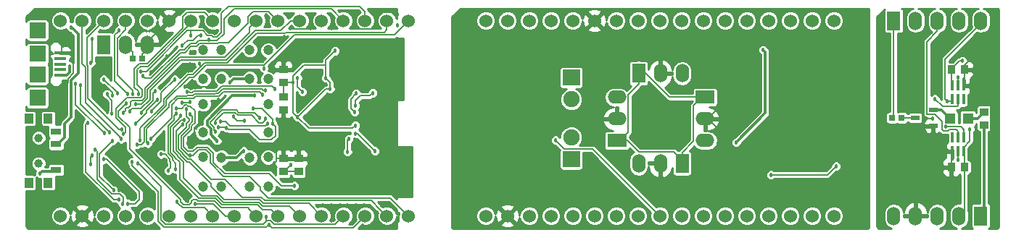
<source format=gbr>
%TF.GenerationSoftware,KiCad,Pcbnew,4.1.0-alpha+201607250105+6992~46~ubuntu15.10.1-product*%
%TF.CreationDate,2016-10-28T12:30:36+02:00*%
%TF.ProjectId,robot1,726F626F74312E6B696361645F706362,rev?*%
%TF.FileFunction,Copper,L2,Bot,Signal*%
%FSLAX46Y46*%
G04 Gerber Fmt 4.6, Leading zero omitted, Abs format (unit mm)*
G04 Created by KiCad (PCBNEW 4.1.0-alpha+201607250105+6992~46~ubuntu15.10.1-product) date Fri Oct 28 12:30:36 2016*
%MOMM*%
%LPD*%
G01*
G04 APERTURE LIST*
%ADD10C,0.100000*%
%ADD11R,0.899160X1.000760*%
%ADD12R,1.000760X0.899160*%
%ADD13R,1.524000X2.199640*%
%ADD14O,1.524000X2.199640*%
%ADD15R,0.800100X0.698500*%
%ADD16R,2.199640X1.524000*%
%ADD17O,2.199640X1.524000*%
%ADD18R,1.897380X1.897380*%
%ADD19R,1.348740X0.398780*%
%ADD20R,1.346200X0.398780*%
%ADD21R,0.350000X1.200000*%
%ADD22R,1.000000X1.150000*%
%ADD23R,1.200000X0.800000*%
%ADD24C,1.000000*%
%ADD25R,1.198880X1.198880*%
%ADD26R,2.000000X1.900000*%
%ADD27C,1.900000*%
%ADD28R,1.000760X0.599440*%
%ADD29C,1.200000*%
%ADD30C,1.524000*%
%ADD31C,0.457200*%
%ADD32C,0.152400*%
%ADD33C,0.304800*%
%ADD34C,0.254000*%
G04 APERTURE END LIST*
D10*
D11*
X208269840Y-89789000D03*
X206766160Y-89789000D03*
X206766160Y-101219000D03*
X208269840Y-101219000D03*
D12*
X130556000Y-100213160D03*
X130556000Y-101716840D03*
X128778000Y-100213160D03*
X128778000Y-101716840D03*
X128778000Y-89789000D03*
X128778000Y-91292680D03*
X128778000Y-94477840D03*
X128778000Y-92974160D03*
D13*
X107823000Y-86868000D03*
D14*
X110363000Y-86868000D03*
X112903000Y-86868000D03*
D12*
X210566000Y-94752160D03*
X210566000Y-96255840D03*
D15*
X112308640Y-88519000D03*
X111211360Y-88519000D03*
X200954640Y-95456920D03*
X199857360Y-95456920D03*
D13*
X175325532Y-100780338D03*
D14*
X172785532Y-100780338D03*
X170245532Y-100780338D03*
D16*
X167705532Y-98113338D03*
D17*
X167705532Y-95573338D03*
X167705532Y-93033338D03*
D13*
X170245532Y-90239338D03*
D14*
X172785532Y-90239338D03*
X175325532Y-90239338D03*
D16*
X177992532Y-93033338D03*
D17*
X177992532Y-95573338D03*
X177992532Y-98113338D03*
D18*
X100076000Y-90352880D03*
X100076000Y-87955120D03*
X100076000Y-85204300D03*
X100076000Y-93103700D03*
D19*
X102750620Y-90454480D03*
D20*
X102750620Y-89801700D03*
X102750620Y-89154000D03*
X102750620Y-88506300D03*
X102750620Y-87853520D03*
D21*
X206868000Y-91656000D03*
X207518000Y-91656000D03*
X208168000Y-91656000D03*
X208168000Y-93256000D03*
X207518000Y-93256000D03*
X206868000Y-93256000D03*
X208168000Y-99352000D03*
X207518000Y-99352000D03*
X206868000Y-99352000D03*
X206868000Y-97752000D03*
X207518000Y-97752000D03*
X208168000Y-97752000D03*
D22*
X99032000Y-103035000D03*
X101307000Y-103035000D03*
X101307000Y-95535000D03*
X99032000Y-95535000D03*
D23*
X102232000Y-101535000D03*
X102232000Y-98535000D03*
X102232000Y-97035000D03*
D24*
X100182000Y-100785000D03*
X100182000Y-97785000D03*
D25*
X208694020Y-95504000D03*
X206595980Y-95504000D03*
D26*
X162371532Y-100272338D03*
D27*
X162371532Y-97732338D03*
D26*
X162371532Y-90747338D03*
D27*
X162371532Y-93287338D03*
D28*
X204637640Y-94504420D03*
X202524360Y-95456920D03*
X204637640Y-96409420D03*
D29*
X121541000Y-103505000D03*
X121541000Y-100105000D03*
X124841000Y-100105000D03*
X124841000Y-103505000D03*
X126991000Y-103455000D03*
X119391000Y-103455000D03*
X126991000Y-100055000D03*
X119391000Y-100055000D03*
X126991000Y-97155000D03*
X119391000Y-97155000D03*
X124850000Y-87470000D03*
X124850000Y-90870000D03*
X121550000Y-90870000D03*
X121550000Y-87470000D03*
X119400000Y-87520000D03*
X127000000Y-87520000D03*
X119400000Y-90920000D03*
X127000000Y-90920000D03*
X119400000Y-93820000D03*
X127000000Y-93820000D03*
D30*
X143383000Y-106934000D03*
X140843000Y-106934000D03*
X138303000Y-106934000D03*
X135763000Y-106934000D03*
X133223000Y-106934000D03*
X130683000Y-106934000D03*
X128143000Y-106934000D03*
X125603000Y-106934000D03*
X123063000Y-106934000D03*
X120523000Y-106934000D03*
X117983000Y-106934000D03*
X115443000Y-106934000D03*
X112903000Y-106934000D03*
X110363000Y-106934000D03*
X107823000Y-106934000D03*
X105283000Y-106934000D03*
X102743000Y-106934000D03*
X102743000Y-84074000D03*
X105283000Y-84074000D03*
X107823000Y-84074000D03*
X110363000Y-84074000D03*
X112903000Y-84074000D03*
X115443000Y-84074000D03*
X117983000Y-84074000D03*
X120523000Y-84074000D03*
X123063000Y-84074000D03*
X125603000Y-84074000D03*
X128143000Y-84074000D03*
X130683000Y-84074000D03*
X133223000Y-84074000D03*
X135763000Y-84074000D03*
X138303000Y-84074000D03*
X140843000Y-84074000D03*
X143383000Y-84074000D03*
X193040000Y-106934000D03*
X190500000Y-106934000D03*
X187960000Y-106934000D03*
X185420000Y-106934000D03*
X182880000Y-106934000D03*
X180340000Y-106934000D03*
X177800000Y-106934000D03*
X175260000Y-106934000D03*
X172720000Y-106934000D03*
X170180000Y-106934000D03*
X167640000Y-106934000D03*
X165100000Y-106934000D03*
X162560000Y-106934000D03*
X160020000Y-106934000D03*
X157480000Y-106934000D03*
X154940000Y-106934000D03*
X152400000Y-106934000D03*
X152400000Y-84074000D03*
X154940000Y-84074000D03*
X157480000Y-84074000D03*
X160020000Y-84074000D03*
X162560000Y-84074000D03*
X165100000Y-84074000D03*
X167640000Y-84074000D03*
X170180000Y-84074000D03*
X172720000Y-84074000D03*
X175260000Y-84074000D03*
X177800000Y-84074000D03*
X180340000Y-84074000D03*
X182880000Y-84074000D03*
X185420000Y-84074000D03*
X187960000Y-84074000D03*
X190500000Y-84074000D03*
X193040000Y-84074000D03*
D13*
X200025000Y-84074000D03*
D14*
X202565000Y-84074000D03*
X205105000Y-84074000D03*
X207645000Y-84074000D03*
X210185000Y-84074000D03*
D13*
X210185000Y-106934000D03*
D14*
X207645000Y-106934000D03*
X205105000Y-106934000D03*
X202565000Y-106934000D03*
X200025000Y-106934000D03*
D31*
X122118133Y-96595652D03*
X121203722Y-96571546D03*
X114480679Y-99715068D03*
X115320189Y-101608961D03*
X108176109Y-92689523D03*
X108764989Y-94980577D03*
X129667000Y-100965000D03*
X127508000Y-96139000D03*
X125222000Y-94361000D03*
X129895599Y-91313000D03*
X137170565Y-96340774D03*
X134803888Y-87610469D03*
X134238990Y-92075000D03*
X130429000Y-95377000D03*
X133731000Y-90805000D03*
X120990625Y-93852992D03*
X120782841Y-91820963D03*
X121158000Y-93345008D03*
X117301017Y-91801052D03*
X110152193Y-103064616D03*
X111013106Y-104616339D03*
X111506000Y-104775000D03*
X117602000Y-105156000D03*
X117602000Y-104648000D03*
X114681000Y-100838000D03*
X113766589Y-100690112D03*
X115062000Y-100457000D03*
X117803714Y-98857994D03*
X115153725Y-100965000D03*
X117602000Y-98425000D03*
X117729000Y-97790000D03*
X118110000Y-98044000D03*
X118237000Y-98679000D03*
X125476000Y-98171000D03*
X125730000Y-98425000D03*
X125833000Y-98909008D03*
X125349000Y-99187000D03*
X114681000Y-101346000D03*
X118618000Y-98298000D03*
X113538000Y-85090000D03*
X114681000Y-86360000D03*
X114935000Y-85344000D03*
X114427000Y-85725000D03*
X114554000Y-85090000D03*
X114046000Y-84455000D03*
X117952352Y-87763966D03*
X118110000Y-89535000D03*
X117475000Y-89535000D03*
X118459530Y-91852462D03*
X117983000Y-91948000D03*
X117729000Y-91567000D03*
X134493000Y-106426000D03*
X134366000Y-107442000D03*
X137033000Y-107569000D03*
X138049000Y-108077000D03*
X139573000Y-106807000D03*
X139954000Y-107950000D03*
X141986000Y-107823000D03*
X142240000Y-106680000D03*
X141351000Y-105664000D03*
X140208000Y-105664000D03*
X139065000Y-105918000D03*
X138176000Y-105664000D03*
X137287000Y-105664000D03*
X136271000Y-105664000D03*
X135382000Y-105664000D03*
X134366000Y-105664000D03*
X133350000Y-105664000D03*
X134366000Y-104267000D03*
X134366000Y-103505000D03*
X142113000Y-84582000D03*
X142113000Y-83312000D03*
X139700000Y-83312000D03*
X139573000Y-84709000D03*
X136906000Y-83185000D03*
X137033000Y-84836000D03*
X134366000Y-83566000D03*
X134366000Y-84963000D03*
X131826000Y-83566000D03*
X129413000Y-83566000D03*
X128143000Y-86868000D03*
X128905000Y-85979000D03*
X127762000Y-86106000D03*
X126746000Y-83439000D03*
X126873000Y-84709000D03*
X129540000Y-84963000D03*
X131953000Y-84963000D03*
X120777000Y-85521811D03*
X119126000Y-84582000D03*
X117729000Y-89916000D03*
X117856000Y-89154000D03*
X113319609Y-90128649D03*
X115189000Y-88265000D03*
X114935000Y-85852000D03*
X114046000Y-85090000D03*
X104013000Y-83312000D03*
X106553000Y-83439000D03*
X109093000Y-83439000D03*
X111633000Y-83439000D03*
X101473000Y-106045000D03*
X100965000Y-104902000D03*
X101473000Y-104267000D03*
X103759000Y-104267000D03*
X98933000Y-94488000D03*
X100076000Y-94869000D03*
X100203000Y-95885000D03*
X100584000Y-96774000D03*
X99822000Y-96774000D03*
X99187000Y-96774000D03*
X98933000Y-97536000D03*
X99060000Y-98552000D03*
X101219000Y-108204000D03*
X100584000Y-108204000D03*
X99695000Y-108204000D03*
X98933000Y-108077000D03*
X98933000Y-107188000D03*
X98933000Y-106172000D03*
X98933000Y-105283000D03*
X98933000Y-104394000D03*
X99060000Y-101854000D03*
X98933000Y-100838000D03*
X99187000Y-99314000D03*
X100330000Y-99060000D03*
X99695000Y-82931000D03*
X100584000Y-82931000D03*
X100584000Y-83566000D03*
X99695000Y-83566000D03*
X98933000Y-83566000D03*
X110490000Y-104521000D03*
X109557806Y-103885992D03*
X104140000Y-102108000D03*
X104267000Y-98679000D03*
X104394000Y-95758000D03*
X103378000Y-91567000D03*
X108839000Y-92837000D03*
X106553000Y-91821000D03*
X108204000Y-94742000D03*
X101727000Y-86233000D03*
X104114590Y-88341210D03*
X117191404Y-104854647D03*
X129413000Y-88519000D03*
X118114189Y-91141856D03*
X120941532Y-91650090D03*
X125222000Y-98679000D03*
X127698070Y-100761790D03*
X128524000Y-99060000D03*
X141478000Y-99060000D03*
X143510000Y-99060000D03*
X143510000Y-102616000D03*
X143510000Y-103505000D03*
X143510000Y-104394000D03*
X142748000Y-104394000D03*
X139319000Y-104267000D03*
X139319000Y-103251000D03*
X138430000Y-103251000D03*
X138430000Y-104267000D03*
X137541000Y-104267000D03*
X137541000Y-103251000D03*
X136652000Y-103251000D03*
X136652000Y-104267000D03*
X135763000Y-104267000D03*
X135763000Y-103251000D03*
X139954000Y-96520000D03*
X139319000Y-96774000D03*
X138684000Y-96774000D03*
X138065137Y-96758985D03*
X132887016Y-102890978D03*
X129921006Y-98679000D03*
X131191000Y-90779590D03*
X132969000Y-92075000D03*
X134493000Y-96139000D03*
X133731000Y-96139000D03*
X132969000Y-96139000D03*
X132969000Y-95377000D03*
X133731000Y-95377000D03*
X134493000Y-95377000D03*
X134493000Y-94615000D03*
X133731000Y-94615000D03*
X132969046Y-94615000D03*
X130683000Y-102997000D03*
X131699000Y-102997000D03*
X131445000Y-98933000D03*
X130937000Y-98171000D03*
X133731000Y-102743000D03*
X139325987Y-91779966D03*
X137795000Y-86487000D03*
X137668000Y-87503000D03*
X137922000Y-88519000D03*
X136906000Y-88519000D03*
X136017000Y-88900000D03*
X136017000Y-90424000D03*
X139319000Y-90932000D03*
X141732000Y-92837000D03*
X142113000Y-92202000D03*
X142113000Y-91186000D03*
X142113000Y-88392000D03*
X140589000Y-88392000D03*
X140589000Y-87376000D03*
X142113000Y-87376000D03*
X142113000Y-86360000D03*
X140462000Y-86360000D03*
X103809790Y-89408000D03*
X130967447Y-92381225D03*
X130429000Y-90779590D03*
X139208433Y-92532856D03*
X137192014Y-94034187D03*
X137287000Y-92583000D03*
X137074334Y-94787058D03*
X139446000Y-99314000D03*
X137213352Y-97283863D03*
X136271000Y-99441000D03*
X136398000Y-97917000D03*
X193294000Y-101092000D03*
X185674000Y-102108000D03*
X125441613Y-92837008D03*
X121031000Y-98171000D03*
X100330000Y-101981000D03*
X124100410Y-99314000D03*
X122555000Y-91291391D03*
X116284469Y-94315804D03*
X130048000Y-103378000D03*
X108947791Y-103922568D03*
X108839000Y-98171000D03*
X111506000Y-96139000D03*
X114046000Y-93345000D03*
X112162010Y-94836397D03*
X113761142Y-92348932D03*
X106426000Y-99822000D03*
X106299000Y-100838000D03*
X106299000Y-89027000D03*
X106426021Y-86233000D03*
X117871103Y-95026160D03*
X117907178Y-99847412D03*
X117439307Y-94476184D03*
X117856000Y-93599000D03*
X116923351Y-93643376D03*
X122917819Y-95315935D03*
X124206000Y-95808832D03*
X120838151Y-96077621D03*
X126647067Y-95492312D03*
X111712754Y-98569134D03*
X126492000Y-89662000D03*
X112064777Y-98071445D03*
X118999000Y-89110622D03*
X127072412Y-107950553D03*
X111117151Y-100642639D03*
X126738473Y-107065055D03*
X111760000Y-100761790D03*
X117983000Y-85835602D03*
X112142146Y-90015748D03*
X117491421Y-92380166D03*
X127762000Y-92075000D03*
X121434276Y-95840433D03*
X126898400Y-96142794D03*
X113284000Y-97917004D03*
X126356024Y-92704905D03*
X120829211Y-97078110D03*
X126037462Y-95489411D03*
X112980785Y-98445856D03*
X126706071Y-92205811D03*
X107853950Y-97215639D03*
X104527114Y-91510383D03*
X108458696Y-97138767D03*
X105123732Y-91635578D03*
X120084744Y-86283832D03*
X112403612Y-90566440D03*
X116989533Y-96252004D03*
X117202489Y-95680798D03*
X116794454Y-95226712D03*
X110068767Y-97346097D03*
X110439956Y-93787637D03*
X109387101Y-92570145D03*
X107823000Y-90932000D03*
X111501717Y-93877409D03*
X109590033Y-105023680D03*
X116323008Y-105274008D03*
X105918000Y-96012000D03*
X110802858Y-94678965D03*
X110094648Y-94818011D03*
X110596765Y-105486189D03*
X107832813Y-100313290D03*
X109855033Y-97933351D03*
X109886608Y-96764336D03*
X116967001Y-86994999D03*
X113354891Y-94684542D03*
X119156830Y-85755830D03*
X116078000Y-90932000D03*
X111835836Y-92633790D03*
X118492133Y-105522464D03*
X116205004Y-101473000D03*
X116264686Y-94925094D03*
X111202411Y-92620995D03*
X110593118Y-92640601D03*
X109601000Y-85217000D03*
X109987154Y-105486197D03*
X106778515Y-99146180D03*
X104013000Y-84836000D03*
X184023000Y-87249000D03*
X184150000Y-88265000D03*
X184277000Y-89281000D03*
X183515000Y-89916000D03*
X183515000Y-88900000D03*
X183515000Y-88138000D03*
X183261000Y-87249000D03*
X186309000Y-105537000D03*
X186563000Y-104648000D03*
X186817000Y-103886000D03*
X185039000Y-99187000D03*
X185801000Y-99187000D03*
X186690000Y-99187000D03*
X183134000Y-101600000D03*
X182245000Y-101473000D03*
X181483000Y-101473000D03*
X166497000Y-105918000D03*
X167894000Y-104902000D03*
X166497000Y-104775000D03*
X167513000Y-103505000D03*
X168656000Y-104267000D03*
X169799000Y-105410000D03*
X171450000Y-104648000D03*
X172339000Y-103759000D03*
X171069000Y-103886000D03*
X170053000Y-102870000D03*
X171450000Y-102997000D03*
X172847000Y-102997000D03*
X179832000Y-97663000D03*
X180340000Y-98679000D03*
X180721000Y-97790000D03*
X180086000Y-96647000D03*
X174879000Y-98552000D03*
X173482000Y-98044000D03*
X173228000Y-97028000D03*
X172847000Y-95504000D03*
X174244000Y-95250000D03*
X175133000Y-95192338D03*
X170434000Y-96266000D03*
X171323000Y-95885000D03*
X170942000Y-87249000D03*
X170815000Y-88138000D03*
X171831000Y-87376000D03*
X173863000Y-87122000D03*
X174879000Y-87884000D03*
X174244000Y-88519000D03*
X173990000Y-87757000D03*
X172720000Y-87376000D03*
X171577000Y-88265000D03*
X161417000Y-88773000D03*
X163576000Y-88900000D03*
X164211000Y-90043000D03*
X163703000Y-92075000D03*
X164084000Y-93980000D03*
X165227000Y-94234000D03*
X164973000Y-95758000D03*
X164973000Y-96774000D03*
X163830000Y-96901000D03*
X162687000Y-96012000D03*
X161544000Y-96139000D03*
X160147000Y-95758000D03*
X159639000Y-95250000D03*
X159512000Y-94107000D03*
X159766000Y-92964000D03*
X160274000Y-91948000D03*
X159258000Y-89154000D03*
X157734000Y-89408000D03*
X156591000Y-89916000D03*
X155321000Y-91059000D03*
X155194000Y-92964000D03*
X155321000Y-94234000D03*
X156337000Y-95504000D03*
X155575000Y-97028000D03*
X155067000Y-98044000D03*
X154813000Y-99441000D03*
X155702000Y-100203000D03*
X157226000Y-99949000D03*
X182626000Y-88265000D03*
X186817000Y-103124000D03*
X180721000Y-101727000D03*
X159323532Y-97224338D03*
X158434532Y-90112338D03*
X173293532Y-98621338D03*
X169864532Y-96081338D03*
X172277532Y-92398338D03*
X175833532Y-95192338D03*
X184785000Y-87503000D03*
X181610000Y-98298000D03*
X160528000Y-98044000D03*
X204851000Y-93218000D03*
X207518000Y-90678000D03*
X207518000Y-100330000D03*
X206091270Y-96484452D03*
X206248000Y-93472000D03*
X204597000Y-91694000D03*
X205486000Y-91440000D03*
X204470000Y-90043000D03*
X205359000Y-88773000D03*
X204724000Y-87249000D03*
X206121000Y-87249000D03*
X206756000Y-88646000D03*
X209804000Y-97663000D03*
X209804000Y-99949000D03*
X209550000Y-103632000D03*
X208788000Y-102489000D03*
X208026000Y-88011000D03*
X208915000Y-87884000D03*
X209931000Y-88519000D03*
X210820000Y-89027000D03*
X211328000Y-89916000D03*
X210693000Y-90805000D03*
X210058000Y-91694000D03*
X209423000Y-91059000D03*
X210058000Y-90424000D03*
X210312000Y-89789000D03*
X209550000Y-89027000D03*
X208915000Y-88646000D03*
X204597000Y-95504000D03*
X205994000Y-97917000D03*
X205359000Y-97282000D03*
X203835000Y-95504000D03*
X203200000Y-96393000D03*
X203708000Y-97155000D03*
X204343000Y-98044000D03*
X205232000Y-98933000D03*
X205994000Y-99441000D03*
X205740000Y-100203000D03*
X205613000Y-101092000D03*
X211709000Y-101981000D03*
X206756000Y-102362000D03*
X208026000Y-88773000D03*
X208915000Y-96774000D03*
D32*
X121203722Y-96571546D02*
X122094027Y-96571546D01*
X124805911Y-96824251D02*
X122346732Y-96824251D01*
X122346732Y-96824251D02*
X122118133Y-96595652D01*
X127819601Y-97552729D02*
X127388729Y-97983601D01*
X127819601Y-96450601D02*
X127819601Y-97552729D01*
X125965261Y-97983601D02*
X124805911Y-96824251D01*
X127388729Y-97983601D02*
X125965261Y-97983601D01*
X127508000Y-96139000D02*
X127819601Y-96450601D01*
X122094027Y-96571546D02*
X122118133Y-96595652D01*
X114803968Y-99715068D02*
X114480679Y-99715068D01*
X115519201Y-100237543D02*
X114996726Y-99715068D01*
X115610926Y-100583268D02*
X115519201Y-100491543D01*
X115519201Y-100491543D02*
X115519201Y-100237543D01*
X115320189Y-101608961D02*
X115610926Y-101318224D01*
X115610926Y-101318224D02*
X115610926Y-100583268D01*
X114996726Y-99715068D02*
X114803968Y-99715068D01*
X108176109Y-92823005D02*
X108176109Y-92689523D01*
X108764989Y-94980577D02*
X108764989Y-93411885D01*
X108764989Y-93411885D02*
X108176109Y-92823005D01*
X128778000Y-101716840D02*
X128915160Y-101716840D01*
X128915160Y-101716840D02*
X129667000Y-100965000D01*
X127519267Y-95654866D02*
X127519267Y-95903647D01*
X125222000Y-94361000D02*
X126225401Y-94361000D01*
X126225401Y-94361000D02*
X127519267Y-95654866D01*
X127519267Y-95903647D02*
X127519267Y-96127733D01*
X127519267Y-96127733D02*
X127508000Y-96139000D01*
X130556000Y-101716840D02*
X128778000Y-101716840D01*
X128778000Y-92202000D02*
X128778000Y-91292680D01*
X128778000Y-92974160D02*
X128778000Y-92202000D01*
X129895599Y-94843599D02*
X129895599Y-91313000D01*
X129895599Y-91313000D02*
X129895599Y-90523557D01*
X129430780Y-91292680D02*
X129451100Y-91313000D01*
X128778000Y-91292680D02*
X129430780Y-91292680D01*
X129451100Y-91313000D02*
X129895599Y-91313000D01*
X136865766Y-96645573D02*
X137170565Y-96340774D01*
X136838938Y-96672401D02*
X136865766Y-96645573D01*
X131724401Y-96672401D02*
X136838938Y-96672401D01*
X130429000Y-95377000D02*
X131724401Y-96672401D01*
X134499089Y-87915268D02*
X134803888Y-87610469D01*
X133731000Y-89281000D02*
X133731000Y-88683357D01*
X133731000Y-88683357D02*
X134499089Y-87915268D01*
X131138156Y-89281000D02*
X133731000Y-89281000D01*
X133731000Y-90805000D02*
X133731000Y-89281000D01*
X130429000Y-95377000D02*
X129895599Y-94843599D01*
X129895599Y-90523557D02*
X131138156Y-89281000D01*
X133731000Y-92075000D02*
X134238990Y-92075000D01*
X130429000Y-95377000D02*
X133731000Y-92075000D01*
X133731000Y-90805000D02*
X134238990Y-91312990D01*
X134238990Y-91312990D02*
X134238990Y-92075000D01*
X118999000Y-98298000D02*
X118364000Y-97663000D01*
X118114189Y-91141856D02*
X118793296Y-91820963D01*
X118793296Y-91820963D02*
X120459552Y-91820963D01*
X120459552Y-91820963D02*
X120782841Y-91820963D01*
X118364000Y-96608529D02*
X121158000Y-93814529D01*
X118364000Y-97663000D02*
X118364000Y-96608529D01*
X120893166Y-91726152D02*
X120893166Y-91730825D01*
X120941532Y-91650090D02*
X120782841Y-91808781D01*
X120782841Y-91808781D02*
X120782841Y-91820963D01*
X121158000Y-93814529D02*
X121158000Y-93668297D01*
X120803028Y-91820963D02*
X120782841Y-91820963D01*
X121158000Y-93668297D02*
X121158000Y-93345008D01*
X120893166Y-91730825D02*
X120803028Y-91820963D01*
X117512763Y-91801052D02*
X117301017Y-91801052D01*
X117659711Y-91948000D02*
X117512763Y-91801052D01*
X117983000Y-91948000D02*
X117659711Y-91948000D01*
X109557806Y-103659003D02*
X110152193Y-103064616D01*
X109557806Y-103885992D02*
X109557806Y-103659003D01*
X110490000Y-104521000D02*
X111252000Y-104521000D01*
X111252000Y-104521000D02*
X111506000Y-104775000D01*
X117602000Y-104648000D02*
X117602000Y-105156000D01*
X113766589Y-101013401D02*
X113766589Y-100690112D01*
X114681000Y-101346000D02*
X114025112Y-100690112D01*
X114681000Y-101346000D02*
X114681000Y-100838000D01*
X113766589Y-101429832D02*
X113766589Y-101013401D01*
X117191404Y-104854647D02*
X113766589Y-101429832D01*
X114025112Y-100690112D02*
X113766589Y-100690112D01*
X117830599Y-98831109D02*
X117803714Y-98857994D01*
X117830599Y-98653599D02*
X117830599Y-98831109D01*
X117602000Y-98425000D02*
X117830599Y-98653599D01*
X118110000Y-98044000D02*
X117983000Y-98044000D01*
X117983000Y-98044000D02*
X117729000Y-97790000D01*
X118618000Y-98298000D02*
X118237000Y-98679000D01*
X125833000Y-98909008D02*
X125833000Y-98528000D01*
X125833000Y-98528000D02*
X125730000Y-98425000D01*
X125222000Y-98679000D02*
X125222000Y-99060000D01*
X125222000Y-99060000D02*
X125349000Y-99187000D01*
X118999000Y-98298000D02*
X118618000Y-98298000D01*
X120269000Y-98298000D02*
X118999000Y-98298000D01*
X120650000Y-98679000D02*
X120269000Y-98298000D01*
X125222000Y-98679000D02*
X120650000Y-98679000D01*
X114681000Y-86360000D02*
X113538000Y-85217000D01*
X113538000Y-85217000D02*
X113538000Y-85090000D01*
X114427000Y-85725000D02*
X114554000Y-85725000D01*
X114554000Y-85725000D02*
X114935000Y-85344000D01*
X114046000Y-84455000D02*
X114046000Y-84582000D01*
X114046000Y-84582000D02*
X114554000Y-85090000D01*
X117856000Y-89154000D02*
X117475000Y-89535000D01*
X118114189Y-91141856D02*
X118114189Y-91181811D01*
X118114189Y-91181811D02*
X117729000Y-91567000D01*
X134366000Y-107442000D02*
X134366000Y-106553000D01*
X134366000Y-106553000D02*
X134493000Y-106426000D01*
X139954000Y-107950000D02*
X139573000Y-107569000D01*
X139573000Y-107569000D02*
X139573000Y-106807000D01*
X142240000Y-106680000D02*
X142240000Y-107569000D01*
X142240000Y-107569000D02*
X141986000Y-107823000D01*
X140208000Y-105664000D02*
X141351000Y-105664000D01*
X137287000Y-105664000D02*
X138176000Y-105664000D01*
X135382000Y-105664000D02*
X136271000Y-105664000D01*
X133350000Y-105664000D02*
X134366000Y-105664000D01*
X139700000Y-83312000D02*
X139928601Y-83083399D01*
X139928601Y-83083399D02*
X141884399Y-83083399D01*
X141884399Y-83083399D02*
X142113000Y-83312000D01*
X137033000Y-84836000D02*
X137261601Y-85064601D01*
X137261601Y-85064601D02*
X139217399Y-85064601D01*
X139217399Y-85064601D02*
X139573000Y-84709000D01*
X137033000Y-84836000D02*
X137033000Y-83312000D01*
X137033000Y-83312000D02*
X136906000Y-83185000D01*
X134366000Y-84963000D02*
X134366000Y-83566000D01*
X131953000Y-84963000D02*
X131953000Y-83693000D01*
X131953000Y-83693000D02*
X131826000Y-83566000D01*
X127762000Y-86106000D02*
X128778000Y-86106000D01*
X128778000Y-86106000D02*
X128905000Y-85979000D01*
X126873000Y-83566000D02*
X126746000Y-83439000D01*
X126873000Y-84709000D02*
X126873000Y-83566000D01*
X131953000Y-84963000D02*
X131629711Y-84963000D01*
X131629711Y-84963000D02*
X131528110Y-85064601D01*
X131528110Y-85064601D02*
X129641601Y-85064601D01*
X129641601Y-85064601D02*
X129540000Y-84963000D01*
X119126000Y-84582000D02*
X120065811Y-85521811D01*
X120065811Y-85521811D02*
X120777000Y-85521811D01*
X117856000Y-89154000D02*
X117856000Y-89789000D01*
X117856000Y-89789000D02*
X117729000Y-89916000D01*
X115189000Y-88265000D02*
X113325351Y-90128649D01*
X113325351Y-90128649D02*
X113319609Y-90128649D01*
X114046000Y-85090000D02*
X114173000Y-85090000D01*
X114173000Y-85090000D02*
X114935000Y-85852000D01*
X104241601Y-83083399D02*
X104013000Y-83312000D01*
X106197399Y-83083399D02*
X104241601Y-83083399D01*
X106553000Y-83439000D02*
X106197399Y-83083399D01*
X109093000Y-83439000D02*
X108737399Y-83083399D01*
X108737399Y-83083399D02*
X106908601Y-83083399D01*
X106908601Y-83083399D02*
X106553000Y-83439000D01*
X111633000Y-83439000D02*
X111277399Y-83083399D01*
X111277399Y-83083399D02*
X109448601Y-83083399D01*
X109448601Y-83083399D02*
X109093000Y-83439000D01*
X115443000Y-84074000D02*
X114452399Y-83083399D01*
X111988601Y-83083399D02*
X111633000Y-83439000D01*
X114452399Y-83083399D02*
X111988601Y-83083399D01*
X100965000Y-104902000D02*
X100965000Y-105537000D01*
X100965000Y-105537000D02*
X101473000Y-106045000D01*
X103759000Y-104267000D02*
X101473000Y-104267000D01*
X100076000Y-94869000D02*
X99695000Y-94488000D01*
X99695000Y-94488000D02*
X98933000Y-94488000D01*
X100584000Y-96774000D02*
X100584000Y-96266000D01*
X100584000Y-96266000D02*
X100203000Y-95885000D01*
X99187000Y-96774000D02*
X99822000Y-96774000D01*
X99060000Y-98552000D02*
X99060000Y-97663000D01*
X99060000Y-97663000D02*
X98933000Y-97536000D01*
X100584000Y-108204000D02*
X101219000Y-108204000D01*
X98933000Y-108077000D02*
X99568000Y-108077000D01*
X99568000Y-108077000D02*
X99695000Y-108204000D01*
X98933000Y-106172000D02*
X98933000Y-107188000D01*
X98933000Y-104394000D02*
X98933000Y-105283000D01*
X98933000Y-100838000D02*
X98933000Y-101727000D01*
X98933000Y-101727000D02*
X99060000Y-101854000D01*
X100330000Y-99060000D02*
X99441000Y-99060000D01*
X99441000Y-99060000D02*
X99187000Y-99314000D01*
X100584000Y-83566000D02*
X100584000Y-82931000D01*
X98933000Y-83566000D02*
X99695000Y-83566000D01*
X107315000Y-93853000D02*
X107315000Y-92583000D01*
X108204000Y-94742000D02*
X107315000Y-93853000D01*
X112308640Y-88519000D02*
X112308640Y-88017350D01*
X112308640Y-88017350D02*
X112903000Y-87422990D01*
X112903000Y-87422990D02*
X112903000Y-86868000D01*
X109854992Y-103885992D02*
X110490000Y-104521000D01*
X109557806Y-103885992D02*
X109854992Y-103885992D01*
X104140000Y-102108000D02*
X104140000Y-105791000D01*
X104140000Y-105791000D02*
X105283000Y-106934000D01*
X104394000Y-95758000D02*
X104394000Y-98552000D01*
X104394000Y-98552000D02*
X104267000Y-98679000D01*
X103606599Y-90883743D02*
X104266991Y-90223349D01*
X103606599Y-91338401D02*
X103606599Y-90883743D01*
X103378000Y-91567000D02*
X103606599Y-91338401D01*
X104266991Y-89188543D02*
X104114590Y-89036142D01*
X104266991Y-90223349D02*
X104266991Y-89188543D01*
X104114590Y-89036142D02*
X104114590Y-88341210D01*
X107315000Y-92583000D02*
X106553000Y-91821000D01*
X108400289Y-92075000D02*
X107823000Y-92075000D01*
X107823000Y-92075000D02*
X107315000Y-92583000D01*
X108839000Y-92837000D02*
X108839000Y-92513711D01*
X108839000Y-92513711D02*
X108400289Y-92075000D01*
X101727000Y-86233000D02*
X101955599Y-86461599D01*
X101955599Y-86461599D02*
X102355804Y-86461599D01*
X102355804Y-86461599D02*
X102849681Y-86955476D01*
X102849681Y-86955476D02*
X102849681Y-87754459D01*
X102849681Y-87754459D02*
X102750620Y-87853520D01*
X103885991Y-88112611D02*
X104114590Y-88341210D01*
X103626900Y-87853520D02*
X103885991Y-88112611D01*
X102750620Y-87853520D02*
X103626900Y-87853520D01*
X128778000Y-89154000D02*
X129184401Y-88747599D01*
X128778000Y-89789000D02*
X128778000Y-89154000D01*
X129184401Y-88747599D02*
X129413000Y-88519000D01*
X112903000Y-86868000D02*
X112903000Y-86530180D01*
X115359180Y-84074000D02*
X115443000Y-84074000D01*
X112903000Y-86530180D02*
X115359180Y-84074000D01*
X125222000Y-98679000D02*
X125603000Y-99060000D01*
X125603000Y-99060000D02*
X128524000Y-99060000D01*
X127926669Y-99403331D02*
X127926669Y-100203000D01*
X127926669Y-100203000D02*
X127926669Y-100533191D01*
X128778000Y-100213160D02*
X127936829Y-100213160D01*
X127936829Y-100213160D02*
X127926669Y-100203000D01*
X130556000Y-100213160D02*
X128778000Y-100213160D01*
X128524000Y-99060000D02*
X128270000Y-99060000D01*
X128270000Y-99060000D02*
X127926669Y-99403331D01*
X127926669Y-100533191D02*
X127698070Y-100761790D01*
X128752599Y-98831401D02*
X128524000Y-99060000D01*
X128905000Y-98679000D02*
X128752599Y-98831401D01*
X129921006Y-98679000D02*
X128905000Y-98679000D01*
X143510000Y-99060000D02*
X141478000Y-99060000D01*
X143510000Y-103505000D02*
X143510000Y-102616000D01*
X142748000Y-104394000D02*
X143510000Y-104394000D01*
X139319000Y-103251000D02*
X139319000Y-104267000D01*
X138430000Y-104267000D02*
X138430000Y-103251000D01*
X137541000Y-103251000D02*
X137541000Y-104267000D01*
X136652000Y-104267000D02*
X136652000Y-103251000D01*
X135763000Y-103251000D02*
X135763000Y-104267000D01*
X138684000Y-96774000D02*
X139319000Y-96774000D01*
X137114204Y-95377000D02*
X138065137Y-96327933D01*
X134493000Y-95377000D02*
X137114204Y-95377000D01*
X138065137Y-96327933D02*
X138065137Y-96758985D01*
X130937000Y-98171000D02*
X130429000Y-98679000D01*
X130429000Y-98679000D02*
X129921006Y-98679000D01*
X132486410Y-92075000D02*
X131191000Y-90779590D01*
X132969000Y-92075000D02*
X132486410Y-92075000D01*
X131699000Y-102997000D02*
X130683000Y-102997000D01*
X131445000Y-98933000D02*
X131445000Y-98679000D01*
X131445000Y-98679000D02*
X130937000Y-98171000D01*
X137372966Y-91779966D02*
X138894935Y-91779966D01*
X136017000Y-90424000D02*
X137372966Y-91779966D01*
X138894935Y-91779966D02*
X139325987Y-91779966D01*
X137795000Y-86487000D02*
X140335000Y-86487000D01*
X140335000Y-86487000D02*
X140462000Y-86360000D01*
X137922000Y-88519000D02*
X137922000Y-87757000D01*
X137922000Y-87757000D02*
X137668000Y-87503000D01*
X136017000Y-88900000D02*
X136525000Y-88900000D01*
X136525000Y-88900000D02*
X136906000Y-88519000D01*
X141732000Y-92837000D02*
X139827000Y-90932000D01*
X139827000Y-90932000D02*
X139319000Y-90932000D01*
X142113000Y-91186000D02*
X142113000Y-92202000D01*
X140589000Y-88392000D02*
X142113000Y-88392000D01*
X142113000Y-87376000D02*
X140589000Y-87376000D01*
X140462000Y-86360000D02*
X142113000Y-86360000D01*
D33*
X103497032Y-90454480D02*
X103809790Y-90141722D01*
X103809790Y-89731289D02*
X103809790Y-89408000D01*
X103809790Y-90141722D02*
X103809790Y-89731289D01*
X102750620Y-90454480D02*
X103497032Y-90454480D01*
D32*
X130429000Y-90779590D02*
X130429000Y-91842778D01*
X130429000Y-91842778D02*
X130967447Y-92381225D01*
X137192014Y-94034187D02*
X137192014Y-93439986D01*
X137192014Y-93439986D02*
X137794345Y-92837655D01*
X137794345Y-92837655D02*
X138903634Y-92837655D01*
X138903634Y-92837655D02*
X139208433Y-92532856D01*
X137287000Y-92583000D02*
X136652000Y-93218000D01*
X136652000Y-93218000D02*
X136652000Y-94364724D01*
X136652000Y-94364724D02*
X137074334Y-94787058D01*
X139446000Y-99314000D02*
X137415863Y-97283863D01*
X137415863Y-97283863D02*
X137213352Y-97283863D01*
X136271000Y-99441000D02*
X136271000Y-98044000D01*
X136271000Y-98044000D02*
X136398000Y-97917000D01*
D33*
X208694020Y-95504000D02*
X209814160Y-95504000D01*
X209814160Y-95504000D02*
X210566000Y-94752160D01*
D32*
X185674000Y-102108000D02*
X192278000Y-102108000D01*
X192278000Y-102108000D02*
X193294000Y-101092000D01*
D33*
X119859056Y-96283950D02*
X119859056Y-95773992D01*
X120295801Y-97435801D02*
X120295801Y-96720695D01*
X121031000Y-98171000D02*
X120295801Y-97435801D01*
X120295801Y-96720695D02*
X119859056Y-96283950D01*
X125118324Y-92837008D02*
X125441613Y-92837008D01*
X122796040Y-92837008D02*
X125118324Y-92837008D01*
X119859056Y-95773992D02*
X122796040Y-92837008D01*
X100330000Y-101981000D02*
X100584000Y-101727000D01*
X100584000Y-101727000D02*
X102040000Y-101727000D01*
X102040000Y-101727000D02*
X102232000Y-101535000D01*
D32*
X111211360Y-88519000D02*
X111211360Y-87716360D01*
X111211360Y-87716360D02*
X110363000Y-86868000D01*
D33*
X123871811Y-99542599D02*
X124100410Y-99314000D01*
X123309410Y-100105000D02*
X123871811Y-99542599D01*
X121541000Y-100105000D02*
X123309410Y-100105000D01*
X122976391Y-90870000D02*
X122783599Y-91062792D01*
X122783599Y-91062792D02*
X122555000Y-91291391D01*
X124850000Y-90870000D02*
X122976391Y-90870000D01*
D32*
X117534975Y-93954635D02*
X117288170Y-93954635D01*
X117288170Y-93954635D02*
X116927001Y-94315804D01*
X116927001Y-94315804D02*
X116607758Y-94315804D01*
X118694202Y-98898458D02*
X118238909Y-99353751D01*
X117652878Y-99353751D02*
X117144799Y-98845673D01*
X117144799Y-98845673D02*
X117144799Y-97697541D01*
X116607758Y-94315804D02*
X116284469Y-94315804D01*
X130048000Y-103378000D02*
X128520245Y-103378000D01*
X128520245Y-103378000D02*
X127123245Y-101981000D01*
X117901728Y-94056202D02*
X117636542Y-94056202D01*
X118440189Y-96012662D02*
X118440189Y-94594663D01*
X118440189Y-94594663D02*
X117901728Y-94056202D01*
X118059189Y-96393662D02*
X118440189Y-96012662D01*
X117144799Y-97697541D02*
X118059189Y-96783151D01*
X118059189Y-96783151D02*
X118059189Y-96393662D01*
X118238909Y-99353751D02*
X117652878Y-99353751D01*
X119930392Y-98898458D02*
X118694202Y-98898458D01*
X120613142Y-99581208D02*
X119930392Y-98898458D01*
X120613142Y-100674142D02*
X120613142Y-99581208D01*
X121920000Y-101981000D02*
X120613142Y-100674142D01*
X127123245Y-101981000D02*
X121920000Y-101981000D01*
X117636542Y-94056202D02*
X117534975Y-93954635D01*
X108719192Y-103693969D02*
X108947791Y-103922568D01*
X108839000Y-98171000D02*
X107315000Y-99695000D01*
X107315000Y-102289777D02*
X108719192Y-103693969D01*
X107315000Y-99695000D02*
X107315000Y-102289777D01*
X111633000Y-96012000D02*
X111506000Y-96139000D01*
X114046000Y-93345000D02*
X112776000Y-94615000D01*
X112776000Y-94615000D02*
X112776000Y-94869000D01*
X112776000Y-94869000D02*
X111633000Y-96012000D01*
X113761142Y-92348932D02*
X113532543Y-92577531D01*
X113532543Y-92577531D02*
X113532543Y-93427391D01*
X113532543Y-93427391D02*
X112390609Y-94569325D01*
X112390609Y-94569325D02*
X112390609Y-94607798D01*
X112390609Y-94607798D02*
X112162010Y-94836397D01*
X106299000Y-100838000D02*
X106299000Y-99949000D01*
X106299000Y-99949000D02*
X106426000Y-99822000D01*
X106426021Y-86233000D02*
X106426021Y-88899979D01*
X106426021Y-88899979D02*
X106299000Y-89027000D01*
X116839988Y-97571285D02*
X117754378Y-96656895D01*
X117754378Y-96656895D02*
X117754378Y-96267406D01*
X118135378Y-95886406D02*
X118135378Y-95290435D01*
X118135378Y-95290435D02*
X118099702Y-95254759D01*
X117907178Y-99847412D02*
X117715472Y-99847412D01*
X117715472Y-99847412D02*
X116839988Y-98971928D01*
X118099702Y-95254759D02*
X117871103Y-95026160D01*
X116839988Y-98971928D02*
X116839988Y-97571285D01*
X117754378Y-96267406D02*
X118135378Y-95886406D01*
X119730514Y-99216613D02*
X118861266Y-99216613D01*
X118230467Y-99847412D02*
X117907178Y-99847412D01*
X118861266Y-99216613D02*
X118230467Y-99847412D01*
X120219601Y-99705700D02*
X119730514Y-99216613D01*
X124841744Y-102285811D02*
X121793744Y-102285811D01*
X143383000Y-106934000D02*
X141274758Y-104825758D01*
X126113399Y-103557466D02*
X124841744Y-102285811D01*
X127053428Y-104825758D02*
X126113399Y-103885729D01*
X126113399Y-103885729D02*
X126113399Y-103557466D01*
X141274758Y-104825758D02*
X127053428Y-104825758D01*
X120219601Y-100711668D02*
X120219601Y-99705700D01*
X121793744Y-102285811D02*
X120219601Y-100711668D01*
X117449567Y-96530639D02*
X117449567Y-96141150D01*
X140081001Y-106172001D02*
X140039343Y-106172001D01*
X117814792Y-95775925D02*
X117814792Y-95646507D01*
X117449567Y-96141150D02*
X117814792Y-95775925D01*
X116535177Y-99098185D02*
X116535177Y-97445029D01*
X117043256Y-99606263D02*
X116535177Y-99098185D01*
X140039343Y-106172001D02*
X138997911Y-105130569D01*
X117942822Y-100304614D02*
X117641475Y-100304614D01*
X140843000Y-106934000D02*
X140081001Y-106172001D01*
X126558860Y-105130569D02*
X126152446Y-104724155D01*
X126152446Y-104724155D02*
X123986485Y-104724155D01*
X138997911Y-105130569D02*
X126558860Y-105130569D01*
X117641475Y-100304614D02*
X117043256Y-99706395D01*
X121938729Y-102676399D02*
X120314607Y-102676399D01*
X116535177Y-97445029D02*
X117449567Y-96530639D01*
X120314607Y-102676399D02*
X117942822Y-100304614D01*
X117814792Y-95646507D02*
X117413902Y-95245617D01*
X117413902Y-95245617D02*
X117413902Y-94824878D01*
X117413902Y-94824878D02*
X117439307Y-94799473D01*
X117439307Y-94799473D02*
X117439307Y-94476184D01*
X117043256Y-99706395D02*
X117043256Y-99606263D01*
X123986485Y-104724155D02*
X121938729Y-102676399D01*
X117811624Y-93643376D02*
X117856000Y-93599000D01*
X116923351Y-93643376D02*
X117811624Y-93643376D01*
X123146418Y-95544534D02*
X122917819Y-95315935D01*
X123410716Y-95808832D02*
X123146418Y-95544534D01*
X124206000Y-95808832D02*
X123410716Y-95808832D01*
X120838151Y-95764793D02*
X120838151Y-96077621D01*
X125938882Y-96037412D02*
X125046862Y-95145392D01*
X125046862Y-95145392D02*
X123423934Y-95145392D01*
X123423934Y-95145392D02*
X123137276Y-94858734D01*
X123137276Y-94858734D02*
X121744210Y-94858734D01*
X121744210Y-94858734D02*
X120838151Y-95764793D01*
X126647067Y-95492312D02*
X126647067Y-95731545D01*
X126647067Y-95731545D02*
X126341200Y-96037412D01*
X126341200Y-96037412D02*
X125938882Y-96037412D01*
X112521987Y-98262714D02*
X112215567Y-98569134D01*
X112215567Y-98569134D02*
X112036043Y-98569134D01*
X117768975Y-90684654D02*
X115112823Y-93340806D01*
X119710934Y-89281000D02*
X118307280Y-90684654D01*
X112521987Y-96623334D02*
X112521987Y-98262714D01*
X115112823Y-94032498D02*
X112521987Y-96623334D01*
X118307280Y-90684654D02*
X117768975Y-90684654D01*
X126503330Y-89281000D02*
X119710934Y-89281000D01*
X115112823Y-93340806D02*
X115112823Y-94032498D01*
X112036043Y-98569134D02*
X111712754Y-98569134D01*
X130059318Y-85725012D02*
X126503330Y-89281000D01*
X141731988Y-85725012D02*
X130059318Y-85725012D01*
X143383000Y-84074000D02*
X141731988Y-85725012D01*
X126492000Y-89662000D02*
X126492000Y-89292330D01*
X126492000Y-89292330D02*
X126503330Y-89281000D01*
X119152866Y-89408000D02*
X118187664Y-90373202D01*
X118187664Y-90373202D02*
X117649360Y-90373202D01*
X117649360Y-90373202D02*
X114808012Y-93214550D01*
X114808012Y-93214550D02*
X114808012Y-93906242D01*
X114808012Y-93906242D02*
X112064777Y-96649477D01*
X112064777Y-96649477D02*
X112064777Y-97748156D01*
X112064777Y-97748156D02*
X112064777Y-98071445D01*
X122170275Y-88976189D02*
X119584677Y-88976189D01*
X128931134Y-85521799D02*
X125624665Y-85521799D01*
X119584677Y-88976189D02*
X119152866Y-89408000D01*
X129032732Y-85420201D02*
X128931134Y-85521799D01*
X140574429Y-85420201D02*
X129032732Y-85420201D01*
X140843000Y-85151630D02*
X140574429Y-85420201D01*
X140843000Y-84074000D02*
X140843000Y-85151630D01*
X125624665Y-85521799D02*
X122170275Y-88976189D01*
X118999000Y-89110622D02*
X118999000Y-89254134D01*
X118999000Y-89254134D02*
X119152866Y-89408000D01*
X111117151Y-101014846D02*
X114147588Y-104045283D01*
X111117151Y-100642639D02*
X111117151Y-101014846D01*
X114147588Y-107535745D02*
X114841255Y-108229412D01*
X114841255Y-108229412D02*
X126793553Y-108229412D01*
X114147588Y-104045283D02*
X114147588Y-107535745D01*
X126843813Y-108179152D02*
X127072412Y-107950553D01*
X126793553Y-108229412D02*
X126843813Y-108179152D01*
X127301011Y-108179152D02*
X127072412Y-107950553D01*
X127452859Y-108331000D02*
X127301011Y-108179152D01*
X136947658Y-108331000D02*
X127452859Y-108331000D01*
X137541001Y-107737657D02*
X136947658Y-108331000D01*
X137541001Y-107695999D02*
X137541001Y-107737657D01*
X138303000Y-106934000D02*
X137541001Y-107695999D01*
X111988599Y-100990389D02*
X111760000Y-100761790D01*
X126746000Y-107569000D02*
X126390399Y-107924601D01*
X126390399Y-107924601D02*
X114967511Y-107924601D01*
X114967511Y-107924601D02*
X114452399Y-107409489D01*
X114452399Y-107409489D02*
X114452399Y-103454189D01*
X114452399Y-103454189D02*
X111988599Y-100990389D01*
X126738473Y-107561473D02*
X126738473Y-107388344D01*
X126746000Y-107569000D02*
X126738473Y-107561473D01*
X126738473Y-107388344D02*
X126738473Y-107065055D01*
X134772399Y-107924601D02*
X127723120Y-107924601D01*
X126821649Y-107493351D02*
X126746000Y-107569000D01*
X135763000Y-106934000D02*
X134772399Y-107924601D01*
X127291870Y-107493351D02*
X126821649Y-107493351D01*
X127723120Y-107924601D02*
X127291870Y-107493351D01*
X119355332Y-85242399D02*
X117983000Y-85242399D01*
X119939555Y-85826622D02*
X119355332Y-85242399D01*
X120405151Y-85826622D02*
X119939555Y-85826622D01*
X138303000Y-84074000D02*
X138303000Y-82996370D01*
X120557542Y-85979013D02*
X120405151Y-85826622D01*
X121513601Y-85461870D02*
X120996458Y-85979013D01*
X121513601Y-83210399D02*
X121513601Y-85461870D01*
X137678806Y-82372176D02*
X122351824Y-82372176D01*
X138303000Y-82996370D02*
X137678806Y-82372176D01*
X122351824Y-82372176D02*
X121513601Y-83210399D01*
X120996458Y-85979013D02*
X120557542Y-85979013D01*
X117983000Y-85242399D02*
X117983000Y-85835602D01*
X112465435Y-90015748D02*
X112142146Y-90015748D01*
X112776386Y-90015748D02*
X112465435Y-90015748D01*
X117983000Y-85242399D02*
X117549735Y-85242399D01*
X117549735Y-85242399D02*
X112776386Y-90015748D01*
X127435601Y-91748601D02*
X121552048Y-91748601D01*
X120686030Y-92278173D02*
X120645668Y-92318535D01*
X121022475Y-92278173D02*
X120686030Y-92278173D01*
X118289125Y-92318535D02*
X118150817Y-92456843D01*
X121552048Y-91748601D02*
X121022475Y-92278173D01*
X127762000Y-92075000D02*
X127435601Y-91748601D01*
X117814710Y-92380166D02*
X117491421Y-92380166D01*
X117891387Y-92456843D02*
X117814710Y-92380166D01*
X118150817Y-92456843D02*
X117891387Y-92456843D01*
X120645668Y-92318535D02*
X118289125Y-92318535D01*
X122028683Y-95840433D02*
X121757565Y-95840433D01*
X126669801Y-96371393D02*
X122559643Y-96371393D01*
X126898400Y-96142794D02*
X126669801Y-96371393D01*
X122559643Y-96371393D02*
X122028683Y-95840433D01*
X121757565Y-95840433D02*
X121434276Y-95840433D01*
X126356024Y-92704905D02*
X126030917Y-92379798D01*
X126030917Y-92379798D02*
X121782985Y-92379798D01*
X116449165Y-93186175D02*
X115722445Y-93912895D01*
X115722445Y-93912895D02*
X115722445Y-95478559D01*
X117592165Y-93186175D02*
X116449165Y-93186175D01*
X121782985Y-92379798D02*
X121274990Y-92887792D01*
X118541637Y-92928157D02*
X118327996Y-93141798D01*
X120898177Y-92928157D02*
X118541637Y-92928157D01*
X120938542Y-92887792D02*
X120898177Y-92928157D01*
X117636542Y-93141798D02*
X117592165Y-93186175D01*
X121274990Y-92887792D02*
X120938542Y-92887792D01*
X115722445Y-95478559D02*
X113512599Y-97688405D01*
X118327996Y-93141798D02*
X117636542Y-93141798D01*
X113512599Y-97688405D02*
X113284000Y-97917004D01*
X126037462Y-95489411D02*
X125366261Y-94818210D01*
X123527819Y-94818210D02*
X123263532Y-94553923D01*
X125366261Y-94818210D02*
X123527819Y-94818210D01*
X123263532Y-94553923D02*
X121617955Y-94553923D01*
X121617955Y-94553923D02*
X120240067Y-95931811D01*
X120240067Y-95931811D02*
X120240067Y-96126131D01*
X120240067Y-96126131D02*
X120676812Y-96562876D01*
X120676812Y-96925711D02*
X120829211Y-97078110D01*
X120676812Y-96562876D02*
X120676812Y-96925711D01*
X126382782Y-92205811D02*
X126251958Y-92074987D01*
X126251958Y-92074987D02*
X121656729Y-92074987D01*
X121656729Y-92074987D02*
X121148731Y-92582984D01*
X121148731Y-92582984D02*
X120812286Y-92582984D01*
X115417634Y-94158754D02*
X112826798Y-96749590D01*
X126706071Y-92205811D02*
X126382782Y-92205811D01*
X112826798Y-96749590D02*
X112826798Y-98291869D01*
X112826798Y-98291869D02*
X112980785Y-98445856D01*
X120812286Y-92582984D02*
X120771924Y-92623346D01*
X120771924Y-92623346D02*
X118415381Y-92623346D01*
X118415381Y-92623346D02*
X118201740Y-92836987D01*
X118201740Y-92836987D02*
X117510286Y-92836987D01*
X117510286Y-92836987D02*
X117465909Y-92881364D01*
X117465909Y-92881364D02*
X116322909Y-92881364D01*
X115417634Y-93786639D02*
X115417634Y-94158754D01*
X116322909Y-92881364D02*
X115417634Y-93786639D01*
X104527114Y-93888803D02*
X107625351Y-96987040D01*
X104527114Y-91510383D02*
X104527114Y-93888803D01*
X107625351Y-96987040D02*
X107853950Y-97215639D01*
X108230097Y-96910168D02*
X108458696Y-97138767D01*
X105123732Y-93803803D02*
X108230097Y-96910168D01*
X105123732Y-91635578D02*
X105123732Y-93803803D01*
X113335621Y-90795039D02*
X112632211Y-90795039D01*
X116640494Y-87490166D02*
X113335621Y-90795039D01*
X117148494Y-87490166D02*
X116640494Y-87490166D01*
X118876015Y-86386588D02*
X118573326Y-86689278D01*
X118573326Y-86689278D02*
X117949382Y-86689278D01*
X112632211Y-90795039D02*
X112403612Y-90566440D01*
X117949382Y-86689278D02*
X117148494Y-87490166D01*
X120396000Y-86386588D02*
X118876015Y-86386588D01*
X121019950Y-86386588D02*
X120396000Y-86386588D01*
X121818412Y-85588126D02*
X121019950Y-86386588D01*
X134365987Y-82676987D02*
X122993923Y-82676987D01*
X135763000Y-84074000D02*
X134365987Y-82676987D01*
X121818412Y-83852498D02*
X121818412Y-85588126D01*
X122993923Y-82676987D02*
X121818412Y-83852498D01*
X120187500Y-86386588D02*
X120084744Y-86283832D01*
X120396000Y-86386588D02*
X120187500Y-86386588D01*
D33*
X204637640Y-94504420D02*
X205596400Y-94504420D01*
X205596400Y-94504420D02*
X206595980Y-95504000D01*
D32*
X200954640Y-95456920D02*
X201507090Y-95456920D01*
X201507090Y-95456920D02*
X202524360Y-95456920D01*
X133223000Y-106934000D02*
X131724380Y-105435380D01*
X131724380Y-105435380D02*
X126432604Y-105435380D01*
X126432604Y-105435380D02*
X126026190Y-105028966D01*
X121866234Y-105028966D02*
X120358588Y-103521320D01*
X120358588Y-103521320D02*
X120358588Y-103151447D01*
X120358588Y-103151447D02*
X117816566Y-100609425D01*
X126026190Y-105028966D02*
X121866234Y-105028966D01*
X117816566Y-100609425D02*
X117515219Y-100609425D01*
X116738445Y-99832651D02*
X116738445Y-99732519D01*
X117515219Y-100609425D02*
X116738445Y-99832651D01*
X116738445Y-99732519D02*
X116230366Y-99224440D01*
X116230366Y-97011171D02*
X116760934Y-96480603D01*
X116230366Y-99224440D02*
X116230366Y-97011171D01*
X116760934Y-96480603D02*
X116989533Y-96252004D01*
X119199426Y-104571756D02*
X117092188Y-102464518D01*
X115925555Y-96634571D02*
X116879328Y-95680798D01*
X115925555Y-99350697D02*
X115925555Y-96634571D01*
X121739978Y-105333777D02*
X120977957Y-104571756D01*
X117092188Y-100617461D02*
X116433634Y-99958907D01*
X117092188Y-102464518D02*
X117092188Y-100617461D01*
X116433634Y-99858775D02*
X115925555Y-99350697D01*
X126306348Y-105740191D02*
X125899934Y-105333777D01*
X125899934Y-105333777D02*
X121739978Y-105333777D01*
X130683000Y-106934000D02*
X129489191Y-105740191D01*
X129489191Y-105740191D02*
X126306348Y-105740191D01*
X120977957Y-104571756D02*
X119199426Y-104571756D01*
X116433634Y-99958907D02*
X116433634Y-99858775D01*
X116879328Y-95680798D02*
X117202489Y-95680798D01*
X115620744Y-96508315D02*
X116565855Y-95563204D01*
X115620744Y-99476952D02*
X115620744Y-96508315D01*
X126307091Y-106172001D02*
X125773678Y-105638588D01*
X116128823Y-100085163D02*
X116128823Y-99985031D01*
X116565855Y-95563204D02*
X116565855Y-95455311D01*
X121613722Y-105638588D02*
X120851701Y-104876567D01*
X125773678Y-105638588D02*
X121613722Y-105638588D01*
X116565855Y-95455311D02*
X116794454Y-95226712D01*
X127381001Y-106172001D02*
X126307091Y-106172001D01*
X128143000Y-106934000D02*
X127381001Y-106172001D01*
X116662206Y-100618546D02*
X116128823Y-100085163D01*
X116662206Y-102615915D02*
X116662206Y-100618546D01*
X118922858Y-104876567D02*
X116662206Y-102615915D01*
X120851701Y-104876567D02*
X118922858Y-104876567D01*
X116128823Y-99985031D02*
X115620744Y-99476952D01*
X112959405Y-89401662D02*
X112079574Y-89401662D01*
X110822109Y-93091000D02*
X110815298Y-93097811D01*
X112293365Y-92185705D02*
X112293365Y-92942302D01*
X110343809Y-96544879D02*
X110343809Y-97071055D01*
X110343809Y-97071055D02*
X110297366Y-97117498D01*
X112144667Y-93091000D02*
X110822109Y-93091000D01*
X111684945Y-91577285D02*
X112293365Y-92185705D01*
X117983000Y-84378067D02*
X112959405Y-89401662D01*
X109222190Y-95423260D02*
X110343809Y-96544879D01*
X111684945Y-89796291D02*
X111684945Y-91577285D01*
X117983000Y-84074000D02*
X117983000Y-84378067D01*
X112293365Y-92942302D02*
X112144667Y-93091000D01*
X110815298Y-93097811D02*
X110483189Y-93097811D01*
X110483189Y-93097811D02*
X109222190Y-94358810D01*
X110297366Y-97117498D02*
X110068767Y-97346097D01*
X109222190Y-94358810D02*
X109222190Y-95423260D01*
X112079574Y-89401662D02*
X111684945Y-89796291D01*
X124841001Y-106172001D02*
X125603000Y-106934000D01*
X109527001Y-94700592D02*
X109527001Y-95297004D01*
X116780210Y-105264870D02*
X117128542Y-105613202D01*
X121487466Y-105943399D02*
X124612399Y-105943399D01*
X118796602Y-105181378D02*
X120725445Y-105181378D01*
X118644212Y-105028988D02*
X118796602Y-105181378D01*
X110798970Y-99073310D02*
X116780210Y-105054550D01*
X118059202Y-105175084D02*
X118205298Y-105028988D01*
X117821458Y-105613202D02*
X118059202Y-105375458D01*
X117128542Y-105613202D02*
X117821458Y-105613202D01*
X116780210Y-105054550D02*
X116780210Y-105264870D01*
X109527001Y-95297004D02*
X110798970Y-96568973D01*
X110439956Y-93787637D02*
X109527001Y-94700592D01*
X118059202Y-105375458D02*
X118059202Y-105175084D01*
X118205298Y-105028988D02*
X118644212Y-105028988D01*
X110798970Y-96568973D02*
X110798970Y-99073310D01*
X124612399Y-105943399D02*
X124841001Y-106172001D01*
X120725445Y-105181378D02*
X121487466Y-105943399D01*
X109387101Y-92496101D02*
X109387101Y-92570145D01*
X107823000Y-90932000D02*
X109387101Y-92496101D01*
X125603000Y-84074000D02*
X124841001Y-84835999D01*
X121935729Y-88348601D02*
X116664672Y-88348601D01*
X124841001Y-84835999D02*
X124841001Y-85443329D01*
X124841001Y-85443329D02*
X121935729Y-88348601D01*
X112902987Y-93194814D02*
X112220391Y-93877409D01*
X112220391Y-93877409D02*
X111825006Y-93877409D01*
X116664672Y-88348601D02*
X112902987Y-92110286D01*
X112902987Y-92110286D02*
X112902987Y-93194814D01*
X111825006Y-93877409D02*
X111501717Y-93877409D01*
X105689401Y-96240599D02*
X105689401Y-101771905D01*
X108941176Y-105023680D02*
X109266744Y-105023680D01*
X105918000Y-96012000D02*
X105689401Y-96240599D01*
X109266744Y-105023680D02*
X109590033Y-105023680D01*
X105689401Y-101771905D02*
X108941176Y-105023680D01*
X116551607Y-105502607D02*
X116323008Y-105274008D01*
X116992399Y-105943399D02*
X116551607Y-105502607D01*
X118236410Y-105943399D02*
X116992399Y-105943399D01*
X119568665Y-105979665D02*
X118272676Y-105979665D01*
X120523000Y-106934000D02*
X119568665Y-105979665D01*
X118272676Y-105979665D02*
X118236410Y-105943399D01*
X111102627Y-94379196D02*
X111031457Y-94450366D01*
X112149672Y-94379196D02*
X111102627Y-94379196D01*
X111031457Y-94450366D02*
X110802858Y-94678965D01*
X113207798Y-92236542D02*
X113207798Y-93321070D01*
X116790928Y-88653412D02*
X113207798Y-92236542D01*
X129605370Y-84074000D02*
X128462382Y-85216988D01*
X128462382Y-85216988D02*
X125498409Y-85216988D01*
X130683000Y-84074000D02*
X129605370Y-84074000D01*
X122061985Y-88653412D02*
X116790928Y-88653412D01*
X125498409Y-85216988D02*
X122061985Y-88653412D01*
X113207798Y-93321070D02*
X112149672Y-94379196D01*
X128143000Y-84074000D02*
X127050798Y-82981798D01*
X125229112Y-82981798D02*
X124612399Y-83598511D01*
X110897158Y-94007095D02*
X110659414Y-94244839D01*
X110323247Y-94589412D02*
X110094648Y-94818011D01*
X122349811Y-86641399D02*
X121190271Y-86641399D01*
X116787229Y-87794977D02*
X112598176Y-91984030D01*
X118606958Y-87086713D02*
X117983014Y-87086713D01*
X110323247Y-94373885D02*
X110323247Y-94589412D01*
X110897158Y-93622909D02*
X110897158Y-94007095D01*
X110659414Y-94244839D02*
X110452293Y-94244839D01*
X127050798Y-82981798D02*
X125229112Y-82981798D01*
X124612399Y-83598511D02*
X124612399Y-84378811D01*
X121190271Y-86641399D02*
X121090636Y-86741034D01*
X121090636Y-86741034D02*
X119865286Y-86741034D01*
X117983014Y-87086713D02*
X117274750Y-87794977D01*
X112270923Y-93395811D02*
X111124256Y-93395811D01*
X117274750Y-87794977D02*
X116787229Y-87794977D01*
X119815651Y-86691399D02*
X119002272Y-86691399D01*
X124612399Y-84378811D02*
X122349811Y-86641399D01*
X112598176Y-91984030D02*
X112598176Y-93068558D01*
X119865286Y-86741034D02*
X119815651Y-86691399D01*
X112598176Y-93068558D02*
X112270923Y-93395811D01*
X119002272Y-86691399D02*
X118606958Y-87086713D01*
X111124256Y-93395811D02*
X110897158Y-93622909D01*
X110452293Y-94244839D02*
X110323247Y-94373885D01*
X111963202Y-104120390D02*
X111963202Y-104994458D01*
X111963202Y-104994458D02*
X111471471Y-105486189D01*
X111471471Y-105486189D02*
X110920054Y-105486189D01*
X110920054Y-105486189D02*
X110596765Y-105486189D01*
X107832813Y-100313290D02*
X108156102Y-100313290D01*
X108156102Y-100313290D02*
X111963202Y-104120390D01*
X105283000Y-89118725D02*
X105664000Y-89499725D01*
X105664000Y-89499725D02*
X105664000Y-93667414D01*
X109626434Y-97629848D02*
X109626434Y-97704752D01*
X105664000Y-93667414D02*
X109626434Y-97629848D01*
X109626434Y-97704752D02*
X109855033Y-97933351D01*
X105283000Y-84074000D02*
X105283000Y-89118725D01*
X107823000Y-84074000D02*
X105841799Y-86055201D01*
X109563319Y-96764336D02*
X109886608Y-96764336D01*
X105968811Y-93169828D02*
X109563319Y-96764336D01*
X105841799Y-89246457D02*
X105968811Y-89373469D01*
X105841799Y-86055201D02*
X105841799Y-89246457D01*
X105968811Y-89373469D02*
X105968811Y-93169828D01*
X117195600Y-86766400D02*
X116967001Y-86994999D01*
X118229371Y-86360000D02*
X117602000Y-86360000D01*
X118833541Y-85755830D02*
X118229371Y-86360000D01*
X119156830Y-85755830D02*
X118833541Y-85755830D01*
X117602000Y-86360000D02*
X117195600Y-86766400D01*
X113583490Y-94455943D02*
X113354891Y-94684542D01*
X114503201Y-92506799D02*
X114503201Y-93536232D01*
X114503201Y-93536232D02*
X113583490Y-94455943D01*
X116078000Y-90932000D02*
X114503201Y-92506799D01*
X111380134Y-91854799D02*
X111835836Y-92310501D01*
X116992399Y-83598511D02*
X116992399Y-84937601D01*
X117507511Y-83083399D02*
X116992399Y-83598511D01*
X111953318Y-89096851D02*
X111380134Y-89670035D01*
X112833149Y-89096851D02*
X111953318Y-89096851D01*
X116992399Y-84937601D02*
X112833149Y-89096851D01*
X120523000Y-84074000D02*
X119532399Y-83083399D01*
X119532399Y-83083399D02*
X117507511Y-83083399D01*
X111380134Y-89670035D02*
X111380134Y-91854799D01*
X111835836Y-92310501D02*
X111835836Y-92633790D01*
X118815422Y-105522464D02*
X118492133Y-105522464D01*
X121985370Y-106934000D02*
X120573834Y-105522464D01*
X123063000Y-106934000D02*
X121985370Y-106934000D01*
X120573834Y-105522464D02*
X118815422Y-105522464D01*
X115315933Y-99603208D02*
X115824012Y-100111287D01*
X115315933Y-96382059D02*
X115315933Y-99603208D01*
X116205004Y-101149711D02*
X116205004Y-101473000D01*
X116205004Y-100746279D02*
X116205004Y-101149711D01*
X115824012Y-100111287D02*
X115824012Y-100365286D01*
X116264686Y-94925094D02*
X116036087Y-95153693D01*
X115824012Y-100365286D02*
X116205004Y-100746279D01*
X116036087Y-95661905D02*
X115315933Y-96382059D01*
X116036087Y-95153693D02*
X116036087Y-95661905D01*
X109372390Y-90418158D02*
X109372390Y-86119856D01*
X109372390Y-86119856D02*
X110363000Y-85129246D01*
X111202411Y-92248179D02*
X109372390Y-90418158D01*
X110363000Y-85129246D02*
X110363000Y-84074000D01*
X111202411Y-92620995D02*
X111202411Y-92248179D01*
X109372401Y-85445599D02*
X109601000Y-85217000D01*
X109067579Y-85750421D02*
X109372401Y-85445599D01*
X109067579Y-91115062D02*
X109067579Y-85750421D01*
X110593118Y-92640601D02*
X109067579Y-91115062D01*
X107007114Y-99374779D02*
X107007114Y-102651819D01*
X110065480Y-105407871D02*
X109987154Y-105486197D01*
X106778515Y-99146180D02*
X107007114Y-99374779D01*
X110065480Y-104783032D02*
X110065480Y-105407871D01*
X109662218Y-104379770D02*
X110065480Y-104783032D01*
X108735065Y-104379770D02*
X109662218Y-104379770D01*
X107007114Y-102651819D02*
X108735065Y-104379770D01*
D33*
X102232000Y-98535000D02*
X102432000Y-98535000D01*
X104805819Y-90223353D02*
X104805819Y-85628819D01*
X102432000Y-98535000D02*
X103251000Y-97716000D01*
X104241599Y-85064599D02*
X104013000Y-84836000D01*
X103251000Y-97716000D02*
X103251000Y-96111566D01*
X103251000Y-96111566D02*
X103993713Y-95368853D01*
X103993713Y-95368853D02*
X103993713Y-91035459D01*
X103993713Y-91035459D02*
X104805819Y-90223353D01*
X104805819Y-85628819D02*
X104241599Y-85064599D01*
D32*
X184277000Y-89281000D02*
X184277000Y-88392000D01*
X184277000Y-88392000D02*
X184150000Y-88265000D01*
X183515000Y-88900000D02*
X183515000Y-89916000D01*
X183261000Y-87249000D02*
X183261000Y-87884000D01*
X183261000Y-87884000D02*
X183515000Y-88138000D01*
X186817000Y-103886000D02*
X186817000Y-104394000D01*
X186817000Y-104394000D02*
X186563000Y-104648000D01*
X186690000Y-99187000D02*
X185801000Y-99187000D01*
X181483000Y-101473000D02*
X182245000Y-101473000D01*
X167894000Y-104902000D02*
X167513000Y-104902000D01*
X167513000Y-104902000D02*
X166497000Y-105918000D01*
X167513000Y-103505000D02*
X166497000Y-104521000D01*
X166497000Y-104521000D02*
X166497000Y-104775000D01*
X169799000Y-105410000D02*
X168656000Y-104267000D01*
X171069000Y-103886000D02*
X172212000Y-103886000D01*
X172212000Y-103886000D02*
X172339000Y-103759000D01*
X171450000Y-102997000D02*
X170180000Y-102997000D01*
X170180000Y-102997000D02*
X170053000Y-102870000D01*
X172785532Y-100780338D02*
X172785532Y-102935532D01*
X172785532Y-102935532D02*
X172847000Y-102997000D01*
X180340000Y-98679000D02*
X180340000Y-98171000D01*
X180340000Y-98171000D02*
X179832000Y-97663000D01*
X180086000Y-96647000D02*
X180086000Y-97155000D01*
X180086000Y-97155000D02*
X180721000Y-97790000D01*
X173482000Y-98044000D02*
X174371000Y-98044000D01*
X174371000Y-98044000D02*
X174879000Y-98552000D01*
X172847000Y-95504000D02*
X172847000Y-96647000D01*
X172847000Y-96647000D02*
X173228000Y-97028000D01*
X174244000Y-95250000D02*
X173101000Y-95250000D01*
X173101000Y-95250000D02*
X172847000Y-95504000D01*
X175133000Y-95192338D02*
X174301662Y-95192338D01*
X174301662Y-95192338D02*
X174244000Y-95250000D01*
X171323000Y-95885000D02*
X170815000Y-95885000D01*
X170815000Y-95885000D02*
X170434000Y-96266000D01*
X170815000Y-88138000D02*
X170815000Y-87376000D01*
X170815000Y-87376000D02*
X170942000Y-87249000D01*
X173863000Y-87122000D02*
X172085000Y-87122000D01*
X172085000Y-87122000D02*
X171831000Y-87376000D01*
X174244000Y-88519000D02*
X174879000Y-87884000D01*
X172720000Y-87376000D02*
X173609000Y-87376000D01*
X173609000Y-87376000D02*
X173990000Y-87757000D01*
X172785532Y-90239338D02*
X172785532Y-88987118D01*
X172785532Y-88987118D02*
X172063414Y-88265000D01*
X172063414Y-88265000D02*
X171577000Y-88265000D01*
X164211000Y-90043000D02*
X164211000Y-89535000D01*
X164211000Y-89535000D02*
X163576000Y-88900000D01*
X164084000Y-93980000D02*
X163703000Y-93599000D01*
X163703000Y-93599000D02*
X163703000Y-92075000D01*
X164973000Y-95758000D02*
X164973000Y-94488000D01*
X164973000Y-94488000D02*
X165227000Y-94234000D01*
X163830000Y-96901000D02*
X164846000Y-96901000D01*
X164846000Y-96901000D02*
X164973000Y-96774000D01*
X161544000Y-96139000D02*
X162560000Y-96139000D01*
X162560000Y-96139000D02*
X162687000Y-96012000D01*
X159639000Y-95250000D02*
X160147000Y-95758000D01*
X159766000Y-92964000D02*
X159766000Y-93853000D01*
X159766000Y-93853000D02*
X159512000Y-94107000D01*
X159258000Y-89154000D02*
X160274000Y-90170000D01*
X160274000Y-90170000D02*
X160274000Y-91948000D01*
X157734000Y-89408000D02*
X159004000Y-89408000D01*
X159004000Y-89408000D02*
X159258000Y-89154000D01*
X155321000Y-91059000D02*
X156464000Y-89916000D01*
X156464000Y-89916000D02*
X156591000Y-89916000D01*
X155321000Y-94234000D02*
X155321000Y-93091000D01*
X155321000Y-93091000D02*
X155194000Y-92964000D01*
X155575000Y-97028000D02*
X155575000Y-96266000D01*
X155575000Y-96266000D02*
X156337000Y-95504000D01*
X154813000Y-99441000D02*
X154813000Y-98298000D01*
X154813000Y-98298000D02*
X155067000Y-98044000D01*
X157226000Y-99949000D02*
X155956000Y-99949000D01*
X155956000Y-99949000D02*
X155702000Y-100203000D01*
X178330352Y-95573338D02*
X182626000Y-91277690D01*
X182626000Y-91277690D02*
X182626000Y-90939870D01*
X182626000Y-90939870D02*
X182626000Y-88265000D01*
X177992532Y-95573338D02*
X178330352Y-95573338D01*
X178330352Y-95573338D02*
X180721000Y-97963986D01*
X180721000Y-97963986D02*
X180721000Y-101403711D01*
X180721000Y-101403711D02*
X180721000Y-101727000D01*
X180721000Y-101727000D02*
X182118000Y-103124000D01*
X182118000Y-103124000D02*
X186817000Y-103124000D01*
X159323532Y-97224338D02*
X160974532Y-95573338D01*
X160974532Y-95573338D02*
X167705532Y-95573338D01*
X158434532Y-90112338D02*
X159323532Y-91001338D01*
X159323532Y-91001338D02*
X159323532Y-97224338D01*
X172785532Y-89477338D02*
X172785532Y-90239338D01*
X169864532Y-96081338D02*
X170753532Y-96081338D01*
X170753532Y-96081338D02*
X173293532Y-98621338D01*
X172277532Y-92398338D02*
X172277532Y-93668338D01*
X172277532Y-93668338D02*
X169864532Y-96081338D01*
X175833532Y-95192338D02*
X175071532Y-95192338D01*
X175071532Y-95192338D02*
X172277532Y-92398338D01*
X173293532Y-98621338D02*
X173293532Y-97732338D01*
X173293532Y-97732338D02*
X175833532Y-95192338D01*
D33*
X185013599Y-87731599D02*
X184785000Y-87503000D01*
X185013599Y-94894401D02*
X185013599Y-87731599D01*
X181610000Y-98298000D02*
X185013599Y-94894401D01*
D32*
X172720000Y-106934000D02*
X164879737Y-99093737D01*
X164879737Y-99093737D02*
X161577737Y-99093737D01*
X161577737Y-99093737D02*
X160528000Y-98044000D01*
X170245532Y-90239338D02*
X170245532Y-89096338D01*
X170245532Y-90239338D02*
X171046778Y-90239338D01*
X171046778Y-90239338D02*
X173840778Y-93033338D01*
X173840778Y-93033338D02*
X176740312Y-93033338D01*
X176740312Y-93033338D02*
X177992532Y-93033338D01*
X167705532Y-98113338D02*
X168043352Y-98113338D01*
X168043352Y-98113338D02*
X169033962Y-97122728D01*
X169033962Y-97122728D02*
X169033962Y-92703128D01*
X169033962Y-92703128D02*
X170245532Y-91491558D01*
X170245532Y-91491558D02*
X170245532Y-90239338D01*
X175325532Y-100780338D02*
X175325532Y-100442518D01*
X175325532Y-100442518D02*
X174334922Y-99451908D01*
X174334922Y-99451908D02*
X170296322Y-99451908D01*
X170296322Y-99451908D02*
X168957752Y-98113338D01*
X168957752Y-98113338D02*
X167705532Y-98113338D01*
X177992532Y-93033338D02*
X177654712Y-93033338D01*
X177654712Y-93033338D02*
X176664102Y-94023948D01*
X176664102Y-94023948D02*
X176664102Y-98189548D01*
X176664102Y-98189548D02*
X175325532Y-99528118D01*
X175325532Y-99528118D02*
X175325532Y-100780338D01*
X200025000Y-84074000D02*
X200025000Y-95289280D01*
X200025000Y-95289280D02*
X199857360Y-95456920D01*
X207518000Y-93256000D02*
X207518000Y-94008400D01*
X207518000Y-94008400D02*
X207441799Y-94084601D01*
X207441799Y-94084601D02*
X205717601Y-94084601D01*
X205717601Y-94084601D02*
X204851000Y-93218000D01*
X203908659Y-86522561D02*
X205105000Y-85326220D01*
X203908659Y-94987021D02*
X203908659Y-86522561D01*
X206478380Y-96774002D02*
X206310728Y-96941654D01*
X207518000Y-96999600D02*
X207292402Y-96774002D01*
X203954379Y-95032741D02*
X203908659Y-94987021D01*
X205634060Y-96774000D02*
X205634060Y-95864400D01*
X204802401Y-95032741D02*
X203954379Y-95032741D01*
X205634060Y-95864400D02*
X204802401Y-95032741D01*
X205801713Y-96941653D02*
X205634060Y-96774000D01*
X205105000Y-85326220D02*
X205105000Y-84074000D01*
X206310728Y-96941654D02*
X205801713Y-96941653D01*
X207292402Y-96774002D02*
X206478380Y-96774002D01*
X207518000Y-97752000D02*
X207518000Y-96999600D01*
X207518000Y-90678000D02*
X207518000Y-91656000D01*
X207518000Y-99352000D02*
X207518000Y-100330000D01*
X207848191Y-96469191D02*
X206106531Y-96469191D01*
X208168000Y-96789000D02*
X207848191Y-96469191D01*
X206106531Y-96469191D02*
X206091270Y-96484452D01*
X206248000Y-93472000D02*
X206019401Y-93243401D01*
X206019401Y-93243401D02*
X206019401Y-88577419D01*
X206019401Y-88577419D02*
X210185000Y-84411820D01*
X210185000Y-84411820D02*
X210185000Y-84074000D01*
X206248000Y-93472000D02*
X206652000Y-93472000D01*
X206652000Y-93472000D02*
X206868000Y-93256000D01*
X208168000Y-97752000D02*
X208168000Y-96789000D01*
X208168000Y-96789000D02*
X208153000Y-96774000D01*
X205486000Y-91440000D02*
X204851000Y-91440000D01*
X204851000Y-91440000D02*
X204597000Y-91694000D01*
X205359000Y-88773000D02*
X205359000Y-89154000D01*
X205359000Y-89154000D02*
X204470000Y-90043000D01*
X206121000Y-87249000D02*
X204724000Y-87249000D01*
X208026000Y-88011000D02*
X207391000Y-88011000D01*
X207391000Y-88011000D02*
X206756000Y-88646000D01*
X209804000Y-99949000D02*
X209804000Y-97663000D01*
X208788000Y-102489000D02*
X208788000Y-102870000D01*
X208788000Y-102870000D02*
X209550000Y-103632000D01*
X209931000Y-88519000D02*
X209550000Y-88519000D01*
X209550000Y-88519000D02*
X208915000Y-87884000D01*
X211328000Y-89916000D02*
X211328000Y-89535000D01*
X211328000Y-89535000D02*
X210820000Y-89027000D01*
X210058000Y-91694000D02*
X210058000Y-91440000D01*
X210058000Y-91440000D02*
X210693000Y-90805000D01*
X210058000Y-90424000D02*
X209423000Y-91059000D01*
X209550000Y-89027000D02*
X210312000Y-89789000D01*
X208269840Y-89789000D02*
X208269840Y-89291160D01*
X208269840Y-89291160D02*
X208915000Y-88646000D01*
X203835000Y-95504000D02*
X204597000Y-95504000D01*
X204343000Y-98044000D02*
X204597000Y-98044000D01*
X204597000Y-98044000D02*
X205359000Y-97282000D01*
X203708000Y-97155000D02*
X203708000Y-96901000D01*
X203708000Y-96901000D02*
X203200000Y-96393000D01*
X205232000Y-98933000D02*
X204343000Y-98044000D01*
X205740000Y-100203000D02*
X205740000Y-99695000D01*
X205740000Y-99695000D02*
X205994000Y-99441000D01*
X206766160Y-101219000D02*
X205740000Y-101219000D01*
X205740000Y-101219000D02*
X205613000Y-101092000D01*
X211709000Y-101981000D02*
X211328000Y-101600000D01*
X211328000Y-101600000D02*
X211328000Y-92245180D01*
X211328000Y-92245180D02*
X208871820Y-89789000D01*
X208871820Y-89789000D02*
X208269840Y-89789000D01*
X206766160Y-101219000D02*
X206766160Y-102351840D01*
X206766160Y-102351840D02*
X206756000Y-102362000D01*
X208269840Y-89789000D02*
X208269840Y-91554160D01*
X208269840Y-91554160D02*
X208168000Y-91656000D01*
X202565000Y-106934000D02*
X202565000Y-104818180D01*
X202565000Y-104818180D02*
X206164180Y-101219000D01*
X206164180Y-101219000D02*
X206766160Y-101219000D01*
X206766160Y-101219000D02*
X206766160Y-99453840D01*
X206766160Y-99453840D02*
X206868000Y-99352000D01*
X204637640Y-96409420D02*
X204637640Y-97449040D01*
X204637640Y-97449040D02*
X206540600Y-99352000D01*
X206540600Y-99352000D02*
X206868000Y-99352000D01*
D33*
X210566000Y-96255840D02*
X210566000Y-106553000D01*
X210566000Y-106553000D02*
X210185000Y-106934000D01*
D32*
X206766160Y-89789000D02*
X206766160Y-91554160D01*
X206766160Y-91554160D02*
X206868000Y-91656000D01*
X208026000Y-88773000D02*
X207702711Y-88773000D01*
X206766160Y-89709551D02*
X206766160Y-89789000D01*
X207702711Y-88773000D02*
X206766160Y-89709551D01*
X208168000Y-99352000D02*
X208168000Y-98927000D01*
X208168000Y-98927000D02*
X208915000Y-98180000D01*
X208915000Y-98180000D02*
X208915000Y-96774000D01*
X208269840Y-101219000D02*
X208269840Y-99453840D01*
X208269840Y-99453840D02*
X208168000Y-99352000D01*
X207645000Y-106934000D02*
X208280000Y-106299000D01*
X208280000Y-106299000D02*
X208280000Y-101219000D01*
X208280000Y-101219000D02*
X208269840Y-101219000D01*
D34*
G36*
X139716054Y-106495290D02*
X139772019Y-106532685D01*
X139700199Y-106705646D01*
X139699802Y-107160359D01*
X139873446Y-107580612D01*
X140194697Y-107902423D01*
X140614646Y-108076801D01*
X141069359Y-108077198D01*
X141489612Y-107903554D01*
X141811423Y-107582303D01*
X141985801Y-107162354D01*
X141986000Y-106934000D01*
X141986000Y-108383000D01*
X137542236Y-108383000D01*
X137864290Y-108060946D01*
X137901685Y-108004981D01*
X138074646Y-108076801D01*
X138529359Y-108077198D01*
X138949612Y-107903554D01*
X139271423Y-107582303D01*
X139445801Y-107162354D01*
X139446198Y-106707641D01*
X139272554Y-106287388D01*
X138951303Y-105965577D01*
X138531354Y-105791199D01*
X138076641Y-105790802D01*
X137656388Y-105964446D01*
X137334577Y-106285697D01*
X137160199Y-106705646D01*
X137159802Y-107160359D01*
X137238821Y-107351601D01*
X137217712Y-107372710D01*
X137133825Y-107498255D01*
X136758280Y-107873800D01*
X136439418Y-107873800D01*
X136731423Y-107582303D01*
X136905801Y-107162354D01*
X136906198Y-106707641D01*
X136732554Y-106287388D01*
X136411303Y-105965577D01*
X135991354Y-105791199D01*
X135536641Y-105790802D01*
X135116388Y-105964446D01*
X134794577Y-106285697D01*
X134620199Y-106705646D01*
X134619802Y-107160359D01*
X134698821Y-107351601D01*
X134583021Y-107467401D01*
X134239134Y-107467401D01*
X134365801Y-107162354D01*
X134366198Y-106707641D01*
X134192554Y-106287388D01*
X133871303Y-105965577D01*
X133451354Y-105791199D01*
X132996641Y-105790802D01*
X132805399Y-105869821D01*
X132523347Y-105587769D01*
X138808533Y-105587769D01*
X139716054Y-106495290D01*
X139716054Y-106495290D01*
G37*
X139716054Y-106495290D02*
X139772019Y-106532685D01*
X139700199Y-106705646D01*
X139699802Y-107160359D01*
X139873446Y-107580612D01*
X140194697Y-107902423D01*
X140614646Y-108076801D01*
X141069359Y-108077198D01*
X141489612Y-107903554D01*
X141811423Y-107582303D01*
X141985801Y-107162354D01*
X141986000Y-106934000D01*
X141986000Y-108383000D01*
X137542236Y-108383000D01*
X137864290Y-108060946D01*
X137901685Y-108004981D01*
X138074646Y-108076801D01*
X138529359Y-108077198D01*
X138949612Y-107903554D01*
X139271423Y-107582303D01*
X139445801Y-107162354D01*
X139446198Y-106707641D01*
X139272554Y-106287388D01*
X138951303Y-105965577D01*
X138531354Y-105791199D01*
X138076641Y-105790802D01*
X137656388Y-105964446D01*
X137334577Y-106285697D01*
X137160199Y-106705646D01*
X137159802Y-107160359D01*
X137238821Y-107351601D01*
X137217712Y-107372710D01*
X137133825Y-107498255D01*
X136758280Y-107873800D01*
X136439418Y-107873800D01*
X136731423Y-107582303D01*
X136905801Y-107162354D01*
X136906198Y-106707641D01*
X136732554Y-106287388D01*
X136411303Y-105965577D01*
X135991354Y-105791199D01*
X135536641Y-105790802D01*
X135116388Y-105964446D01*
X134794577Y-106285697D01*
X134620199Y-106705646D01*
X134619802Y-107160359D01*
X134698821Y-107351601D01*
X134583021Y-107467401D01*
X134239134Y-107467401D01*
X134365801Y-107162354D01*
X134366198Y-106707641D01*
X134192554Y-106287388D01*
X133871303Y-105965577D01*
X133451354Y-105791199D01*
X132996641Y-105790802D01*
X132805399Y-105869821D01*
X132523347Y-105587769D01*
X138808533Y-105587769D01*
X139716054Y-106495290D01*
G36*
X121190312Y-82887110D02*
X121091203Y-83035436D01*
X121084427Y-83069503D01*
X120751354Y-82931199D01*
X120296641Y-82930802D01*
X120105399Y-83009821D01*
X119855688Y-82760110D01*
X119707362Y-82661001D01*
X119532399Y-82626199D01*
X117507511Y-82626199D01*
X117332548Y-82661001D01*
X117184222Y-82760110D01*
X116669110Y-83275222D01*
X116630589Y-83332873D01*
X116423213Y-83273392D01*
X115622605Y-84074000D01*
X115636748Y-84088143D01*
X115457143Y-84267748D01*
X115443000Y-84253605D01*
X114642392Y-85054213D01*
X114711857Y-85296397D01*
X115235302Y-85483144D01*
X115790368Y-85455362D01*
X115854712Y-85428710D01*
X114288422Y-86995000D01*
X113030000Y-86995000D01*
X113030000Y-87015000D01*
X112776000Y-87015000D01*
X112776000Y-86995000D01*
X111506000Y-86995000D01*
X111506000Y-86741000D01*
X112776000Y-86741000D01*
X112776000Y-86721000D01*
X113030000Y-86721000D01*
X113030000Y-86741000D01*
X114300000Y-86741000D01*
X114300000Y-86403180D01*
X114145059Y-85878239D01*
X113801026Y-85452550D01*
X113320277Y-85190920D01*
X113246070Y-85175960D01*
X113030002Y-85298459D01*
X113030002Y-85217111D01*
X113129359Y-85217198D01*
X113549612Y-85043554D01*
X113871423Y-84722303D01*
X114045801Y-84302354D01*
X114045970Y-84108340D01*
X114061638Y-84421368D01*
X114220603Y-84805143D01*
X114462787Y-84874608D01*
X115263395Y-84074000D01*
X114462787Y-83273392D01*
X114220603Y-83342857D01*
X114043148Y-83840258D01*
X113872554Y-83427388D01*
X113551303Y-83105577D01*
X113522910Y-83093787D01*
X114642392Y-83093787D01*
X115443000Y-83894395D01*
X116243608Y-83093787D01*
X116174143Y-82851603D01*
X115650698Y-82664856D01*
X115095632Y-82692638D01*
X114711857Y-82851603D01*
X114642392Y-83093787D01*
X113522910Y-83093787D01*
X113131354Y-82931199D01*
X112676641Y-82930802D01*
X112256388Y-83104446D01*
X111934577Y-83425697D01*
X111760199Y-83845646D01*
X111759802Y-84300359D01*
X111933446Y-84720612D01*
X112254697Y-85042423D01*
X112674646Y-85216801D01*
X112775998Y-85216889D01*
X112775998Y-85298459D01*
X112559930Y-85175960D01*
X112485723Y-85190920D01*
X112004974Y-85452550D01*
X111660941Y-85878239D01*
X111506000Y-86403180D01*
X111506000Y-86501169D01*
X111418994Y-86063762D01*
X111171223Y-85692946D01*
X110800407Y-85445175D01*
X110704018Y-85426002D01*
X110785398Y-85304209D01*
X110820200Y-85129246D01*
X110820200Y-85121817D01*
X111009612Y-85043554D01*
X111331423Y-84722303D01*
X111505801Y-84302354D01*
X111506198Y-83847641D01*
X111332554Y-83427388D01*
X111011303Y-83105577D01*
X110591354Y-82931199D01*
X110136641Y-82930802D01*
X109716388Y-83104446D01*
X109394577Y-83425697D01*
X109220199Y-83845646D01*
X109219802Y-84300359D01*
X109366114Y-84654464D01*
X109256140Y-84699905D01*
X109084507Y-84871238D01*
X108991506Y-85095211D01*
X108991432Y-85179989D01*
X108750730Y-85420692D01*
X108733659Y-85409286D01*
X108585000Y-85379716D01*
X107163862Y-85379716D01*
X107405371Y-85138207D01*
X107594646Y-85216801D01*
X108049359Y-85217198D01*
X108469612Y-85043554D01*
X108791423Y-84722303D01*
X108965801Y-84302354D01*
X108966198Y-83847641D01*
X108792554Y-83427388D01*
X108471303Y-83105577D01*
X108051354Y-82931199D01*
X107596641Y-82930802D01*
X107176388Y-83104446D01*
X106854577Y-83425697D01*
X106680199Y-83845646D01*
X106679802Y-84300359D01*
X106758821Y-84491601D01*
X105740200Y-85510222D01*
X105740200Y-85121817D01*
X105929612Y-85043554D01*
X106251423Y-84722303D01*
X106425801Y-84302354D01*
X106426198Y-83847641D01*
X106252554Y-83427388D01*
X105931303Y-83105577D01*
X105511354Y-82931199D01*
X105056641Y-82930802D01*
X104636388Y-83104446D01*
X104314577Y-83425697D01*
X104140199Y-83845646D01*
X104139865Y-84228614D01*
X104134789Y-84226506D01*
X103892275Y-84226294D01*
X103885865Y-84228943D01*
X103886198Y-83847641D01*
X103712554Y-83427388D01*
X103391303Y-83105577D01*
X102971354Y-82931199D01*
X102516641Y-82930802D01*
X102096388Y-83104446D01*
X101774577Y-83425697D01*
X101600199Y-83845646D01*
X101599802Y-84300359D01*
X101773446Y-84720612D01*
X102094697Y-85042423D01*
X102514646Y-85216801D01*
X102969359Y-85217198D01*
X103389612Y-85043554D01*
X103424699Y-85008528D01*
X103495905Y-85180860D01*
X103667238Y-85352493D01*
X103851778Y-85429120D01*
X103864428Y-85441770D01*
X104272419Y-85849760D01*
X104272419Y-89008579D01*
X104155552Y-88891507D01*
X103931579Y-88798506D01*
X103793746Y-88798386D01*
X103812184Y-88705690D01*
X103812184Y-88562472D01*
X103962047Y-88412608D01*
X104058720Y-88179219D01*
X104058720Y-88111965D01*
X103899970Y-87953215D01*
X103580160Y-87953215D01*
X103572379Y-87948016D01*
X103423720Y-87918446D01*
X102662525Y-87918446D01*
X102663433Y-87918071D01*
X102875354Y-87706520D01*
X102877620Y-87706520D01*
X102877620Y-87753825D01*
X103899970Y-87753825D01*
X104058720Y-87595075D01*
X104058720Y-87527821D01*
X103962047Y-87294432D01*
X103783419Y-87115803D01*
X103550030Y-87019130D01*
X103036370Y-87019130D01*
X102987915Y-87067585D01*
X102883751Y-86815487D01*
X102664587Y-86595940D01*
X102378088Y-86476975D01*
X102067873Y-86476705D01*
X101781167Y-86595169D01*
X101561620Y-86814333D01*
X101442655Y-87100832D01*
X101442385Y-87411047D01*
X101466607Y-87469669D01*
X101442520Y-87527821D01*
X101442520Y-87595075D01*
X101601270Y-87753825D01*
X101616823Y-87753825D01*
X101780013Y-87917300D01*
X101866506Y-87953215D01*
X101601270Y-87953215D01*
X101442520Y-88111965D01*
X101442520Y-88179219D01*
X101539193Y-88412608D01*
X101689056Y-88562472D01*
X101689056Y-88705690D01*
X101713813Y-88830150D01*
X101689056Y-88954610D01*
X101689056Y-89353390D01*
X101713813Y-89477850D01*
X101689056Y-89602310D01*
X101689056Y-90001090D01*
X101713683Y-90124898D01*
X101687786Y-90255090D01*
X101687786Y-90488223D01*
X101564160Y-90611633D01*
X101445195Y-90898132D01*
X101444925Y-91208347D01*
X101563389Y-91495053D01*
X101782553Y-91714600D01*
X102069052Y-91833565D01*
X102379267Y-91833835D01*
X102665973Y-91715371D01*
X102885520Y-91496207D01*
X103004485Y-91209708D01*
X103004631Y-91042334D01*
X103424990Y-91042334D01*
X103460344Y-91035302D01*
X103460313Y-91035459D01*
X103460313Y-95147911D01*
X102873829Y-95734395D01*
X102758203Y-95907443D01*
X102717600Y-96111566D01*
X102717600Y-96246536D01*
X102168305Y-96246536D01*
X102195464Y-96110000D01*
X102195464Y-94960000D01*
X102165894Y-94811341D01*
X102081686Y-94685314D01*
X101955659Y-94601106D01*
X101807000Y-94571536D01*
X100807000Y-94571536D01*
X100658341Y-94601106D01*
X100532314Y-94685314D01*
X100448106Y-94811341D01*
X100418536Y-94960000D01*
X100418536Y-96110000D01*
X100448106Y-96258659D01*
X100532314Y-96384686D01*
X100658341Y-96468894D01*
X100807000Y-96498464D01*
X101270695Y-96498464D01*
X101243536Y-96635000D01*
X101243536Y-97435000D01*
X101273106Y-97583659D01*
X101357314Y-97709686D01*
X101470030Y-97785000D01*
X101357314Y-97860314D01*
X101273106Y-97986341D01*
X101243536Y-98135000D01*
X101243536Y-98935000D01*
X101273106Y-99083659D01*
X101357314Y-99209686D01*
X101483341Y-99293894D01*
X101632000Y-99323464D01*
X102832000Y-99323464D01*
X102980659Y-99293894D01*
X103106686Y-99209686D01*
X103190894Y-99083659D01*
X103220464Y-98935000D01*
X103220464Y-98500878D01*
X103628171Y-98093171D01*
X103743797Y-97920123D01*
X103784400Y-97716000D01*
X103784400Y-96332508D01*
X104370884Y-95746024D01*
X104486510Y-95572976D01*
X104527113Y-95368853D01*
X104527113Y-94535380D01*
X105529851Y-95538118D01*
X105401507Y-95666238D01*
X105308506Y-95890211D01*
X105308407Y-96003671D01*
X105267003Y-96065636D01*
X105232201Y-96240599D01*
X105232201Y-101771905D01*
X105267003Y-101946868D01*
X105366112Y-102095194D01*
X108617887Y-105346969D01*
X108766213Y-105446078D01*
X108941176Y-105480880D01*
X109185082Y-105480880D01*
X109244271Y-105540173D01*
X109377458Y-105595477D01*
X109377448Y-105606922D01*
X109470059Y-105831057D01*
X109641392Y-106002690D01*
X109667301Y-106013448D01*
X109394577Y-106285697D01*
X109220199Y-106705646D01*
X109219802Y-107160359D01*
X109393446Y-107580612D01*
X109714697Y-107902423D01*
X110134646Y-108076801D01*
X110589359Y-108077198D01*
X111009612Y-107903554D01*
X111331423Y-107582303D01*
X111505801Y-107162354D01*
X111506198Y-106707641D01*
X111332554Y-106287388D01*
X111011303Y-105965577D01*
X110988771Y-105956221D01*
X111001625Y-105943389D01*
X111471471Y-105943389D01*
X111646434Y-105908587D01*
X111794760Y-105809478D01*
X112286491Y-105317747D01*
X112385600Y-105169421D01*
X112420402Y-104994458D01*
X112420402Y-104120390D01*
X112385600Y-103945427D01*
X112345014Y-103884686D01*
X112286491Y-103797100D01*
X108479391Y-99990001D01*
X108331065Y-99890892D01*
X108257997Y-99876358D01*
X108178575Y-99796797D01*
X107954602Y-99703796D01*
X107952784Y-99703794D01*
X108875946Y-98780633D01*
X108959725Y-98780706D01*
X109183860Y-98688095D01*
X109355493Y-98516762D01*
X109420291Y-98360709D01*
X109509271Y-98449844D01*
X109733244Y-98542845D01*
X109975758Y-98543057D01*
X110199893Y-98450446D01*
X110341770Y-98308817D01*
X110341770Y-99073310D01*
X110376572Y-99248273D01*
X110475681Y-99396599D01*
X111112116Y-100033034D01*
X110996426Y-100032933D01*
X110772291Y-100125544D01*
X110600658Y-100296877D01*
X110507657Y-100520850D01*
X110507445Y-100763364D01*
X110600056Y-100987499D01*
X110668062Y-101055624D01*
X110694753Y-101189809D01*
X110793862Y-101338135D01*
X113690388Y-104234661D01*
X113690388Y-106104904D01*
X113551303Y-105965577D01*
X113131354Y-105791199D01*
X112676641Y-105790802D01*
X112256388Y-105964446D01*
X111934577Y-106285697D01*
X111760199Y-106705646D01*
X111759802Y-107160359D01*
X111933446Y-107580612D01*
X112254697Y-107902423D01*
X112674646Y-108076801D01*
X113129359Y-108077198D01*
X113549612Y-107903554D01*
X113732234Y-107721250D01*
X113824299Y-107859034D01*
X114348265Y-108383000D01*
X98977911Y-108383000D01*
X98867918Y-108361121D01*
X98812745Y-108324255D01*
X98775878Y-108269082D01*
X98754000Y-108159090D01*
X98754000Y-107160359D01*
X101599802Y-107160359D01*
X101773446Y-107580612D01*
X102094697Y-107902423D01*
X102514646Y-108076801D01*
X102969359Y-108077198D01*
X103363815Y-107914213D01*
X104482392Y-107914213D01*
X104551857Y-108156397D01*
X105075302Y-108343144D01*
X105630368Y-108315362D01*
X106014143Y-108156397D01*
X106083608Y-107914213D01*
X105283000Y-107113605D01*
X104482392Y-107914213D01*
X103363815Y-107914213D01*
X103389612Y-107903554D01*
X103711423Y-107582303D01*
X103885801Y-107162354D01*
X103885970Y-106968340D01*
X103901638Y-107281368D01*
X104060603Y-107665143D01*
X104302787Y-107734608D01*
X105103395Y-106934000D01*
X105462605Y-106934000D01*
X106263213Y-107734608D01*
X106505397Y-107665143D01*
X106682852Y-107167742D01*
X106853446Y-107580612D01*
X107174697Y-107902423D01*
X107594646Y-108076801D01*
X108049359Y-108077198D01*
X108469612Y-107903554D01*
X108791423Y-107582303D01*
X108965801Y-107162354D01*
X108966198Y-106707641D01*
X108792554Y-106287388D01*
X108471303Y-105965577D01*
X108051354Y-105791199D01*
X107596641Y-105790802D01*
X107176388Y-105964446D01*
X106854577Y-106285697D01*
X106680199Y-106705646D01*
X106680030Y-106899660D01*
X106664362Y-106586632D01*
X106505397Y-106202857D01*
X106263213Y-106133392D01*
X105462605Y-106934000D01*
X105103395Y-106934000D01*
X104302787Y-106133392D01*
X104060603Y-106202857D01*
X103883148Y-106700258D01*
X103712554Y-106287388D01*
X103391303Y-105965577D01*
X103362910Y-105953787D01*
X104482392Y-105953787D01*
X105283000Y-106754395D01*
X106083608Y-105953787D01*
X106014143Y-105711603D01*
X105490698Y-105524856D01*
X104935632Y-105552638D01*
X104551857Y-105711603D01*
X104482392Y-105953787D01*
X103362910Y-105953787D01*
X102971354Y-105791199D01*
X102516641Y-105790802D01*
X102096388Y-105964446D01*
X101774577Y-106285697D01*
X101600199Y-106705646D01*
X101599802Y-107160359D01*
X98754000Y-107160359D01*
X98754000Y-103998464D01*
X99532000Y-103998464D01*
X99680659Y-103968894D01*
X99806686Y-103884686D01*
X99890894Y-103758659D01*
X99920464Y-103610000D01*
X99920464Y-102460000D01*
X99913908Y-102427040D01*
X99984238Y-102497493D01*
X100208211Y-102590494D01*
X100418536Y-102590678D01*
X100418536Y-103610000D01*
X100448106Y-103758659D01*
X100532314Y-103884686D01*
X100658341Y-103968894D01*
X100807000Y-103998464D01*
X101807000Y-103998464D01*
X101955659Y-103968894D01*
X102081686Y-103884686D01*
X102165894Y-103758659D01*
X102195464Y-103610000D01*
X102195464Y-102460000D01*
X102168305Y-102323464D01*
X102832000Y-102323464D01*
X102980659Y-102293894D01*
X103106686Y-102209686D01*
X103190894Y-102083659D01*
X103220464Y-101935000D01*
X103220464Y-101135000D01*
X103190894Y-100986341D01*
X103106686Y-100860314D01*
X102980659Y-100776106D01*
X102832000Y-100746536D01*
X101632000Y-100746536D01*
X101483341Y-100776106D01*
X101357314Y-100860314D01*
X101273106Y-100986341D01*
X101243536Y-101135000D01*
X101243536Y-101193600D01*
X100966267Y-101193600D01*
X101062847Y-100961011D01*
X101063153Y-100610527D01*
X100929311Y-100286605D01*
X100681698Y-100038560D01*
X100358011Y-99904153D01*
X100007527Y-99903847D01*
X99683605Y-100037689D01*
X99435560Y-100285302D01*
X99301153Y-100608989D01*
X99300847Y-100959473D01*
X99434689Y-101283395D01*
X99682302Y-101531440D01*
X99848397Y-101600409D01*
X99813507Y-101635238D01*
X99720506Y-101859211D01*
X99720294Y-102101725D01*
X99735057Y-102137453D01*
X99680659Y-102101106D01*
X99532000Y-102071536D01*
X98754000Y-102071536D01*
X98754000Y-97959473D01*
X99300847Y-97959473D01*
X99434689Y-98283395D01*
X99682302Y-98531440D01*
X100005989Y-98665847D01*
X100356473Y-98666153D01*
X100680395Y-98532311D01*
X100928440Y-98284698D01*
X101062847Y-97961011D01*
X101063153Y-97610527D01*
X100929311Y-97286605D01*
X100681698Y-97038560D01*
X100358011Y-96904153D01*
X100007527Y-96903847D01*
X99683605Y-97037689D01*
X99435560Y-97285302D01*
X99301153Y-97608989D01*
X99300847Y-97959473D01*
X98754000Y-97959473D01*
X98754000Y-96498464D01*
X99532000Y-96498464D01*
X99680659Y-96468894D01*
X99806686Y-96384686D01*
X99890894Y-96258659D01*
X99920464Y-96110000D01*
X99920464Y-94960000D01*
X99890894Y-94811341D01*
X99806686Y-94685314D01*
X99680659Y-94601106D01*
X99532000Y-94571536D01*
X98754000Y-94571536D01*
X98754000Y-94128575D01*
X98768416Y-94201049D01*
X98852624Y-94327076D01*
X98978651Y-94411284D01*
X99127310Y-94440854D01*
X101024690Y-94440854D01*
X101173349Y-94411284D01*
X101299376Y-94327076D01*
X101383584Y-94201049D01*
X101413154Y-94052390D01*
X101413154Y-92155010D01*
X101383584Y-92006351D01*
X101299376Y-91880324D01*
X101173349Y-91796116D01*
X101024690Y-91766546D01*
X99127310Y-91766546D01*
X98978651Y-91796116D01*
X98852624Y-91880324D01*
X98768416Y-92006351D01*
X98754000Y-92078825D01*
X98754000Y-91377755D01*
X98768416Y-91450229D01*
X98852624Y-91576256D01*
X98978651Y-91660464D01*
X99127310Y-91690034D01*
X101024690Y-91690034D01*
X101173349Y-91660464D01*
X101299376Y-91576256D01*
X101383584Y-91450229D01*
X101413154Y-91301570D01*
X101413154Y-89404190D01*
X101383584Y-89255531D01*
X101315744Y-89154000D01*
X101383584Y-89052469D01*
X101413154Y-88903810D01*
X101413154Y-87006430D01*
X101383584Y-86857771D01*
X101299376Y-86731744D01*
X101173349Y-86647536D01*
X101024690Y-86617966D01*
X99127310Y-86617966D01*
X98978651Y-86647536D01*
X98852624Y-86731744D01*
X98768416Y-86857771D01*
X98754000Y-86930245D01*
X98754000Y-86229175D01*
X98768416Y-86301649D01*
X98852624Y-86427676D01*
X98978651Y-86511884D01*
X99127310Y-86541454D01*
X101024690Y-86541454D01*
X101173349Y-86511884D01*
X101299376Y-86427676D01*
X101383584Y-86301649D01*
X101413154Y-86152990D01*
X101413154Y-84255610D01*
X101383584Y-84106951D01*
X101299376Y-83980924D01*
X101173349Y-83896716D01*
X101024690Y-83867146D01*
X99127310Y-83867146D01*
X98978651Y-83896716D01*
X98852624Y-83980924D01*
X98768416Y-84106951D01*
X98754000Y-84179425D01*
X98754000Y-83627882D01*
X99756882Y-82625000D01*
X121452422Y-82625000D01*
X121190312Y-82887110D01*
X121190312Y-82887110D01*
G37*
X121190312Y-82887110D02*
X121091203Y-83035436D01*
X121084427Y-83069503D01*
X120751354Y-82931199D01*
X120296641Y-82930802D01*
X120105399Y-83009821D01*
X119855688Y-82760110D01*
X119707362Y-82661001D01*
X119532399Y-82626199D01*
X117507511Y-82626199D01*
X117332548Y-82661001D01*
X117184222Y-82760110D01*
X116669110Y-83275222D01*
X116630589Y-83332873D01*
X116423213Y-83273392D01*
X115622605Y-84074000D01*
X115636748Y-84088143D01*
X115457143Y-84267748D01*
X115443000Y-84253605D01*
X114642392Y-85054213D01*
X114711857Y-85296397D01*
X115235302Y-85483144D01*
X115790368Y-85455362D01*
X115854712Y-85428710D01*
X114288422Y-86995000D01*
X113030000Y-86995000D01*
X113030000Y-87015000D01*
X112776000Y-87015000D01*
X112776000Y-86995000D01*
X111506000Y-86995000D01*
X111506000Y-86741000D01*
X112776000Y-86741000D01*
X112776000Y-86721000D01*
X113030000Y-86721000D01*
X113030000Y-86741000D01*
X114300000Y-86741000D01*
X114300000Y-86403180D01*
X114145059Y-85878239D01*
X113801026Y-85452550D01*
X113320277Y-85190920D01*
X113246070Y-85175960D01*
X113030002Y-85298459D01*
X113030002Y-85217111D01*
X113129359Y-85217198D01*
X113549612Y-85043554D01*
X113871423Y-84722303D01*
X114045801Y-84302354D01*
X114045970Y-84108340D01*
X114061638Y-84421368D01*
X114220603Y-84805143D01*
X114462787Y-84874608D01*
X115263395Y-84074000D01*
X114462787Y-83273392D01*
X114220603Y-83342857D01*
X114043148Y-83840258D01*
X113872554Y-83427388D01*
X113551303Y-83105577D01*
X113522910Y-83093787D01*
X114642392Y-83093787D01*
X115443000Y-83894395D01*
X116243608Y-83093787D01*
X116174143Y-82851603D01*
X115650698Y-82664856D01*
X115095632Y-82692638D01*
X114711857Y-82851603D01*
X114642392Y-83093787D01*
X113522910Y-83093787D01*
X113131354Y-82931199D01*
X112676641Y-82930802D01*
X112256388Y-83104446D01*
X111934577Y-83425697D01*
X111760199Y-83845646D01*
X111759802Y-84300359D01*
X111933446Y-84720612D01*
X112254697Y-85042423D01*
X112674646Y-85216801D01*
X112775998Y-85216889D01*
X112775998Y-85298459D01*
X112559930Y-85175960D01*
X112485723Y-85190920D01*
X112004974Y-85452550D01*
X111660941Y-85878239D01*
X111506000Y-86403180D01*
X111506000Y-86501169D01*
X111418994Y-86063762D01*
X111171223Y-85692946D01*
X110800407Y-85445175D01*
X110704018Y-85426002D01*
X110785398Y-85304209D01*
X110820200Y-85129246D01*
X110820200Y-85121817D01*
X111009612Y-85043554D01*
X111331423Y-84722303D01*
X111505801Y-84302354D01*
X111506198Y-83847641D01*
X111332554Y-83427388D01*
X111011303Y-83105577D01*
X110591354Y-82931199D01*
X110136641Y-82930802D01*
X109716388Y-83104446D01*
X109394577Y-83425697D01*
X109220199Y-83845646D01*
X109219802Y-84300359D01*
X109366114Y-84654464D01*
X109256140Y-84699905D01*
X109084507Y-84871238D01*
X108991506Y-85095211D01*
X108991432Y-85179989D01*
X108750730Y-85420692D01*
X108733659Y-85409286D01*
X108585000Y-85379716D01*
X107163862Y-85379716D01*
X107405371Y-85138207D01*
X107594646Y-85216801D01*
X108049359Y-85217198D01*
X108469612Y-85043554D01*
X108791423Y-84722303D01*
X108965801Y-84302354D01*
X108966198Y-83847641D01*
X108792554Y-83427388D01*
X108471303Y-83105577D01*
X108051354Y-82931199D01*
X107596641Y-82930802D01*
X107176388Y-83104446D01*
X106854577Y-83425697D01*
X106680199Y-83845646D01*
X106679802Y-84300359D01*
X106758821Y-84491601D01*
X105740200Y-85510222D01*
X105740200Y-85121817D01*
X105929612Y-85043554D01*
X106251423Y-84722303D01*
X106425801Y-84302354D01*
X106426198Y-83847641D01*
X106252554Y-83427388D01*
X105931303Y-83105577D01*
X105511354Y-82931199D01*
X105056641Y-82930802D01*
X104636388Y-83104446D01*
X104314577Y-83425697D01*
X104140199Y-83845646D01*
X104139865Y-84228614D01*
X104134789Y-84226506D01*
X103892275Y-84226294D01*
X103885865Y-84228943D01*
X103886198Y-83847641D01*
X103712554Y-83427388D01*
X103391303Y-83105577D01*
X102971354Y-82931199D01*
X102516641Y-82930802D01*
X102096388Y-83104446D01*
X101774577Y-83425697D01*
X101600199Y-83845646D01*
X101599802Y-84300359D01*
X101773446Y-84720612D01*
X102094697Y-85042423D01*
X102514646Y-85216801D01*
X102969359Y-85217198D01*
X103389612Y-85043554D01*
X103424699Y-85008528D01*
X103495905Y-85180860D01*
X103667238Y-85352493D01*
X103851778Y-85429120D01*
X103864428Y-85441770D01*
X104272419Y-85849760D01*
X104272419Y-89008579D01*
X104155552Y-88891507D01*
X103931579Y-88798506D01*
X103793746Y-88798386D01*
X103812184Y-88705690D01*
X103812184Y-88562472D01*
X103962047Y-88412608D01*
X104058720Y-88179219D01*
X104058720Y-88111965D01*
X103899970Y-87953215D01*
X103580160Y-87953215D01*
X103572379Y-87948016D01*
X103423720Y-87918446D01*
X102662525Y-87918446D01*
X102663433Y-87918071D01*
X102875354Y-87706520D01*
X102877620Y-87706520D01*
X102877620Y-87753825D01*
X103899970Y-87753825D01*
X104058720Y-87595075D01*
X104058720Y-87527821D01*
X103962047Y-87294432D01*
X103783419Y-87115803D01*
X103550030Y-87019130D01*
X103036370Y-87019130D01*
X102987915Y-87067585D01*
X102883751Y-86815487D01*
X102664587Y-86595940D01*
X102378088Y-86476975D01*
X102067873Y-86476705D01*
X101781167Y-86595169D01*
X101561620Y-86814333D01*
X101442655Y-87100832D01*
X101442385Y-87411047D01*
X101466607Y-87469669D01*
X101442520Y-87527821D01*
X101442520Y-87595075D01*
X101601270Y-87753825D01*
X101616823Y-87753825D01*
X101780013Y-87917300D01*
X101866506Y-87953215D01*
X101601270Y-87953215D01*
X101442520Y-88111965D01*
X101442520Y-88179219D01*
X101539193Y-88412608D01*
X101689056Y-88562472D01*
X101689056Y-88705690D01*
X101713813Y-88830150D01*
X101689056Y-88954610D01*
X101689056Y-89353390D01*
X101713813Y-89477850D01*
X101689056Y-89602310D01*
X101689056Y-90001090D01*
X101713683Y-90124898D01*
X101687786Y-90255090D01*
X101687786Y-90488223D01*
X101564160Y-90611633D01*
X101445195Y-90898132D01*
X101444925Y-91208347D01*
X101563389Y-91495053D01*
X101782553Y-91714600D01*
X102069052Y-91833565D01*
X102379267Y-91833835D01*
X102665973Y-91715371D01*
X102885520Y-91496207D01*
X103004485Y-91209708D01*
X103004631Y-91042334D01*
X103424990Y-91042334D01*
X103460344Y-91035302D01*
X103460313Y-91035459D01*
X103460313Y-95147911D01*
X102873829Y-95734395D01*
X102758203Y-95907443D01*
X102717600Y-96111566D01*
X102717600Y-96246536D01*
X102168305Y-96246536D01*
X102195464Y-96110000D01*
X102195464Y-94960000D01*
X102165894Y-94811341D01*
X102081686Y-94685314D01*
X101955659Y-94601106D01*
X101807000Y-94571536D01*
X100807000Y-94571536D01*
X100658341Y-94601106D01*
X100532314Y-94685314D01*
X100448106Y-94811341D01*
X100418536Y-94960000D01*
X100418536Y-96110000D01*
X100448106Y-96258659D01*
X100532314Y-96384686D01*
X100658341Y-96468894D01*
X100807000Y-96498464D01*
X101270695Y-96498464D01*
X101243536Y-96635000D01*
X101243536Y-97435000D01*
X101273106Y-97583659D01*
X101357314Y-97709686D01*
X101470030Y-97785000D01*
X101357314Y-97860314D01*
X101273106Y-97986341D01*
X101243536Y-98135000D01*
X101243536Y-98935000D01*
X101273106Y-99083659D01*
X101357314Y-99209686D01*
X101483341Y-99293894D01*
X101632000Y-99323464D01*
X102832000Y-99323464D01*
X102980659Y-99293894D01*
X103106686Y-99209686D01*
X103190894Y-99083659D01*
X103220464Y-98935000D01*
X103220464Y-98500878D01*
X103628171Y-98093171D01*
X103743797Y-97920123D01*
X103784400Y-97716000D01*
X103784400Y-96332508D01*
X104370884Y-95746024D01*
X104486510Y-95572976D01*
X104527113Y-95368853D01*
X104527113Y-94535380D01*
X105529851Y-95538118D01*
X105401507Y-95666238D01*
X105308506Y-95890211D01*
X105308407Y-96003671D01*
X105267003Y-96065636D01*
X105232201Y-96240599D01*
X105232201Y-101771905D01*
X105267003Y-101946868D01*
X105366112Y-102095194D01*
X108617887Y-105346969D01*
X108766213Y-105446078D01*
X108941176Y-105480880D01*
X109185082Y-105480880D01*
X109244271Y-105540173D01*
X109377458Y-105595477D01*
X109377448Y-105606922D01*
X109470059Y-105831057D01*
X109641392Y-106002690D01*
X109667301Y-106013448D01*
X109394577Y-106285697D01*
X109220199Y-106705646D01*
X109219802Y-107160359D01*
X109393446Y-107580612D01*
X109714697Y-107902423D01*
X110134646Y-108076801D01*
X110589359Y-108077198D01*
X111009612Y-107903554D01*
X111331423Y-107582303D01*
X111505801Y-107162354D01*
X111506198Y-106707641D01*
X111332554Y-106287388D01*
X111011303Y-105965577D01*
X110988771Y-105956221D01*
X111001625Y-105943389D01*
X111471471Y-105943389D01*
X111646434Y-105908587D01*
X111794760Y-105809478D01*
X112286491Y-105317747D01*
X112385600Y-105169421D01*
X112420402Y-104994458D01*
X112420402Y-104120390D01*
X112385600Y-103945427D01*
X112345014Y-103884686D01*
X112286491Y-103797100D01*
X108479391Y-99990001D01*
X108331065Y-99890892D01*
X108257997Y-99876358D01*
X108178575Y-99796797D01*
X107954602Y-99703796D01*
X107952784Y-99703794D01*
X108875946Y-98780633D01*
X108959725Y-98780706D01*
X109183860Y-98688095D01*
X109355493Y-98516762D01*
X109420291Y-98360709D01*
X109509271Y-98449844D01*
X109733244Y-98542845D01*
X109975758Y-98543057D01*
X110199893Y-98450446D01*
X110341770Y-98308817D01*
X110341770Y-99073310D01*
X110376572Y-99248273D01*
X110475681Y-99396599D01*
X111112116Y-100033034D01*
X110996426Y-100032933D01*
X110772291Y-100125544D01*
X110600658Y-100296877D01*
X110507657Y-100520850D01*
X110507445Y-100763364D01*
X110600056Y-100987499D01*
X110668062Y-101055624D01*
X110694753Y-101189809D01*
X110793862Y-101338135D01*
X113690388Y-104234661D01*
X113690388Y-106104904D01*
X113551303Y-105965577D01*
X113131354Y-105791199D01*
X112676641Y-105790802D01*
X112256388Y-105964446D01*
X111934577Y-106285697D01*
X111760199Y-106705646D01*
X111759802Y-107160359D01*
X111933446Y-107580612D01*
X112254697Y-107902423D01*
X112674646Y-108076801D01*
X113129359Y-108077198D01*
X113549612Y-107903554D01*
X113732234Y-107721250D01*
X113824299Y-107859034D01*
X114348265Y-108383000D01*
X98977911Y-108383000D01*
X98867918Y-108361121D01*
X98812745Y-108324255D01*
X98775878Y-108269082D01*
X98754000Y-108159090D01*
X98754000Y-107160359D01*
X101599802Y-107160359D01*
X101773446Y-107580612D01*
X102094697Y-107902423D01*
X102514646Y-108076801D01*
X102969359Y-108077198D01*
X103363815Y-107914213D01*
X104482392Y-107914213D01*
X104551857Y-108156397D01*
X105075302Y-108343144D01*
X105630368Y-108315362D01*
X106014143Y-108156397D01*
X106083608Y-107914213D01*
X105283000Y-107113605D01*
X104482392Y-107914213D01*
X103363815Y-107914213D01*
X103389612Y-107903554D01*
X103711423Y-107582303D01*
X103885801Y-107162354D01*
X103885970Y-106968340D01*
X103901638Y-107281368D01*
X104060603Y-107665143D01*
X104302787Y-107734608D01*
X105103395Y-106934000D01*
X105462605Y-106934000D01*
X106263213Y-107734608D01*
X106505397Y-107665143D01*
X106682852Y-107167742D01*
X106853446Y-107580612D01*
X107174697Y-107902423D01*
X107594646Y-108076801D01*
X108049359Y-108077198D01*
X108469612Y-107903554D01*
X108791423Y-107582303D01*
X108965801Y-107162354D01*
X108966198Y-106707641D01*
X108792554Y-106287388D01*
X108471303Y-105965577D01*
X108051354Y-105791199D01*
X107596641Y-105790802D01*
X107176388Y-105964446D01*
X106854577Y-106285697D01*
X106680199Y-106705646D01*
X106680030Y-106899660D01*
X106664362Y-106586632D01*
X106505397Y-106202857D01*
X106263213Y-106133392D01*
X105462605Y-106934000D01*
X105103395Y-106934000D01*
X104302787Y-106133392D01*
X104060603Y-106202857D01*
X103883148Y-106700258D01*
X103712554Y-106287388D01*
X103391303Y-105965577D01*
X103362910Y-105953787D01*
X104482392Y-105953787D01*
X105283000Y-106754395D01*
X106083608Y-105953787D01*
X106014143Y-105711603D01*
X105490698Y-105524856D01*
X104935632Y-105552638D01*
X104551857Y-105711603D01*
X104482392Y-105953787D01*
X103362910Y-105953787D01*
X102971354Y-105791199D01*
X102516641Y-105790802D01*
X102096388Y-105964446D01*
X101774577Y-106285697D01*
X101600199Y-106705646D01*
X101599802Y-107160359D01*
X98754000Y-107160359D01*
X98754000Y-103998464D01*
X99532000Y-103998464D01*
X99680659Y-103968894D01*
X99806686Y-103884686D01*
X99890894Y-103758659D01*
X99920464Y-103610000D01*
X99920464Y-102460000D01*
X99913908Y-102427040D01*
X99984238Y-102497493D01*
X100208211Y-102590494D01*
X100418536Y-102590678D01*
X100418536Y-103610000D01*
X100448106Y-103758659D01*
X100532314Y-103884686D01*
X100658341Y-103968894D01*
X100807000Y-103998464D01*
X101807000Y-103998464D01*
X101955659Y-103968894D01*
X102081686Y-103884686D01*
X102165894Y-103758659D01*
X102195464Y-103610000D01*
X102195464Y-102460000D01*
X102168305Y-102323464D01*
X102832000Y-102323464D01*
X102980659Y-102293894D01*
X103106686Y-102209686D01*
X103190894Y-102083659D01*
X103220464Y-101935000D01*
X103220464Y-101135000D01*
X103190894Y-100986341D01*
X103106686Y-100860314D01*
X102980659Y-100776106D01*
X102832000Y-100746536D01*
X101632000Y-100746536D01*
X101483341Y-100776106D01*
X101357314Y-100860314D01*
X101273106Y-100986341D01*
X101243536Y-101135000D01*
X101243536Y-101193600D01*
X100966267Y-101193600D01*
X101062847Y-100961011D01*
X101063153Y-100610527D01*
X100929311Y-100286605D01*
X100681698Y-100038560D01*
X100358011Y-99904153D01*
X100007527Y-99903847D01*
X99683605Y-100037689D01*
X99435560Y-100285302D01*
X99301153Y-100608989D01*
X99300847Y-100959473D01*
X99434689Y-101283395D01*
X99682302Y-101531440D01*
X99848397Y-101600409D01*
X99813507Y-101635238D01*
X99720506Y-101859211D01*
X99720294Y-102101725D01*
X99735057Y-102137453D01*
X99680659Y-102101106D01*
X99532000Y-102071536D01*
X98754000Y-102071536D01*
X98754000Y-97959473D01*
X99300847Y-97959473D01*
X99434689Y-98283395D01*
X99682302Y-98531440D01*
X100005989Y-98665847D01*
X100356473Y-98666153D01*
X100680395Y-98532311D01*
X100928440Y-98284698D01*
X101062847Y-97961011D01*
X101063153Y-97610527D01*
X100929311Y-97286605D01*
X100681698Y-97038560D01*
X100358011Y-96904153D01*
X100007527Y-96903847D01*
X99683605Y-97037689D01*
X99435560Y-97285302D01*
X99301153Y-97608989D01*
X99300847Y-97959473D01*
X98754000Y-97959473D01*
X98754000Y-96498464D01*
X99532000Y-96498464D01*
X99680659Y-96468894D01*
X99806686Y-96384686D01*
X99890894Y-96258659D01*
X99920464Y-96110000D01*
X99920464Y-94960000D01*
X99890894Y-94811341D01*
X99806686Y-94685314D01*
X99680659Y-94601106D01*
X99532000Y-94571536D01*
X98754000Y-94571536D01*
X98754000Y-94128575D01*
X98768416Y-94201049D01*
X98852624Y-94327076D01*
X98978651Y-94411284D01*
X99127310Y-94440854D01*
X101024690Y-94440854D01*
X101173349Y-94411284D01*
X101299376Y-94327076D01*
X101383584Y-94201049D01*
X101413154Y-94052390D01*
X101413154Y-92155010D01*
X101383584Y-92006351D01*
X101299376Y-91880324D01*
X101173349Y-91796116D01*
X101024690Y-91766546D01*
X99127310Y-91766546D01*
X98978651Y-91796116D01*
X98852624Y-91880324D01*
X98768416Y-92006351D01*
X98754000Y-92078825D01*
X98754000Y-91377755D01*
X98768416Y-91450229D01*
X98852624Y-91576256D01*
X98978651Y-91660464D01*
X99127310Y-91690034D01*
X101024690Y-91690034D01*
X101173349Y-91660464D01*
X101299376Y-91576256D01*
X101383584Y-91450229D01*
X101413154Y-91301570D01*
X101413154Y-89404190D01*
X101383584Y-89255531D01*
X101315744Y-89154000D01*
X101383584Y-89052469D01*
X101413154Y-88903810D01*
X101413154Y-87006430D01*
X101383584Y-86857771D01*
X101299376Y-86731744D01*
X101173349Y-86647536D01*
X101024690Y-86617966D01*
X99127310Y-86617966D01*
X98978651Y-86647536D01*
X98852624Y-86731744D01*
X98768416Y-86857771D01*
X98754000Y-86930245D01*
X98754000Y-86229175D01*
X98768416Y-86301649D01*
X98852624Y-86427676D01*
X98978651Y-86511884D01*
X99127310Y-86541454D01*
X101024690Y-86541454D01*
X101173349Y-86511884D01*
X101299376Y-86427676D01*
X101383584Y-86301649D01*
X101413154Y-86152990D01*
X101413154Y-84255610D01*
X101383584Y-84106951D01*
X101299376Y-83980924D01*
X101173349Y-83896716D01*
X101024690Y-83867146D01*
X99127310Y-83867146D01*
X98978651Y-83896716D01*
X98852624Y-83980924D01*
X98768416Y-84106951D01*
X98754000Y-84179425D01*
X98754000Y-83627882D01*
X99756882Y-82625000D01*
X121452422Y-82625000D01*
X121190312Y-82887110D01*
G36*
X141986000Y-106183578D02*
X141986000Y-106707162D01*
X141812554Y-106287388D01*
X141491303Y-105965577D01*
X141071354Y-105791199D01*
X140616641Y-105790802D01*
X140425399Y-105869821D01*
X140404290Y-105848712D01*
X140278745Y-105764825D01*
X139796878Y-105282958D01*
X141085380Y-105282958D01*
X141986000Y-106183578D01*
X141986000Y-106183578D01*
G37*
X141986000Y-106183578D02*
X141986000Y-106707162D01*
X141812554Y-106287388D01*
X141491303Y-105965577D01*
X141071354Y-105791199D01*
X140616641Y-105790802D01*
X140425399Y-105869821D01*
X140404290Y-105848712D01*
X140278745Y-105764825D01*
X139796878Y-105282958D01*
X141085380Y-105282958D01*
X141986000Y-106183578D01*
G36*
X114858733Y-99230924D02*
X114826441Y-99198575D01*
X114602468Y-99105574D01*
X114359954Y-99105362D01*
X114135819Y-99197973D01*
X113964186Y-99369306D01*
X113871185Y-99593279D01*
X113870973Y-99835793D01*
X113963584Y-100059928D01*
X114134917Y-100231561D01*
X114358890Y-100324562D01*
X114601404Y-100324774D01*
X114825539Y-100232163D01*
X114846409Y-100211329D01*
X115062001Y-100426921D01*
X115062001Y-100491543D01*
X115096803Y-100666506D01*
X115153726Y-100751697D01*
X115153726Y-101018154D01*
X114975329Y-101091866D01*
X114803696Y-101263199D01*
X114710695Y-101487172D01*
X114710483Y-101729686D01*
X114803094Y-101953821D01*
X114974427Y-102125454D01*
X115198400Y-102218455D01*
X115440914Y-102218667D01*
X115665049Y-102126056D01*
X115830597Y-101960798D01*
X115859242Y-101989493D01*
X116083215Y-102082494D01*
X116205006Y-102082600D01*
X116205006Y-102615915D01*
X116239808Y-102790878D01*
X116338917Y-102939204D01*
X118015929Y-104616216D01*
X117882009Y-104705699D01*
X117735913Y-104851795D01*
X117636804Y-105000121D01*
X117605798Y-105156002D01*
X117317920Y-105156002D01*
X117237410Y-105075492D01*
X117237410Y-105054550D01*
X117202608Y-104879587D01*
X117103499Y-104731261D01*
X111522392Y-99150154D01*
X111590965Y-99178628D01*
X111833479Y-99178840D01*
X112057614Y-99086229D01*
X112117614Y-99026334D01*
X112215567Y-99026334D01*
X112390530Y-98991532D01*
X112538856Y-98892423D01*
X112552049Y-98879230D01*
X112635023Y-98962349D01*
X112858996Y-99055350D01*
X113101510Y-99055562D01*
X113325645Y-98962951D01*
X113497278Y-98791618D01*
X113590279Y-98567645D01*
X113590382Y-98449998D01*
X113628860Y-98434099D01*
X113800493Y-98262766D01*
X113893494Y-98038793D01*
X113893568Y-97954014D01*
X114858733Y-96988849D01*
X114858733Y-99230924D01*
X114858733Y-99230924D01*
G37*
X114858733Y-99230924D02*
X114826441Y-99198575D01*
X114602468Y-99105574D01*
X114359954Y-99105362D01*
X114135819Y-99197973D01*
X113964186Y-99369306D01*
X113871185Y-99593279D01*
X113870973Y-99835793D01*
X113963584Y-100059928D01*
X114134917Y-100231561D01*
X114358890Y-100324562D01*
X114601404Y-100324774D01*
X114825539Y-100232163D01*
X114846409Y-100211329D01*
X115062001Y-100426921D01*
X115062001Y-100491543D01*
X115096803Y-100666506D01*
X115153726Y-100751697D01*
X115153726Y-101018154D01*
X114975329Y-101091866D01*
X114803696Y-101263199D01*
X114710695Y-101487172D01*
X114710483Y-101729686D01*
X114803094Y-101953821D01*
X114974427Y-102125454D01*
X115198400Y-102218455D01*
X115440914Y-102218667D01*
X115665049Y-102126056D01*
X115830597Y-101960798D01*
X115859242Y-101989493D01*
X116083215Y-102082494D01*
X116205006Y-102082600D01*
X116205006Y-102615915D01*
X116239808Y-102790878D01*
X116338917Y-102939204D01*
X118015929Y-104616216D01*
X117882009Y-104705699D01*
X117735913Y-104851795D01*
X117636804Y-105000121D01*
X117605798Y-105156002D01*
X117317920Y-105156002D01*
X117237410Y-105075492D01*
X117237410Y-105054550D01*
X117202608Y-104879587D01*
X117103499Y-104731261D01*
X111522392Y-99150154D01*
X111590965Y-99178628D01*
X111833479Y-99178840D01*
X112057614Y-99086229D01*
X112117614Y-99026334D01*
X112215567Y-99026334D01*
X112390530Y-98991532D01*
X112538856Y-98892423D01*
X112552049Y-98879230D01*
X112635023Y-98962349D01*
X112858996Y-99055350D01*
X113101510Y-99055562D01*
X113325645Y-98962951D01*
X113497278Y-98791618D01*
X113590279Y-98567645D01*
X113590382Y-98449998D01*
X113628860Y-98434099D01*
X113800493Y-98262766D01*
X113893494Y-98038793D01*
X113893568Y-97954014D01*
X114858733Y-96988849D01*
X114858733Y-99230924D01*
G36*
X111506002Y-104309769D02*
X111506002Y-104805080D01*
X111282093Y-105028989D01*
X111001716Y-105028989D01*
X110942527Y-104969696D01*
X110718554Y-104876695D01*
X110522680Y-104876524D01*
X110522680Y-104783032D01*
X110487878Y-104608069D01*
X110467512Y-104577589D01*
X110388770Y-104459743D01*
X109985507Y-104056481D01*
X109837181Y-103957372D01*
X109662218Y-103922570D01*
X109557391Y-103922570D01*
X109557497Y-103801843D01*
X109464886Y-103577708D01*
X109293553Y-103406075D01*
X109069580Y-103313074D01*
X108984801Y-103313000D01*
X107772200Y-102100399D01*
X107772200Y-100922837D01*
X107953538Y-100922996D01*
X108070785Y-100874551D01*
X111506002Y-104309769D01*
X111506002Y-104309769D01*
G37*
X111506002Y-104309769D02*
X111506002Y-104805080D01*
X111282093Y-105028989D01*
X111001716Y-105028989D01*
X110942527Y-104969696D01*
X110718554Y-104876695D01*
X110522680Y-104876524D01*
X110522680Y-104783032D01*
X110487878Y-104608069D01*
X110467512Y-104577589D01*
X110388770Y-104459743D01*
X109985507Y-104056481D01*
X109837181Y-103957372D01*
X109662218Y-103922570D01*
X109557391Y-103922570D01*
X109557497Y-103801843D01*
X109464886Y-103577708D01*
X109293553Y-103406075D01*
X109069580Y-103313074D01*
X108984801Y-103313000D01*
X107772200Y-102100399D01*
X107772200Y-100922837D01*
X107953538Y-100922996D01*
X108070785Y-100874551D01*
X111506002Y-104309769D01*
G36*
X142064399Y-86096333D02*
X142113000Y-86106000D01*
X142748000Y-86106000D01*
X142748000Y-93345000D01*
X142113000Y-93345000D01*
X142064399Y-93354667D01*
X142023197Y-93382197D01*
X141995667Y-93423399D01*
X141986000Y-93472000D01*
X141986000Y-98679000D01*
X141995667Y-98727601D01*
X142023197Y-98768803D01*
X142064399Y-98796333D01*
X142113000Y-98806000D01*
X143764000Y-98806000D01*
X143764000Y-104648000D01*
X142113000Y-104648000D01*
X142064399Y-104657667D01*
X142023197Y-104685197D01*
X141995667Y-104726399D01*
X141986000Y-104775000D01*
X141986000Y-104890422D01*
X141598047Y-104502469D01*
X141449721Y-104403360D01*
X141274758Y-104368558D01*
X127348910Y-104368558D01*
X127545966Y-104287136D01*
X127822166Y-104011417D01*
X127971829Y-103650989D01*
X127971982Y-103476315D01*
X128196956Y-103701289D01*
X128345282Y-103800398D01*
X128520245Y-103835200D01*
X129643049Y-103835200D01*
X129702238Y-103894493D01*
X129926211Y-103987494D01*
X130168725Y-103987706D01*
X130392860Y-103895095D01*
X130564493Y-103723762D01*
X130657494Y-103499789D01*
X130657706Y-103257275D01*
X130565095Y-103033140D01*
X130393762Y-102861507D01*
X130169789Y-102768506D01*
X129927275Y-102768294D01*
X129703140Y-102860905D01*
X129643140Y-102920800D01*
X128709623Y-102920800D01*
X128343707Y-102554884D01*
X129278380Y-102554884D01*
X129427039Y-102525314D01*
X129553066Y-102441106D01*
X129637274Y-102315079D01*
X129665328Y-102174040D01*
X129668672Y-102174040D01*
X129696726Y-102315079D01*
X129780934Y-102441106D01*
X129906961Y-102525314D01*
X130055620Y-102554884D01*
X131056380Y-102554884D01*
X131205039Y-102525314D01*
X131331066Y-102441106D01*
X131415274Y-102315079D01*
X131444844Y-102166420D01*
X131444844Y-101267260D01*
X131429089Y-101188056D01*
X131594707Y-101022438D01*
X131691380Y-100789049D01*
X131691380Y-100498910D01*
X131532630Y-100340160D01*
X130683000Y-100340160D01*
X130683000Y-100360160D01*
X130429000Y-100360160D01*
X130429000Y-100340160D01*
X128905000Y-100340160D01*
X128905000Y-100360160D01*
X128651000Y-100360160D01*
X128651000Y-100340160D01*
X128631000Y-100340160D01*
X128631000Y-100086160D01*
X128651000Y-100086160D01*
X128651000Y-99287330D01*
X128905000Y-99287330D01*
X128905000Y-100086160D01*
X130429000Y-100086160D01*
X130429000Y-99287330D01*
X130683000Y-99287330D01*
X130683000Y-100086160D01*
X131532630Y-100086160D01*
X131691380Y-99927410D01*
X131691380Y-99637271D01*
X131594707Y-99403882D01*
X131416079Y-99225253D01*
X131182690Y-99128580D01*
X130841750Y-99128580D01*
X130683000Y-99287330D01*
X130429000Y-99287330D01*
X130270250Y-99128580D01*
X129929310Y-99128580D01*
X129695921Y-99225253D01*
X129667000Y-99254174D01*
X129638079Y-99225253D01*
X129404690Y-99128580D01*
X129063750Y-99128580D01*
X128905000Y-99287330D01*
X128651000Y-99287330D01*
X128492250Y-99128580D01*
X128151310Y-99128580D01*
X127917921Y-99225253D01*
X127739293Y-99403882D01*
X127735732Y-99412478D01*
X127547417Y-99223834D01*
X127186989Y-99074171D01*
X126796723Y-99073830D01*
X126436034Y-99222864D01*
X126159834Y-99498583D01*
X126010171Y-99859011D01*
X126009830Y-100249277D01*
X126158864Y-100609966D01*
X126434583Y-100886166D01*
X126795011Y-101035829D01*
X127185277Y-101036170D01*
X127545966Y-100887136D01*
X127643089Y-100790182D01*
X127739293Y-101022438D01*
X127904911Y-101188056D01*
X127889156Y-101267260D01*
X127889156Y-102100333D01*
X127446534Y-101657711D01*
X127298208Y-101558602D01*
X127123245Y-101523800D01*
X122109378Y-101523800D01*
X121671692Y-101086114D01*
X121735277Y-101086170D01*
X122095966Y-100937136D01*
X122372166Y-100661417D01*
X122381724Y-100638400D01*
X123309410Y-100638400D01*
X123513533Y-100597797D01*
X123686581Y-100482171D01*
X123862650Y-100306102D01*
X124008864Y-100659966D01*
X124284583Y-100936166D01*
X124645011Y-101085829D01*
X125035277Y-101086170D01*
X125395966Y-100937136D01*
X125672166Y-100661417D01*
X125821829Y-100300989D01*
X125822170Y-99910723D01*
X125673136Y-99550034D01*
X125397417Y-99273834D01*
X125036989Y-99124171D01*
X124681434Y-99123860D01*
X124617505Y-98969140D01*
X124446172Y-98797507D01*
X124222199Y-98704506D01*
X123979685Y-98704294D01*
X123755550Y-98796905D01*
X123583917Y-98968238D01*
X123507290Y-99152778D01*
X123088468Y-99571600D01*
X122382047Y-99571600D01*
X122373136Y-99550034D01*
X122097417Y-99273834D01*
X121736989Y-99124171D01*
X121346723Y-99123830D01*
X120986034Y-99272864D01*
X120962269Y-99296588D01*
X120936431Y-99257919D01*
X120253681Y-98575169D01*
X120105355Y-98476060D01*
X119930392Y-98441258D01*
X118694202Y-98441258D01*
X118519239Y-98476060D01*
X118370913Y-98575168D01*
X118049531Y-98896551D01*
X117842256Y-98896551D01*
X117601999Y-98656294D01*
X117601999Y-97886919D01*
X118382478Y-97106440D01*
X118410078Y-97065134D01*
X118409830Y-97349277D01*
X118558864Y-97709966D01*
X118834583Y-97986166D01*
X119195011Y-98135829D01*
X119585277Y-98136170D01*
X119945966Y-97987136D01*
X120019444Y-97913786D01*
X120438130Y-98332471D01*
X120513905Y-98515860D01*
X120685238Y-98687493D01*
X120909211Y-98780494D01*
X121151725Y-98780706D01*
X121375860Y-98688095D01*
X121547493Y-98516762D01*
X121640494Y-98292789D01*
X121640706Y-98050275D01*
X121548095Y-97826140D01*
X121376762Y-97654507D01*
X121192221Y-97577879D01*
X121191824Y-97577483D01*
X121345704Y-97423872D01*
X121438705Y-97199899D01*
X121438763Y-97134018D01*
X121548582Y-97088641D01*
X121608582Y-97028746D01*
X121689118Y-97028746D01*
X121772371Y-97112145D01*
X121996344Y-97205146D01*
X122109804Y-97205245D01*
X122171769Y-97246649D01*
X122346732Y-97281451D01*
X124616533Y-97281451D01*
X125641971Y-98306890D01*
X125772596Y-98394171D01*
X125790298Y-98405999D01*
X125965261Y-98440801D01*
X127388729Y-98440801D01*
X127563692Y-98405999D01*
X127712018Y-98306890D01*
X128142890Y-97876018D01*
X128241999Y-97727692D01*
X128276801Y-97552729D01*
X128276801Y-96450601D01*
X128241999Y-96275638D01*
X128142890Y-96127312D01*
X128117633Y-96102055D01*
X128117706Y-96018275D01*
X128025095Y-95794140D01*
X127976467Y-95745427D01*
X127976467Y-95654866D01*
X127941665Y-95479903D01*
X127937673Y-95473929D01*
X128151310Y-95562420D01*
X128492250Y-95562420D01*
X128651000Y-95403670D01*
X128651000Y-94604840D01*
X128631000Y-94604840D01*
X128631000Y-94350840D01*
X128651000Y-94350840D01*
X128651000Y-94330840D01*
X128905000Y-94330840D01*
X128905000Y-94350840D01*
X128925000Y-94350840D01*
X128925000Y-94604840D01*
X128905000Y-94604840D01*
X128905000Y-95403670D01*
X129063750Y-95562420D01*
X129404690Y-95562420D01*
X129638079Y-95465747D01*
X129754624Y-95349202D01*
X129819367Y-95413945D01*
X129819294Y-95497725D01*
X129911905Y-95721860D01*
X130083238Y-95893493D01*
X130307211Y-95986494D01*
X130391990Y-95986568D01*
X131401112Y-96995690D01*
X131549438Y-97094799D01*
X131724401Y-97129601D01*
X136617342Y-97129601D01*
X136603858Y-97162074D01*
X136603700Y-97342349D01*
X136519789Y-97307506D01*
X136277275Y-97307294D01*
X136053140Y-97399905D01*
X135881507Y-97571238D01*
X135788506Y-97795211D01*
X135788294Y-98037725D01*
X135813800Y-98099454D01*
X135813800Y-99036049D01*
X135754507Y-99095238D01*
X135661506Y-99319211D01*
X135661294Y-99561725D01*
X135753905Y-99785860D01*
X135925238Y-99957493D01*
X136149211Y-100050494D01*
X136391725Y-100050706D01*
X136615860Y-99958095D01*
X136787493Y-99786762D01*
X136880494Y-99562789D01*
X136880706Y-99320275D01*
X136788095Y-99096140D01*
X136728200Y-99036140D01*
X136728200Y-98440152D01*
X136742860Y-98434095D01*
X136914493Y-98262762D01*
X137007494Y-98038789D01*
X137007652Y-97858514D01*
X137091563Y-97893357D01*
X137334077Y-97893569D01*
X137365859Y-97880437D01*
X138836367Y-99350945D01*
X138836294Y-99434725D01*
X138928905Y-99658860D01*
X139100238Y-99830493D01*
X139324211Y-99923494D01*
X139566725Y-99923706D01*
X139790860Y-99831095D01*
X139962493Y-99659762D01*
X140055494Y-99435789D01*
X140055706Y-99193275D01*
X139963095Y-98969140D01*
X139791762Y-98797507D01*
X139567789Y-98704506D01*
X139483010Y-98704432D01*
X137739506Y-96960928D01*
X137730447Y-96939003D01*
X137582557Y-96790854D01*
X137687058Y-96686536D01*
X137780059Y-96462563D01*
X137780271Y-96220049D01*
X137687660Y-95995914D01*
X137516327Y-95824281D01*
X137292354Y-95731280D01*
X137049840Y-95731068D01*
X136825705Y-95823679D01*
X136654072Y-95995012D01*
X136562642Y-96215201D01*
X131913779Y-96215201D01*
X131075578Y-95377000D01*
X133234578Y-93218000D01*
X136194800Y-93218000D01*
X136194800Y-94364724D01*
X136229602Y-94539687D01*
X136328711Y-94688013D01*
X136464701Y-94824004D01*
X136464628Y-94907783D01*
X136557239Y-95131918D01*
X136728572Y-95303551D01*
X136952545Y-95396552D01*
X137195059Y-95396764D01*
X137419194Y-95304153D01*
X137590827Y-95132820D01*
X137683828Y-94908847D01*
X137684040Y-94666333D01*
X137607408Y-94480871D01*
X137708507Y-94379949D01*
X137801508Y-94155976D01*
X137801720Y-93913462D01*
X137709109Y-93689327D01*
X137649232Y-93629346D01*
X137983723Y-93294855D01*
X138903634Y-93294855D01*
X139078597Y-93260053D01*
X139226923Y-93160944D01*
X139245378Y-93142489D01*
X139329158Y-93142562D01*
X139553293Y-93049951D01*
X139724926Y-92878618D01*
X139817927Y-92654645D01*
X139818139Y-92412131D01*
X139725528Y-92187996D01*
X139554195Y-92016363D01*
X139330222Y-91923362D01*
X139087708Y-91923150D01*
X138863573Y-92015761D01*
X138691940Y-92187094D01*
X138611650Y-92380455D01*
X137862899Y-92380455D01*
X137804095Y-92238140D01*
X137632762Y-92066507D01*
X137408789Y-91973506D01*
X137166275Y-91973294D01*
X136942140Y-92065905D01*
X136770507Y-92237238D01*
X136677506Y-92461211D01*
X136677432Y-92545990D01*
X136328711Y-92894711D01*
X136229602Y-93043037D01*
X136194800Y-93218000D01*
X133234578Y-93218000D01*
X133877171Y-92575407D01*
X133893228Y-92591493D01*
X134117201Y-92684494D01*
X134359715Y-92684706D01*
X134583850Y-92592095D01*
X134755483Y-92420762D01*
X134848484Y-92196789D01*
X134848696Y-91954275D01*
X134756085Y-91730140D01*
X134696190Y-91670140D01*
X134696190Y-91312990D01*
X134661388Y-91138027D01*
X134562279Y-90989701D01*
X134340633Y-90768055D01*
X134340706Y-90684275D01*
X134248095Y-90460140D01*
X134188200Y-90400140D01*
X134188200Y-88872735D01*
X134840833Y-88220102D01*
X134924613Y-88220175D01*
X135148748Y-88127564D01*
X135320381Y-87956231D01*
X135413382Y-87732258D01*
X135413594Y-87489744D01*
X135320983Y-87265609D01*
X135149650Y-87093976D01*
X134925677Y-87000975D01*
X134683163Y-87000763D01*
X134459028Y-87093374D01*
X134287395Y-87264707D01*
X134194394Y-87488680D01*
X134194320Y-87573459D01*
X133407711Y-88360068D01*
X133308602Y-88508394D01*
X133273800Y-88683357D01*
X133273800Y-88823800D01*
X131138156Y-88823800D01*
X130963193Y-88858602D01*
X130814867Y-88957711D01*
X129805604Y-89966974D01*
X129754630Y-89916000D01*
X128905000Y-89916000D01*
X128905000Y-89936000D01*
X128651000Y-89936000D01*
X128651000Y-89916000D01*
X127801370Y-89916000D01*
X127642620Y-90074750D01*
X127642620Y-90175187D01*
X127556417Y-90088834D01*
X127195989Y-89939171D01*
X127037032Y-89939032D01*
X127101494Y-89783789D01*
X127101706Y-89541275D01*
X127039700Y-89391208D01*
X127217797Y-89213111D01*
X127642620Y-89213111D01*
X127642620Y-89503250D01*
X127801370Y-89662000D01*
X128651000Y-89662000D01*
X128651000Y-88863170D01*
X128905000Y-88863170D01*
X128905000Y-89662000D01*
X129754630Y-89662000D01*
X129913380Y-89503250D01*
X129913380Y-89213111D01*
X129816707Y-88979722D01*
X129638079Y-88801093D01*
X129404690Y-88704420D01*
X129063750Y-88704420D01*
X128905000Y-88863170D01*
X128651000Y-88863170D01*
X128492250Y-88704420D01*
X128151310Y-88704420D01*
X127917921Y-88801093D01*
X127739293Y-88979722D01*
X127642620Y-89213111D01*
X127217797Y-89213111D01*
X130248697Y-86182212D01*
X141731988Y-86182212D01*
X141906951Y-86147410D01*
X142023895Y-86069270D01*
X142064399Y-86096333D01*
X142064399Y-86096333D01*
G37*
X142064399Y-86096333D02*
X142113000Y-86106000D01*
X142748000Y-86106000D01*
X142748000Y-93345000D01*
X142113000Y-93345000D01*
X142064399Y-93354667D01*
X142023197Y-93382197D01*
X141995667Y-93423399D01*
X141986000Y-93472000D01*
X141986000Y-98679000D01*
X141995667Y-98727601D01*
X142023197Y-98768803D01*
X142064399Y-98796333D01*
X142113000Y-98806000D01*
X143764000Y-98806000D01*
X143764000Y-104648000D01*
X142113000Y-104648000D01*
X142064399Y-104657667D01*
X142023197Y-104685197D01*
X141995667Y-104726399D01*
X141986000Y-104775000D01*
X141986000Y-104890422D01*
X141598047Y-104502469D01*
X141449721Y-104403360D01*
X141274758Y-104368558D01*
X127348910Y-104368558D01*
X127545966Y-104287136D01*
X127822166Y-104011417D01*
X127971829Y-103650989D01*
X127971982Y-103476315D01*
X128196956Y-103701289D01*
X128345282Y-103800398D01*
X128520245Y-103835200D01*
X129643049Y-103835200D01*
X129702238Y-103894493D01*
X129926211Y-103987494D01*
X130168725Y-103987706D01*
X130392860Y-103895095D01*
X130564493Y-103723762D01*
X130657494Y-103499789D01*
X130657706Y-103257275D01*
X130565095Y-103033140D01*
X130393762Y-102861507D01*
X130169789Y-102768506D01*
X129927275Y-102768294D01*
X129703140Y-102860905D01*
X129643140Y-102920800D01*
X128709623Y-102920800D01*
X128343707Y-102554884D01*
X129278380Y-102554884D01*
X129427039Y-102525314D01*
X129553066Y-102441106D01*
X129637274Y-102315079D01*
X129665328Y-102174040D01*
X129668672Y-102174040D01*
X129696726Y-102315079D01*
X129780934Y-102441106D01*
X129906961Y-102525314D01*
X130055620Y-102554884D01*
X131056380Y-102554884D01*
X131205039Y-102525314D01*
X131331066Y-102441106D01*
X131415274Y-102315079D01*
X131444844Y-102166420D01*
X131444844Y-101267260D01*
X131429089Y-101188056D01*
X131594707Y-101022438D01*
X131691380Y-100789049D01*
X131691380Y-100498910D01*
X131532630Y-100340160D01*
X130683000Y-100340160D01*
X130683000Y-100360160D01*
X130429000Y-100360160D01*
X130429000Y-100340160D01*
X128905000Y-100340160D01*
X128905000Y-100360160D01*
X128651000Y-100360160D01*
X128651000Y-100340160D01*
X128631000Y-100340160D01*
X128631000Y-100086160D01*
X128651000Y-100086160D01*
X128651000Y-99287330D01*
X128905000Y-99287330D01*
X128905000Y-100086160D01*
X130429000Y-100086160D01*
X130429000Y-99287330D01*
X130683000Y-99287330D01*
X130683000Y-100086160D01*
X131532630Y-100086160D01*
X131691380Y-99927410D01*
X131691380Y-99637271D01*
X131594707Y-99403882D01*
X131416079Y-99225253D01*
X131182690Y-99128580D01*
X130841750Y-99128580D01*
X130683000Y-99287330D01*
X130429000Y-99287330D01*
X130270250Y-99128580D01*
X129929310Y-99128580D01*
X129695921Y-99225253D01*
X129667000Y-99254174D01*
X129638079Y-99225253D01*
X129404690Y-99128580D01*
X129063750Y-99128580D01*
X128905000Y-99287330D01*
X128651000Y-99287330D01*
X128492250Y-99128580D01*
X128151310Y-99128580D01*
X127917921Y-99225253D01*
X127739293Y-99403882D01*
X127735732Y-99412478D01*
X127547417Y-99223834D01*
X127186989Y-99074171D01*
X126796723Y-99073830D01*
X126436034Y-99222864D01*
X126159834Y-99498583D01*
X126010171Y-99859011D01*
X126009830Y-100249277D01*
X126158864Y-100609966D01*
X126434583Y-100886166D01*
X126795011Y-101035829D01*
X127185277Y-101036170D01*
X127545966Y-100887136D01*
X127643089Y-100790182D01*
X127739293Y-101022438D01*
X127904911Y-101188056D01*
X127889156Y-101267260D01*
X127889156Y-102100333D01*
X127446534Y-101657711D01*
X127298208Y-101558602D01*
X127123245Y-101523800D01*
X122109378Y-101523800D01*
X121671692Y-101086114D01*
X121735277Y-101086170D01*
X122095966Y-100937136D01*
X122372166Y-100661417D01*
X122381724Y-100638400D01*
X123309410Y-100638400D01*
X123513533Y-100597797D01*
X123686581Y-100482171D01*
X123862650Y-100306102D01*
X124008864Y-100659966D01*
X124284583Y-100936166D01*
X124645011Y-101085829D01*
X125035277Y-101086170D01*
X125395966Y-100937136D01*
X125672166Y-100661417D01*
X125821829Y-100300989D01*
X125822170Y-99910723D01*
X125673136Y-99550034D01*
X125397417Y-99273834D01*
X125036989Y-99124171D01*
X124681434Y-99123860D01*
X124617505Y-98969140D01*
X124446172Y-98797507D01*
X124222199Y-98704506D01*
X123979685Y-98704294D01*
X123755550Y-98796905D01*
X123583917Y-98968238D01*
X123507290Y-99152778D01*
X123088468Y-99571600D01*
X122382047Y-99571600D01*
X122373136Y-99550034D01*
X122097417Y-99273834D01*
X121736989Y-99124171D01*
X121346723Y-99123830D01*
X120986034Y-99272864D01*
X120962269Y-99296588D01*
X120936431Y-99257919D01*
X120253681Y-98575169D01*
X120105355Y-98476060D01*
X119930392Y-98441258D01*
X118694202Y-98441258D01*
X118519239Y-98476060D01*
X118370913Y-98575168D01*
X118049531Y-98896551D01*
X117842256Y-98896551D01*
X117601999Y-98656294D01*
X117601999Y-97886919D01*
X118382478Y-97106440D01*
X118410078Y-97065134D01*
X118409830Y-97349277D01*
X118558864Y-97709966D01*
X118834583Y-97986166D01*
X119195011Y-98135829D01*
X119585277Y-98136170D01*
X119945966Y-97987136D01*
X120019444Y-97913786D01*
X120438130Y-98332471D01*
X120513905Y-98515860D01*
X120685238Y-98687493D01*
X120909211Y-98780494D01*
X121151725Y-98780706D01*
X121375860Y-98688095D01*
X121547493Y-98516762D01*
X121640494Y-98292789D01*
X121640706Y-98050275D01*
X121548095Y-97826140D01*
X121376762Y-97654507D01*
X121192221Y-97577879D01*
X121191824Y-97577483D01*
X121345704Y-97423872D01*
X121438705Y-97199899D01*
X121438763Y-97134018D01*
X121548582Y-97088641D01*
X121608582Y-97028746D01*
X121689118Y-97028746D01*
X121772371Y-97112145D01*
X121996344Y-97205146D01*
X122109804Y-97205245D01*
X122171769Y-97246649D01*
X122346732Y-97281451D01*
X124616533Y-97281451D01*
X125641971Y-98306890D01*
X125772596Y-98394171D01*
X125790298Y-98405999D01*
X125965261Y-98440801D01*
X127388729Y-98440801D01*
X127563692Y-98405999D01*
X127712018Y-98306890D01*
X128142890Y-97876018D01*
X128241999Y-97727692D01*
X128276801Y-97552729D01*
X128276801Y-96450601D01*
X128241999Y-96275638D01*
X128142890Y-96127312D01*
X128117633Y-96102055D01*
X128117706Y-96018275D01*
X128025095Y-95794140D01*
X127976467Y-95745427D01*
X127976467Y-95654866D01*
X127941665Y-95479903D01*
X127937673Y-95473929D01*
X128151310Y-95562420D01*
X128492250Y-95562420D01*
X128651000Y-95403670D01*
X128651000Y-94604840D01*
X128631000Y-94604840D01*
X128631000Y-94350840D01*
X128651000Y-94350840D01*
X128651000Y-94330840D01*
X128905000Y-94330840D01*
X128905000Y-94350840D01*
X128925000Y-94350840D01*
X128925000Y-94604840D01*
X128905000Y-94604840D01*
X128905000Y-95403670D01*
X129063750Y-95562420D01*
X129404690Y-95562420D01*
X129638079Y-95465747D01*
X129754624Y-95349202D01*
X129819367Y-95413945D01*
X129819294Y-95497725D01*
X129911905Y-95721860D01*
X130083238Y-95893493D01*
X130307211Y-95986494D01*
X130391990Y-95986568D01*
X131401112Y-96995690D01*
X131549438Y-97094799D01*
X131724401Y-97129601D01*
X136617342Y-97129601D01*
X136603858Y-97162074D01*
X136603700Y-97342349D01*
X136519789Y-97307506D01*
X136277275Y-97307294D01*
X136053140Y-97399905D01*
X135881507Y-97571238D01*
X135788506Y-97795211D01*
X135788294Y-98037725D01*
X135813800Y-98099454D01*
X135813800Y-99036049D01*
X135754507Y-99095238D01*
X135661506Y-99319211D01*
X135661294Y-99561725D01*
X135753905Y-99785860D01*
X135925238Y-99957493D01*
X136149211Y-100050494D01*
X136391725Y-100050706D01*
X136615860Y-99958095D01*
X136787493Y-99786762D01*
X136880494Y-99562789D01*
X136880706Y-99320275D01*
X136788095Y-99096140D01*
X136728200Y-99036140D01*
X136728200Y-98440152D01*
X136742860Y-98434095D01*
X136914493Y-98262762D01*
X137007494Y-98038789D01*
X137007652Y-97858514D01*
X137091563Y-97893357D01*
X137334077Y-97893569D01*
X137365859Y-97880437D01*
X138836367Y-99350945D01*
X138836294Y-99434725D01*
X138928905Y-99658860D01*
X139100238Y-99830493D01*
X139324211Y-99923494D01*
X139566725Y-99923706D01*
X139790860Y-99831095D01*
X139962493Y-99659762D01*
X140055494Y-99435789D01*
X140055706Y-99193275D01*
X139963095Y-98969140D01*
X139791762Y-98797507D01*
X139567789Y-98704506D01*
X139483010Y-98704432D01*
X137739506Y-96960928D01*
X137730447Y-96939003D01*
X137582557Y-96790854D01*
X137687058Y-96686536D01*
X137780059Y-96462563D01*
X137780271Y-96220049D01*
X137687660Y-95995914D01*
X137516327Y-95824281D01*
X137292354Y-95731280D01*
X137049840Y-95731068D01*
X136825705Y-95823679D01*
X136654072Y-95995012D01*
X136562642Y-96215201D01*
X131913779Y-96215201D01*
X131075578Y-95377000D01*
X133234578Y-93218000D01*
X136194800Y-93218000D01*
X136194800Y-94364724D01*
X136229602Y-94539687D01*
X136328711Y-94688013D01*
X136464701Y-94824004D01*
X136464628Y-94907783D01*
X136557239Y-95131918D01*
X136728572Y-95303551D01*
X136952545Y-95396552D01*
X137195059Y-95396764D01*
X137419194Y-95304153D01*
X137590827Y-95132820D01*
X137683828Y-94908847D01*
X137684040Y-94666333D01*
X137607408Y-94480871D01*
X137708507Y-94379949D01*
X137801508Y-94155976D01*
X137801720Y-93913462D01*
X137709109Y-93689327D01*
X137649232Y-93629346D01*
X137983723Y-93294855D01*
X138903634Y-93294855D01*
X139078597Y-93260053D01*
X139226923Y-93160944D01*
X139245378Y-93142489D01*
X139329158Y-93142562D01*
X139553293Y-93049951D01*
X139724926Y-92878618D01*
X139817927Y-92654645D01*
X139818139Y-92412131D01*
X139725528Y-92187996D01*
X139554195Y-92016363D01*
X139330222Y-91923362D01*
X139087708Y-91923150D01*
X138863573Y-92015761D01*
X138691940Y-92187094D01*
X138611650Y-92380455D01*
X137862899Y-92380455D01*
X137804095Y-92238140D01*
X137632762Y-92066507D01*
X137408789Y-91973506D01*
X137166275Y-91973294D01*
X136942140Y-92065905D01*
X136770507Y-92237238D01*
X136677506Y-92461211D01*
X136677432Y-92545990D01*
X136328711Y-92894711D01*
X136229602Y-93043037D01*
X136194800Y-93218000D01*
X133234578Y-93218000D01*
X133877171Y-92575407D01*
X133893228Y-92591493D01*
X134117201Y-92684494D01*
X134359715Y-92684706D01*
X134583850Y-92592095D01*
X134755483Y-92420762D01*
X134848484Y-92196789D01*
X134848696Y-91954275D01*
X134756085Y-91730140D01*
X134696190Y-91670140D01*
X134696190Y-91312990D01*
X134661388Y-91138027D01*
X134562279Y-90989701D01*
X134340633Y-90768055D01*
X134340706Y-90684275D01*
X134248095Y-90460140D01*
X134188200Y-90400140D01*
X134188200Y-88872735D01*
X134840833Y-88220102D01*
X134924613Y-88220175D01*
X135148748Y-88127564D01*
X135320381Y-87956231D01*
X135413382Y-87732258D01*
X135413594Y-87489744D01*
X135320983Y-87265609D01*
X135149650Y-87093976D01*
X134925677Y-87000975D01*
X134683163Y-87000763D01*
X134459028Y-87093374D01*
X134287395Y-87264707D01*
X134194394Y-87488680D01*
X134194320Y-87573459D01*
X133407711Y-88360068D01*
X133308602Y-88508394D01*
X133273800Y-88683357D01*
X133273800Y-88823800D01*
X131138156Y-88823800D01*
X130963193Y-88858602D01*
X130814867Y-88957711D01*
X129805604Y-89966974D01*
X129754630Y-89916000D01*
X128905000Y-89916000D01*
X128905000Y-89936000D01*
X128651000Y-89936000D01*
X128651000Y-89916000D01*
X127801370Y-89916000D01*
X127642620Y-90074750D01*
X127642620Y-90175187D01*
X127556417Y-90088834D01*
X127195989Y-89939171D01*
X127037032Y-89939032D01*
X127101494Y-89783789D01*
X127101706Y-89541275D01*
X127039700Y-89391208D01*
X127217797Y-89213111D01*
X127642620Y-89213111D01*
X127642620Y-89503250D01*
X127801370Y-89662000D01*
X128651000Y-89662000D01*
X128651000Y-88863170D01*
X128905000Y-88863170D01*
X128905000Y-89662000D01*
X129754630Y-89662000D01*
X129913380Y-89503250D01*
X129913380Y-89213111D01*
X129816707Y-88979722D01*
X129638079Y-88801093D01*
X129404690Y-88704420D01*
X129063750Y-88704420D01*
X128905000Y-88863170D01*
X128651000Y-88863170D01*
X128492250Y-88704420D01*
X128151310Y-88704420D01*
X127917921Y-88801093D01*
X127739293Y-88979722D01*
X127642620Y-89213111D01*
X127217797Y-89213111D01*
X130248697Y-86182212D01*
X141731988Y-86182212D01*
X141906951Y-86147410D01*
X142023895Y-86069270D01*
X142064399Y-86096333D01*
G36*
X119481885Y-95396821D02*
X119366259Y-95569869D01*
X119325656Y-95773992D01*
X119325656Y-96173943D01*
X119196723Y-96173830D01*
X118836034Y-96322864D01*
X118559834Y-96598583D01*
X118516389Y-96703210D01*
X118516389Y-96583040D01*
X118763478Y-96335951D01*
X118862587Y-96187625D01*
X118865331Y-96173830D01*
X118897389Y-96012662D01*
X118897389Y-94673508D01*
X119204011Y-94800829D01*
X119594277Y-94801170D01*
X119954966Y-94652136D01*
X120231166Y-94376417D01*
X120380829Y-94015989D01*
X120381170Y-93625723D01*
X120281853Y-93385357D01*
X120898177Y-93385357D01*
X121073140Y-93350555D01*
X121081466Y-93344992D01*
X121274990Y-93344992D01*
X121449953Y-93310190D01*
X121466357Y-93299229D01*
X121598279Y-93211082D01*
X121972363Y-92836998D01*
X122041709Y-92836998D01*
X119481885Y-95396821D01*
X119481885Y-95396821D01*
G37*
X119481885Y-95396821D02*
X119366259Y-95569869D01*
X119325656Y-95773992D01*
X119325656Y-96173943D01*
X119196723Y-96173830D01*
X118836034Y-96322864D01*
X118559834Y-96598583D01*
X118516389Y-96703210D01*
X118516389Y-96583040D01*
X118763478Y-96335951D01*
X118862587Y-96187625D01*
X118865331Y-96173830D01*
X118897389Y-96012662D01*
X118897389Y-94673508D01*
X119204011Y-94800829D01*
X119594277Y-94801170D01*
X119954966Y-94652136D01*
X120231166Y-94376417D01*
X120380829Y-94015989D01*
X120381170Y-93625723D01*
X120281853Y-93385357D01*
X120898177Y-93385357D01*
X121073140Y-93350555D01*
X121081466Y-93344992D01*
X121274990Y-93344992D01*
X121449953Y-93310190D01*
X121466357Y-93299229D01*
X121598279Y-93211082D01*
X121972363Y-92836998D01*
X122041709Y-92836998D01*
X119481885Y-95396821D01*
G36*
X106912341Y-88326714D02*
X107061000Y-88356284D01*
X108585000Y-88356284D01*
X108610379Y-88351236D01*
X108610379Y-91072801D01*
X108432633Y-90895055D01*
X108432706Y-90811275D01*
X108340095Y-90587140D01*
X108168762Y-90415507D01*
X107944789Y-90322506D01*
X107702275Y-90322294D01*
X107478140Y-90414905D01*
X107306507Y-90586238D01*
X107213506Y-90810211D01*
X107213294Y-91052725D01*
X107305905Y-91276860D01*
X107477238Y-91448493D01*
X107701211Y-91541494D01*
X107785990Y-91541568D01*
X108343306Y-92098884D01*
X108297898Y-92080029D01*
X108055384Y-92079817D01*
X107831249Y-92172428D01*
X107659616Y-92343761D01*
X107566615Y-92567734D01*
X107566403Y-92810248D01*
X107659014Y-93034383D01*
X107830347Y-93206016D01*
X107970907Y-93264381D01*
X108307789Y-93601263D01*
X108307789Y-94575626D01*
X108248496Y-94634815D01*
X108199169Y-94753608D01*
X106426011Y-92980450D01*
X106426011Y-89634109D01*
X106643860Y-89544095D01*
X106815493Y-89372762D01*
X106908494Y-89148789D01*
X106908706Y-88906275D01*
X106883221Y-88844597D01*
X106883221Y-88307257D01*
X106912341Y-88326714D01*
X106912341Y-88326714D01*
G37*
X106912341Y-88326714D02*
X107061000Y-88356284D01*
X108585000Y-88356284D01*
X108610379Y-88351236D01*
X108610379Y-91072801D01*
X108432633Y-90895055D01*
X108432706Y-90811275D01*
X108340095Y-90587140D01*
X108168762Y-90415507D01*
X107944789Y-90322506D01*
X107702275Y-90322294D01*
X107478140Y-90414905D01*
X107306507Y-90586238D01*
X107213506Y-90810211D01*
X107213294Y-91052725D01*
X107305905Y-91276860D01*
X107477238Y-91448493D01*
X107701211Y-91541494D01*
X107785990Y-91541568D01*
X108343306Y-92098884D01*
X108297898Y-92080029D01*
X108055384Y-92079817D01*
X107831249Y-92172428D01*
X107659616Y-92343761D01*
X107566615Y-92567734D01*
X107566403Y-92810248D01*
X107659014Y-93034383D01*
X107830347Y-93206016D01*
X107970907Y-93264381D01*
X108307789Y-93601263D01*
X108307789Y-94575626D01*
X108248496Y-94634815D01*
X108199169Y-94753608D01*
X106426011Y-92980450D01*
X106426011Y-89634109D01*
X106643860Y-89544095D01*
X106815493Y-89372762D01*
X106908494Y-89148789D01*
X106908706Y-88906275D01*
X106883221Y-88844597D01*
X106883221Y-88307257D01*
X106912341Y-88326714D01*
G36*
X133273800Y-90400049D02*
X133214507Y-90459238D01*
X133121506Y-90683211D01*
X133121294Y-90925725D01*
X133213905Y-91149860D01*
X133385238Y-91321493D01*
X133609211Y-91414494D01*
X133693990Y-91414568D01*
X133781790Y-91502368D01*
X133781790Y-91617800D01*
X133731000Y-91617800D01*
X133556037Y-91652602D01*
X133407711Y-91751711D01*
X130429000Y-94730422D01*
X130352799Y-94654221D01*
X130352799Y-92413155D01*
X130357814Y-92418170D01*
X130357741Y-92501950D01*
X130450352Y-92726085D01*
X130621685Y-92897718D01*
X130845658Y-92990719D01*
X131088172Y-92990931D01*
X131312307Y-92898320D01*
X131483940Y-92726987D01*
X131576941Y-92503014D01*
X131577153Y-92260500D01*
X131484542Y-92036365D01*
X131313209Y-91864732D01*
X131089236Y-91771731D01*
X131004457Y-91771657D01*
X130886200Y-91653400D01*
X130886200Y-91184541D01*
X130945493Y-91125352D01*
X131038494Y-90901379D01*
X131038706Y-90658865D01*
X130946095Y-90434730D01*
X130788687Y-90277047D01*
X131327534Y-89738200D01*
X133273800Y-89738200D01*
X133273800Y-90400049D01*
X133273800Y-90400049D01*
G37*
X133273800Y-90400049D02*
X133214507Y-90459238D01*
X133121506Y-90683211D01*
X133121294Y-90925725D01*
X133213905Y-91149860D01*
X133385238Y-91321493D01*
X133609211Y-91414494D01*
X133693990Y-91414568D01*
X133781790Y-91502368D01*
X133781790Y-91617800D01*
X133731000Y-91617800D01*
X133556037Y-91652602D01*
X133407711Y-91751711D01*
X130429000Y-94730422D01*
X130352799Y-94654221D01*
X130352799Y-92413155D01*
X130357814Y-92418170D01*
X130357741Y-92501950D01*
X130450352Y-92726085D01*
X130621685Y-92897718D01*
X130845658Y-92990719D01*
X131088172Y-92990931D01*
X131312307Y-92898320D01*
X131483940Y-92726987D01*
X131576941Y-92503014D01*
X131577153Y-92260500D01*
X131484542Y-92036365D01*
X131313209Y-91864732D01*
X131089236Y-91771731D01*
X131004457Y-91771657D01*
X130886200Y-91653400D01*
X130886200Y-91184541D01*
X130945493Y-91125352D01*
X131038494Y-90901379D01*
X131038706Y-90658865D01*
X130946095Y-90434730D01*
X130788687Y-90277047D01*
X131327534Y-89738200D01*
X133273800Y-89738200D01*
X133273800Y-90400049D01*
G36*
X118389294Y-89231347D02*
X118475151Y-89439137D01*
X117998286Y-89916002D01*
X117649360Y-89916002D01*
X117474397Y-89950804D01*
X117326071Y-90049913D01*
X116651744Y-90724240D01*
X116595095Y-90587140D01*
X116423762Y-90415507D01*
X116199789Y-90322506D01*
X115957275Y-90322294D01*
X115733140Y-90414905D01*
X115561507Y-90586238D01*
X115468506Y-90810211D01*
X115468432Y-90894990D01*
X114301953Y-92061469D01*
X114278237Y-92004072D01*
X114182625Y-91908293D01*
X116980306Y-89110612D01*
X118389400Y-89110612D01*
X118389294Y-89231347D01*
X118389294Y-89231347D01*
G37*
X118389294Y-89231347D02*
X118475151Y-89439137D01*
X117998286Y-89916002D01*
X117649360Y-89916002D01*
X117474397Y-89950804D01*
X117326071Y-90049913D01*
X116651744Y-90724240D01*
X116595095Y-90587140D01*
X116423762Y-90415507D01*
X116199789Y-90322506D01*
X115957275Y-90322294D01*
X115733140Y-90414905D01*
X115561507Y-90586238D01*
X115468506Y-90810211D01*
X115468432Y-90894990D01*
X114301953Y-92061469D01*
X114278237Y-92004072D01*
X114182625Y-91908293D01*
X116980306Y-89110612D01*
X118389400Y-89110612D01*
X118389294Y-89231347D01*
G36*
X118567864Y-91474966D02*
X118843583Y-91751166D01*
X119108899Y-91861335D01*
X118289125Y-91861335D01*
X118114162Y-91896137D01*
X118005799Y-91968543D01*
X117989673Y-91957768D01*
X117916605Y-91943234D01*
X117837183Y-91863673D01*
X117613210Y-91770672D01*
X117370696Y-91770460D01*
X117300913Y-91799294D01*
X117958353Y-91141854D01*
X118307280Y-91141854D01*
X118420887Y-91119256D01*
X118567864Y-91474966D01*
X118567864Y-91474966D01*
G37*
X118567864Y-91474966D02*
X118843583Y-91751166D01*
X119108899Y-91861335D01*
X118289125Y-91861335D01*
X118114162Y-91896137D01*
X118005799Y-91968543D01*
X117989673Y-91957768D01*
X117916605Y-91943234D01*
X117837183Y-91863673D01*
X117613210Y-91770672D01*
X117370696Y-91770460D01*
X117300913Y-91799294D01*
X117958353Y-91141854D01*
X118307280Y-91141854D01*
X118420887Y-91119256D01*
X118567864Y-91474966D01*
G36*
X125882294Y-89782725D02*
X125974905Y-90006860D01*
X126146238Y-90178493D01*
X126293141Y-90239492D01*
X126168834Y-90363583D01*
X126019171Y-90724011D01*
X126018830Y-91114277D01*
X126092016Y-91291401D01*
X125737230Y-91291401D01*
X125830829Y-91065989D01*
X125831170Y-90675723D01*
X125682136Y-90315034D01*
X125406417Y-90038834D01*
X125045989Y-89889171D01*
X124655723Y-89888830D01*
X124295034Y-90037864D01*
X124018834Y-90313583D01*
X124009276Y-90336600D01*
X122976391Y-90336600D01*
X122772268Y-90377203D01*
X122599220Y-90492829D01*
X122497592Y-90594457D01*
X122382136Y-90315034D01*
X122106417Y-90038834D01*
X121745989Y-89889171D01*
X121355723Y-89888830D01*
X120995034Y-90037864D01*
X120718834Y-90313583D01*
X120569171Y-90674011D01*
X120568830Y-91064277D01*
X120717864Y-91424966D01*
X120973261Y-91680809D01*
X120833096Y-91820973D01*
X120686030Y-91820973D01*
X120523505Y-91853301D01*
X120511067Y-91855775D01*
X120502746Y-91861335D01*
X119690685Y-91861335D01*
X119954966Y-91752136D01*
X120231166Y-91476417D01*
X120380829Y-91115989D01*
X120381170Y-90725723D01*
X120232136Y-90365034D01*
X119956417Y-90088834D01*
X119669018Y-89969495D01*
X119900313Y-89738200D01*
X125882333Y-89738200D01*
X125882294Y-89782725D01*
X125882294Y-89782725D01*
G37*
X125882294Y-89782725D02*
X125974905Y-90006860D01*
X126146238Y-90178493D01*
X126293141Y-90239492D01*
X126168834Y-90363583D01*
X126019171Y-90724011D01*
X126018830Y-91114277D01*
X126092016Y-91291401D01*
X125737230Y-91291401D01*
X125830829Y-91065989D01*
X125831170Y-90675723D01*
X125682136Y-90315034D01*
X125406417Y-90038834D01*
X125045989Y-89889171D01*
X124655723Y-89888830D01*
X124295034Y-90037864D01*
X124018834Y-90313583D01*
X124009276Y-90336600D01*
X122976391Y-90336600D01*
X122772268Y-90377203D01*
X122599220Y-90492829D01*
X122497592Y-90594457D01*
X122382136Y-90315034D01*
X122106417Y-90038834D01*
X121745989Y-89889171D01*
X121355723Y-89888830D01*
X120995034Y-90037864D01*
X120718834Y-90313583D01*
X120569171Y-90674011D01*
X120568830Y-91064277D01*
X120717864Y-91424966D01*
X120973261Y-91680809D01*
X120833096Y-91820973D01*
X120686030Y-91820973D01*
X120523505Y-91853301D01*
X120511067Y-91855775D01*
X120502746Y-91861335D01*
X119690685Y-91861335D01*
X119954966Y-91752136D01*
X120231166Y-91476417D01*
X120380829Y-91115989D01*
X120381170Y-90725723D01*
X120232136Y-90365034D01*
X119956417Y-90088834D01*
X119669018Y-89969495D01*
X119900313Y-89738200D01*
X125882333Y-89738200D01*
X125882294Y-89782725D01*
G36*
X116357295Y-87115724D02*
X116365184Y-87134818D01*
X116317205Y-87166877D01*
X113146243Y-90337839D01*
X113100873Y-90337839D01*
X116357325Y-87081387D01*
X116357295Y-87115724D01*
X116357295Y-87115724D01*
G37*
X116357295Y-87115724D02*
X116365184Y-87134818D01*
X116317205Y-87166877D01*
X113146243Y-90337839D01*
X113100873Y-90337839D01*
X116357325Y-87081387D01*
X116357295Y-87115724D01*
G36*
X127931716Y-87206035D02*
X127832136Y-86965034D01*
X127556417Y-86688834D01*
X127195989Y-86539171D01*
X126805723Y-86538830D01*
X126445034Y-86687864D01*
X126168834Y-86963583D01*
X126019171Y-87324011D01*
X126018830Y-87714277D01*
X126167864Y-88074966D01*
X126443583Y-88351166D01*
X126685947Y-88451805D01*
X126313952Y-88823800D01*
X122969242Y-88823800D01*
X123944830Y-87848212D01*
X124017864Y-88024966D01*
X124293583Y-88301166D01*
X124654011Y-88450829D01*
X125044277Y-88451170D01*
X125404966Y-88302136D01*
X125681166Y-88026417D01*
X125830829Y-87665989D01*
X125831170Y-87275723D01*
X125682136Y-86915034D01*
X125406417Y-86638834D01*
X125228207Y-86564835D01*
X125814043Y-85978999D01*
X128931134Y-85978999D01*
X129106097Y-85944197D01*
X129206064Y-85877401D01*
X129260350Y-85877401D01*
X127931716Y-87206035D01*
X127931716Y-87206035D01*
G37*
X127931716Y-87206035D02*
X127832136Y-86965034D01*
X127556417Y-86688834D01*
X127195989Y-86539171D01*
X126805723Y-86538830D01*
X126445034Y-86687864D01*
X126168834Y-86963583D01*
X126019171Y-87324011D01*
X126018830Y-87714277D01*
X126167864Y-88074966D01*
X126443583Y-88351166D01*
X126685947Y-88451805D01*
X126313952Y-88823800D01*
X122969242Y-88823800D01*
X123944830Y-87848212D01*
X124017864Y-88024966D01*
X124293583Y-88301166D01*
X124654011Y-88450829D01*
X125044277Y-88451170D01*
X125404966Y-88302136D01*
X125681166Y-88026417D01*
X125830829Y-87665989D01*
X125831170Y-87275723D01*
X125682136Y-86915034D01*
X125406417Y-86638834D01*
X125228207Y-86564835D01*
X125814043Y-85978999D01*
X128931134Y-85978999D01*
X129106097Y-85944197D01*
X129206064Y-85877401D01*
X129260350Y-85877401D01*
X127931716Y-87206035D01*
G36*
X112455640Y-88528708D02*
X112455640Y-88639651D01*
X112161640Y-88639651D01*
X112161640Y-88392000D01*
X112181640Y-88392000D01*
X112181640Y-88379594D01*
X112455640Y-88528708D01*
X112455640Y-88528708D01*
G37*
X112455640Y-88528708D02*
X112455640Y-88639651D01*
X112161640Y-88639651D01*
X112161640Y-88392000D01*
X112181640Y-88392000D01*
X112181640Y-88379594D01*
X112455640Y-88528708D01*
G36*
X118418830Y-87714277D02*
X118492016Y-87891401D01*
X117824904Y-87891401D01*
X118172393Y-87543913D01*
X118418979Y-87543913D01*
X118418830Y-87714277D01*
X118418830Y-87714277D01*
G37*
X118418830Y-87714277D02*
X118492016Y-87891401D01*
X117824904Y-87891401D01*
X118172393Y-87543913D01*
X118418979Y-87543913D01*
X118418830Y-87714277D01*
G36*
X119458793Y-83656371D02*
X119380199Y-83845646D01*
X119379802Y-84300359D01*
X119553446Y-84720612D01*
X119874697Y-85042423D01*
X120294646Y-85216801D01*
X120749359Y-85217198D01*
X121056401Y-85090332D01*
X121056401Y-85272492D01*
X120807080Y-85521813D01*
X120746920Y-85521813D01*
X120728440Y-85503333D01*
X120580114Y-85404224D01*
X120405151Y-85369422D01*
X120128933Y-85369422D01*
X119678621Y-84919110D01*
X119530295Y-84820001D01*
X119355332Y-84785199D01*
X118888417Y-84785199D01*
X118951423Y-84722303D01*
X119125801Y-84302354D01*
X119126198Y-83847641D01*
X118999332Y-83540599D01*
X119343021Y-83540599D01*
X119458793Y-83656371D01*
X119458793Y-83656371D01*
G37*
X119458793Y-83656371D02*
X119380199Y-83845646D01*
X119379802Y-84300359D01*
X119553446Y-84720612D01*
X119874697Y-85042423D01*
X120294646Y-85216801D01*
X120749359Y-85217198D01*
X121056401Y-85090332D01*
X121056401Y-85272492D01*
X120807080Y-85521813D01*
X120746920Y-85521813D01*
X120728440Y-85503333D01*
X120580114Y-85404224D01*
X120405151Y-85369422D01*
X120128933Y-85369422D01*
X119678621Y-84919110D01*
X119530295Y-84820001D01*
X119355332Y-84785199D01*
X118888417Y-84785199D01*
X118951423Y-84722303D01*
X119125801Y-84302354D01*
X119126198Y-83847641D01*
X118999332Y-83540599D01*
X119343021Y-83540599D01*
X119458793Y-83656371D01*
G36*
X129713446Y-84720612D02*
X129955413Y-84963001D01*
X129362947Y-84963001D01*
X129681837Y-84644111D01*
X129713446Y-84720612D01*
X129713446Y-84720612D01*
G37*
X129713446Y-84720612D02*
X129955413Y-84963001D01*
X129362947Y-84963001D01*
X129681837Y-84644111D01*
X129713446Y-84720612D01*
G36*
X132254577Y-83425697D02*
X132080199Y-83845646D01*
X132079802Y-84300359D01*
X132253446Y-84720612D01*
X132495413Y-84963001D01*
X131410305Y-84963001D01*
X131651423Y-84722303D01*
X131825801Y-84302354D01*
X131826198Y-83847641D01*
X131652554Y-83427388D01*
X131359863Y-83134187D01*
X132546595Y-83134187D01*
X132254577Y-83425697D01*
X132254577Y-83425697D01*
G37*
X132254577Y-83425697D02*
X132080199Y-83845646D01*
X132079802Y-84300359D01*
X132253446Y-84720612D01*
X132495413Y-84963001D01*
X131410305Y-84963001D01*
X131651423Y-84722303D01*
X131825801Y-84302354D01*
X131826198Y-83847641D01*
X131652554Y-83427388D01*
X131359863Y-83134187D01*
X132546595Y-83134187D01*
X132254577Y-83425697D01*
G36*
X141986000Y-83847162D02*
X141812554Y-83427388D01*
X141491303Y-83105577D01*
X141071354Y-82931199D01*
X140616641Y-82930802D01*
X140196388Y-83104446D01*
X139874577Y-83425697D01*
X139700199Y-83845646D01*
X139699802Y-84300359D01*
X139873446Y-84720612D01*
X140115413Y-84963001D01*
X139030305Y-84963001D01*
X139271423Y-84722303D01*
X139445801Y-84302354D01*
X139446198Y-83847641D01*
X139272554Y-83427388D01*
X138951303Y-83105577D01*
X138760200Y-83026224D01*
X138760200Y-82996370D01*
X138725398Y-82821407D01*
X138626289Y-82673081D01*
X138578208Y-82625000D01*
X141986000Y-82625000D01*
X141986000Y-83847162D01*
X141986000Y-83847162D01*
G37*
X141986000Y-83847162D02*
X141812554Y-83427388D01*
X141491303Y-83105577D01*
X141071354Y-82931199D01*
X140616641Y-82930802D01*
X140196388Y-83104446D01*
X139874577Y-83425697D01*
X139700199Y-83845646D01*
X139699802Y-84300359D01*
X139873446Y-84720612D01*
X140115413Y-84963001D01*
X139030305Y-84963001D01*
X139271423Y-84722303D01*
X139445801Y-84302354D01*
X139446198Y-83847641D01*
X139272554Y-83427388D01*
X138951303Y-83105577D01*
X138760200Y-83026224D01*
X138760200Y-82996370D01*
X138725398Y-82821407D01*
X138626289Y-82673081D01*
X138578208Y-82625000D01*
X141986000Y-82625000D01*
X141986000Y-83847162D01*
G36*
X134698793Y-83656371D02*
X134620199Y-83845646D01*
X134619802Y-84300359D01*
X134793446Y-84720612D01*
X135035413Y-84963001D01*
X133950305Y-84963001D01*
X134191423Y-84722303D01*
X134365801Y-84302354D01*
X134366198Y-83847641D01*
X134192554Y-83427388D01*
X133899863Y-83134187D01*
X134176609Y-83134187D01*
X134698793Y-83656371D01*
X134698793Y-83656371D01*
G37*
X134698793Y-83656371D02*
X134620199Y-83845646D01*
X134619802Y-84300359D01*
X134793446Y-84720612D01*
X135035413Y-84963001D01*
X133950305Y-84963001D01*
X134191423Y-84722303D01*
X134365801Y-84302354D01*
X134366198Y-83847641D01*
X134192554Y-83427388D01*
X133899863Y-83134187D01*
X134176609Y-83134187D01*
X134698793Y-83656371D01*
G36*
X137732889Y-83072837D02*
X137656388Y-83104446D01*
X137334577Y-83425697D01*
X137160199Y-83845646D01*
X137159802Y-84300359D01*
X137333446Y-84720612D01*
X137575413Y-84963001D01*
X136490305Y-84963001D01*
X136731423Y-84722303D01*
X136905801Y-84302354D01*
X136906198Y-83847641D01*
X136732554Y-83427388D01*
X136411303Y-83105577D01*
X135991354Y-82931199D01*
X135536641Y-82930802D01*
X135345399Y-83009821D01*
X135164954Y-82829376D01*
X137489428Y-82829376D01*
X137732889Y-83072837D01*
X137732889Y-83072837D01*
G37*
X137732889Y-83072837D02*
X137656388Y-83104446D01*
X137334577Y-83425697D01*
X137160199Y-83845646D01*
X137159802Y-84300359D01*
X137333446Y-84720612D01*
X137575413Y-84963001D01*
X136490305Y-84963001D01*
X136731423Y-84722303D01*
X136905801Y-84302354D01*
X136906198Y-83847641D01*
X136732554Y-83427388D01*
X136411303Y-83105577D01*
X135991354Y-82931199D01*
X135536641Y-82930802D01*
X135345399Y-83009821D01*
X135164954Y-82829376D01*
X137489428Y-82829376D01*
X137732889Y-83072837D01*
G36*
X127078793Y-83656371D02*
X127000199Y-83845646D01*
X126999802Y-84300359D01*
X127173446Y-84720612D01*
X127212554Y-84759788D01*
X126533873Y-84759788D01*
X126571423Y-84722303D01*
X126745801Y-84302354D01*
X126746198Y-83847641D01*
X126577351Y-83438998D01*
X126861420Y-83438998D01*
X127078793Y-83656371D01*
X127078793Y-83656371D01*
G37*
X127078793Y-83656371D02*
X127000199Y-83845646D01*
X126999802Y-84300359D01*
X127173446Y-84720612D01*
X127212554Y-84759788D01*
X126533873Y-84759788D01*
X126571423Y-84722303D01*
X126745801Y-84302354D01*
X126746198Y-83847641D01*
X126577351Y-83438998D01*
X126861420Y-83438998D01*
X127078793Y-83656371D01*
G36*
X129714577Y-83425697D02*
X129635224Y-83616800D01*
X129605370Y-83616800D01*
X129430407Y-83651602D01*
X129282081Y-83750711D01*
X129256654Y-83776138D01*
X129112554Y-83427388D01*
X128819863Y-83134187D01*
X130006595Y-83134187D01*
X129714577Y-83425697D01*
X129714577Y-83425697D01*
G37*
X129714577Y-83425697D02*
X129635224Y-83616800D01*
X129605370Y-83616800D01*
X129430407Y-83651602D01*
X129282081Y-83750711D01*
X129256654Y-83776138D01*
X129112554Y-83427388D01*
X128819863Y-83134187D01*
X130006595Y-83134187D01*
X129714577Y-83425697D01*
G36*
X209677156Y-96705420D02*
X209706726Y-96854079D01*
X209790934Y-96980106D01*
X209916961Y-97064314D01*
X210032600Y-97087316D01*
X210032600Y-105445716D01*
X209423000Y-105445716D01*
X209274341Y-105475286D01*
X209148314Y-105559494D01*
X209064106Y-105685521D01*
X209034536Y-105834180D01*
X209034536Y-108033820D01*
X209064106Y-108182479D01*
X209148314Y-108308506D01*
X209259803Y-108383000D01*
X207950817Y-108383000D01*
X208082407Y-108356825D01*
X208453223Y-108109054D01*
X208700994Y-107738238D01*
X208788000Y-107300831D01*
X208788000Y-106567169D01*
X208735929Y-106305391D01*
X208737200Y-106299000D01*
X208737200Y-102104307D01*
X208868079Y-102078274D01*
X208994106Y-101994066D01*
X209078314Y-101868039D01*
X209107884Y-101719380D01*
X209107884Y-100718620D01*
X209078314Y-100569961D01*
X208994106Y-100443934D01*
X208868079Y-100359726D01*
X208727040Y-100331672D01*
X208727040Y-99974241D01*
X208731464Y-99952000D01*
X208731464Y-99010114D01*
X209238290Y-98503289D01*
X209337398Y-98354963D01*
X209372200Y-98180000D01*
X209372200Y-97178951D01*
X209431493Y-97119762D01*
X209524494Y-96895789D01*
X209524706Y-96653275D01*
X209445012Y-96460401D01*
X209568146Y-96378126D01*
X209652354Y-96252099D01*
X209677156Y-96127410D01*
X209677156Y-96705420D01*
X209677156Y-96705420D01*
G37*
X209677156Y-96705420D02*
X209706726Y-96854079D01*
X209790934Y-96980106D01*
X209916961Y-97064314D01*
X210032600Y-97087316D01*
X210032600Y-105445716D01*
X209423000Y-105445716D01*
X209274341Y-105475286D01*
X209148314Y-105559494D01*
X209064106Y-105685521D01*
X209034536Y-105834180D01*
X209034536Y-108033820D01*
X209064106Y-108182479D01*
X209148314Y-108308506D01*
X209259803Y-108383000D01*
X207950817Y-108383000D01*
X208082407Y-108356825D01*
X208453223Y-108109054D01*
X208700994Y-107738238D01*
X208788000Y-107300831D01*
X208788000Y-106567169D01*
X208735929Y-106305391D01*
X208737200Y-106299000D01*
X208737200Y-102104307D01*
X208868079Y-102078274D01*
X208994106Y-101994066D01*
X209078314Y-101868039D01*
X209107884Y-101719380D01*
X209107884Y-100718620D01*
X209078314Y-100569961D01*
X208994106Y-100443934D01*
X208868079Y-100359726D01*
X208727040Y-100331672D01*
X208727040Y-99974241D01*
X208731464Y-99952000D01*
X208731464Y-99010114D01*
X209238290Y-98503289D01*
X209337398Y-98354963D01*
X209372200Y-98180000D01*
X209372200Y-97178951D01*
X209431493Y-97119762D01*
X209524494Y-96895789D01*
X209524706Y-96653275D01*
X209445012Y-96460401D01*
X209568146Y-96378126D01*
X209652354Y-96252099D01*
X209677156Y-96127410D01*
X209677156Y-96705420D01*
G36*
X212155082Y-82646878D02*
X212210255Y-82683745D01*
X212247121Y-82738918D01*
X212269000Y-82848911D01*
X212269000Y-108159089D01*
X212247121Y-108269082D01*
X212210255Y-108324255D01*
X212155082Y-108361122D01*
X212045090Y-108383000D01*
X211110197Y-108383000D01*
X211221686Y-108308506D01*
X211305894Y-108182479D01*
X211335464Y-108033820D01*
X211335464Y-105834180D01*
X211305894Y-105685521D01*
X211221686Y-105559494D01*
X211099400Y-105477786D01*
X211099400Y-97087316D01*
X211215039Y-97064314D01*
X211341066Y-96980106D01*
X211425274Y-96854079D01*
X211454844Y-96705420D01*
X211454844Y-95806260D01*
X211425274Y-95657601D01*
X211341066Y-95531574D01*
X211299798Y-95504000D01*
X211341066Y-95476426D01*
X211425274Y-95350399D01*
X211454844Y-95201740D01*
X211454844Y-94302580D01*
X211425274Y-94153921D01*
X211341066Y-94027894D01*
X211215039Y-93943686D01*
X211066380Y-93914116D01*
X210065620Y-93914116D01*
X209916961Y-93943686D01*
X209790934Y-94027894D01*
X209706726Y-94153921D01*
X209677156Y-94302580D01*
X209677156Y-94880590D01*
X209652354Y-94755901D01*
X209568146Y-94629874D01*
X209442119Y-94545666D01*
X209293460Y-94516096D01*
X208094580Y-94516096D01*
X207945921Y-94545666D01*
X207819894Y-94629874D01*
X207735686Y-94755901D01*
X207706116Y-94904560D01*
X207706116Y-96011991D01*
X207583884Y-96011991D01*
X207583884Y-94904560D01*
X207554314Y-94755901D01*
X207470106Y-94629874D01*
X207344079Y-94545666D01*
X207324648Y-94541801D01*
X207441799Y-94541801D01*
X207616762Y-94506999D01*
X207765088Y-94407890D01*
X207841289Y-94331690D01*
X207910532Y-94228060D01*
X207993000Y-94244464D01*
X208343000Y-94244464D01*
X208491659Y-94214894D01*
X208617686Y-94130686D01*
X208701894Y-94004659D01*
X208731464Y-93856000D01*
X208731464Y-92765561D01*
X208881327Y-92615699D01*
X208978000Y-92382310D01*
X208978000Y-91941750D01*
X208819250Y-91783000D01*
X208255500Y-91783000D01*
X208255500Y-91803000D01*
X208081464Y-91803000D01*
X208081464Y-91056000D01*
X208080500Y-91051154D01*
X208080500Y-90912964D01*
X208127494Y-90799789D01*
X208127510Y-90780960D01*
X208142838Y-90765632D01*
X208142838Y-90924380D01*
X208255500Y-90924380D01*
X208255500Y-91529000D01*
X208819250Y-91529000D01*
X208978000Y-91370250D01*
X208978000Y-90929690D01*
X208956752Y-90878393D01*
X209079118Y-90827707D01*
X209257747Y-90649079D01*
X209354420Y-90415690D01*
X209354420Y-90074750D01*
X209195670Y-89916000D01*
X208396840Y-89916000D01*
X208396840Y-89936000D01*
X208142840Y-89936000D01*
X208142840Y-89916000D01*
X208122840Y-89916000D01*
X208122840Y-89662000D01*
X208142840Y-89662000D01*
X208142840Y-89642000D01*
X208396840Y-89642000D01*
X208396840Y-89662000D01*
X209195670Y-89662000D01*
X209354420Y-89503250D01*
X209354420Y-89162310D01*
X209257747Y-88928921D01*
X209079118Y-88750293D01*
X208845729Y-88653620D01*
X208635705Y-88653620D01*
X208635706Y-88652275D01*
X208543095Y-88428140D01*
X208371762Y-88256507D01*
X208147789Y-88163506D01*
X207905275Y-88163294D01*
X207681140Y-88255905D01*
X207600842Y-88336063D01*
X207527748Y-88350602D01*
X207379422Y-88449711D01*
X206928977Y-88900156D01*
X206476601Y-88900156D01*
X206476601Y-88766797D01*
X209746982Y-85496417D01*
X209747593Y-85496825D01*
X210185000Y-85583831D01*
X210622407Y-85496825D01*
X210993223Y-85249054D01*
X211240994Y-84878238D01*
X211328000Y-84440831D01*
X211328000Y-83707169D01*
X211240994Y-83269762D01*
X210993223Y-82898946D01*
X210622407Y-82651175D01*
X210490817Y-82625000D01*
X212045090Y-82625000D01*
X212155082Y-82646878D01*
X212155082Y-82646878D01*
G37*
X212155082Y-82646878D02*
X212210255Y-82683745D01*
X212247121Y-82738918D01*
X212269000Y-82848911D01*
X212269000Y-108159089D01*
X212247121Y-108269082D01*
X212210255Y-108324255D01*
X212155082Y-108361122D01*
X212045090Y-108383000D01*
X211110197Y-108383000D01*
X211221686Y-108308506D01*
X211305894Y-108182479D01*
X211335464Y-108033820D01*
X211335464Y-105834180D01*
X211305894Y-105685521D01*
X211221686Y-105559494D01*
X211099400Y-105477786D01*
X211099400Y-97087316D01*
X211215039Y-97064314D01*
X211341066Y-96980106D01*
X211425274Y-96854079D01*
X211454844Y-96705420D01*
X211454844Y-95806260D01*
X211425274Y-95657601D01*
X211341066Y-95531574D01*
X211299798Y-95504000D01*
X211341066Y-95476426D01*
X211425274Y-95350399D01*
X211454844Y-95201740D01*
X211454844Y-94302580D01*
X211425274Y-94153921D01*
X211341066Y-94027894D01*
X211215039Y-93943686D01*
X211066380Y-93914116D01*
X210065620Y-93914116D01*
X209916961Y-93943686D01*
X209790934Y-94027894D01*
X209706726Y-94153921D01*
X209677156Y-94302580D01*
X209677156Y-94880590D01*
X209652354Y-94755901D01*
X209568146Y-94629874D01*
X209442119Y-94545666D01*
X209293460Y-94516096D01*
X208094580Y-94516096D01*
X207945921Y-94545666D01*
X207819894Y-94629874D01*
X207735686Y-94755901D01*
X207706116Y-94904560D01*
X207706116Y-96011991D01*
X207583884Y-96011991D01*
X207583884Y-94904560D01*
X207554314Y-94755901D01*
X207470106Y-94629874D01*
X207344079Y-94545666D01*
X207324648Y-94541801D01*
X207441799Y-94541801D01*
X207616762Y-94506999D01*
X207765088Y-94407890D01*
X207841289Y-94331690D01*
X207910532Y-94228060D01*
X207993000Y-94244464D01*
X208343000Y-94244464D01*
X208491659Y-94214894D01*
X208617686Y-94130686D01*
X208701894Y-94004659D01*
X208731464Y-93856000D01*
X208731464Y-92765561D01*
X208881327Y-92615699D01*
X208978000Y-92382310D01*
X208978000Y-91941750D01*
X208819250Y-91783000D01*
X208255500Y-91783000D01*
X208255500Y-91803000D01*
X208081464Y-91803000D01*
X208081464Y-91056000D01*
X208080500Y-91051154D01*
X208080500Y-90912964D01*
X208127494Y-90799789D01*
X208127510Y-90780960D01*
X208142838Y-90765632D01*
X208142838Y-90924380D01*
X208255500Y-90924380D01*
X208255500Y-91529000D01*
X208819250Y-91529000D01*
X208978000Y-91370250D01*
X208978000Y-90929690D01*
X208956752Y-90878393D01*
X209079118Y-90827707D01*
X209257747Y-90649079D01*
X209354420Y-90415690D01*
X209354420Y-90074750D01*
X209195670Y-89916000D01*
X208396840Y-89916000D01*
X208396840Y-89936000D01*
X208142840Y-89936000D01*
X208142840Y-89916000D01*
X208122840Y-89916000D01*
X208122840Y-89662000D01*
X208142840Y-89662000D01*
X208142840Y-89642000D01*
X208396840Y-89642000D01*
X208396840Y-89662000D01*
X209195670Y-89662000D01*
X209354420Y-89503250D01*
X209354420Y-89162310D01*
X209257747Y-88928921D01*
X209079118Y-88750293D01*
X208845729Y-88653620D01*
X208635705Y-88653620D01*
X208635706Y-88652275D01*
X208543095Y-88428140D01*
X208371762Y-88256507D01*
X208147789Y-88163506D01*
X207905275Y-88163294D01*
X207681140Y-88255905D01*
X207600842Y-88336063D01*
X207527748Y-88350602D01*
X207379422Y-88449711D01*
X206928977Y-88900156D01*
X206476601Y-88900156D01*
X206476601Y-88766797D01*
X209746982Y-85496417D01*
X209747593Y-85496825D01*
X210185000Y-85583831D01*
X210622407Y-85496825D01*
X210993223Y-85249054D01*
X211240994Y-84878238D01*
X211328000Y-84440831D01*
X211328000Y-83707169D01*
X211240994Y-83269762D01*
X210993223Y-82898946D01*
X210622407Y-82651175D01*
X210490817Y-82625000D01*
X212045090Y-82625000D01*
X212155082Y-82646878D01*
G36*
X202127593Y-82651175D02*
X201756777Y-82898946D01*
X201509006Y-83269762D01*
X201422000Y-83707169D01*
X201422000Y-84440831D01*
X201509006Y-84878238D01*
X201756777Y-85249054D01*
X202127593Y-85496825D01*
X202565000Y-85583831D01*
X203002407Y-85496825D01*
X203373223Y-85249054D01*
X203620994Y-84878238D01*
X203708000Y-84440831D01*
X203708000Y-83707169D01*
X203620994Y-83269762D01*
X203373223Y-82898946D01*
X203002407Y-82651175D01*
X202870817Y-82625000D01*
X204799183Y-82625000D01*
X204667593Y-82651175D01*
X204296777Y-82898946D01*
X204049006Y-83269762D01*
X203962000Y-83707169D01*
X203962000Y-84440831D01*
X204049006Y-84878238D01*
X204296777Y-85249054D01*
X204439934Y-85344708D01*
X203585370Y-86199272D01*
X203486261Y-86347598D01*
X203451459Y-86522561D01*
X203451459Y-94987021D01*
X203486261Y-95161984D01*
X203585370Y-95310310D01*
X203631090Y-95356030D01*
X203779416Y-95455139D01*
X203954379Y-95489941D01*
X203974155Y-95489941D01*
X203777561Y-95571373D01*
X203598933Y-95750002D01*
X203502260Y-95983391D01*
X203502260Y-96123670D01*
X203661010Y-96282420D01*
X204510640Y-96282420D01*
X204510640Y-96262420D01*
X204764640Y-96262420D01*
X204764640Y-96282420D01*
X204784640Y-96282420D01*
X204784640Y-96536420D01*
X204764640Y-96536420D01*
X204764640Y-97185390D01*
X204923390Y-97344140D01*
X205264330Y-97344140D01*
X205471719Y-97258237D01*
X205478424Y-97264942D01*
X205527640Y-97297827D01*
X205626749Y-97364051D01*
X205801712Y-97398853D01*
X206304536Y-97398854D01*
X206304536Y-98242439D01*
X206154673Y-98392301D01*
X206058000Y-98625690D01*
X206058000Y-99066250D01*
X206216750Y-99225000D01*
X206780500Y-99225000D01*
X206780500Y-99205000D01*
X206954536Y-99205000D01*
X206954536Y-99952000D01*
X206955500Y-99956846D01*
X206955500Y-100095036D01*
X206908506Y-100208211D01*
X206908490Y-100227040D01*
X206893162Y-100242368D01*
X206893162Y-100083620D01*
X206780500Y-100083620D01*
X206780500Y-99479000D01*
X206216750Y-99479000D01*
X206058000Y-99637750D01*
X206058000Y-100078310D01*
X206079248Y-100129607D01*
X205956882Y-100180293D01*
X205778253Y-100358921D01*
X205681580Y-100592310D01*
X205681580Y-100933250D01*
X205840330Y-101092000D01*
X206639160Y-101092000D01*
X206639160Y-101072000D01*
X206893160Y-101072000D01*
X206893160Y-101092000D01*
X206913160Y-101092000D01*
X206913160Y-101346000D01*
X206893160Y-101346000D01*
X206893160Y-102195630D01*
X207051910Y-102354380D01*
X207342049Y-102354380D01*
X207575438Y-102257707D01*
X207741056Y-102092089D01*
X207820260Y-102107844D01*
X207822800Y-102107844D01*
X207822800Y-105459536D01*
X207645000Y-105424169D01*
X207207593Y-105511175D01*
X206836777Y-105758946D01*
X206589006Y-106129762D01*
X206502000Y-106567169D01*
X206502000Y-107300831D01*
X206589006Y-107738238D01*
X206836777Y-108109054D01*
X207207593Y-108356825D01*
X207339183Y-108383000D01*
X205410817Y-108383000D01*
X205542407Y-108356825D01*
X205913223Y-108109054D01*
X206160994Y-107738238D01*
X206248000Y-107300831D01*
X206248000Y-106567169D01*
X206160994Y-106129762D01*
X205913223Y-105758946D01*
X205542407Y-105511175D01*
X205105000Y-105424169D01*
X204667593Y-105511175D01*
X204296777Y-105758946D01*
X204049006Y-106129762D01*
X203962000Y-106567169D01*
X203962000Y-106469180D01*
X203807059Y-105944239D01*
X203463026Y-105518550D01*
X202982277Y-105256920D01*
X202908070Y-105241960D01*
X202692000Y-105364460D01*
X202692000Y-106807000D01*
X203962000Y-106807000D01*
X203962000Y-107061000D01*
X202692000Y-107061000D01*
X202692000Y-107081000D01*
X202438000Y-107081000D01*
X202438000Y-107061000D01*
X201168000Y-107061000D01*
X201168000Y-106807000D01*
X202438000Y-106807000D01*
X202438000Y-105364460D01*
X202221930Y-105241960D01*
X202147723Y-105256920D01*
X201666974Y-105518550D01*
X201322941Y-105944239D01*
X201168000Y-106469180D01*
X201168000Y-106567169D01*
X201080994Y-106129762D01*
X200833223Y-105758946D01*
X200462407Y-105511175D01*
X200025000Y-105424169D01*
X199587593Y-105511175D01*
X199216777Y-105758946D01*
X198969006Y-106129762D01*
X198882000Y-106567169D01*
X198882000Y-107300831D01*
X198969006Y-107738238D01*
X199216777Y-108109054D01*
X199587593Y-108356825D01*
X199719183Y-108383000D01*
X198291911Y-108383000D01*
X198181918Y-108361121D01*
X198126745Y-108324255D01*
X198089878Y-108269082D01*
X198068000Y-108159090D01*
X198068000Y-101504750D01*
X205681580Y-101504750D01*
X205681580Y-101845690D01*
X205778253Y-102079079D01*
X205956882Y-102257707D01*
X206190271Y-102354380D01*
X206480410Y-102354380D01*
X206639160Y-102195630D01*
X206639160Y-101346000D01*
X205840330Y-101346000D01*
X205681580Y-101504750D01*
X198068000Y-101504750D01*
X198068000Y-96695170D01*
X203502260Y-96695170D01*
X203502260Y-96835449D01*
X203598933Y-97068838D01*
X203777561Y-97247467D01*
X204010950Y-97344140D01*
X204351890Y-97344140D01*
X204510640Y-97185390D01*
X204510640Y-96536420D01*
X203661010Y-96536420D01*
X203502260Y-96695170D01*
X198068000Y-96695170D01*
X198068000Y-83627882D01*
X198972056Y-82723826D01*
X198904106Y-82825521D01*
X198874536Y-82974180D01*
X198874536Y-85173820D01*
X198904106Y-85322479D01*
X198988314Y-85448506D01*
X199114341Y-85532714D01*
X199263000Y-85562284D01*
X199567800Y-85562284D01*
X199567800Y-94719206D01*
X199457310Y-94719206D01*
X199308651Y-94748776D01*
X199182624Y-94832984D01*
X199098416Y-94959011D01*
X199068846Y-95107670D01*
X199068846Y-95806170D01*
X199098416Y-95954829D01*
X199182624Y-96080856D01*
X199308651Y-96165064D01*
X199457310Y-96194634D01*
X200257410Y-96194634D01*
X200406000Y-96165078D01*
X200554590Y-96194634D01*
X201354690Y-96194634D01*
X201503349Y-96165064D01*
X201629376Y-96080856D01*
X201705882Y-95966355D01*
X201749294Y-96031326D01*
X201875321Y-96115534D01*
X202023980Y-96145104D01*
X203024740Y-96145104D01*
X203173399Y-96115534D01*
X203299426Y-96031326D01*
X203383634Y-95905299D01*
X203413204Y-95756640D01*
X203413204Y-95157200D01*
X203383634Y-95008541D01*
X203299426Y-94882514D01*
X203173399Y-94798306D01*
X203024740Y-94768736D01*
X202023980Y-94768736D01*
X201875321Y-94798306D01*
X201749294Y-94882514D01*
X201705882Y-94947485D01*
X201629376Y-94832984D01*
X201503349Y-94748776D01*
X201354690Y-94719206D01*
X200554590Y-94719206D01*
X200482200Y-94733605D01*
X200482200Y-85562284D01*
X200787000Y-85562284D01*
X200935659Y-85532714D01*
X201061686Y-85448506D01*
X201145894Y-85322479D01*
X201175464Y-85173820D01*
X201175464Y-82974180D01*
X201145894Y-82825521D01*
X201061686Y-82699494D01*
X200950197Y-82625000D01*
X202259183Y-82625000D01*
X202127593Y-82651175D01*
X202127593Y-82651175D01*
G37*
X202127593Y-82651175D02*
X201756777Y-82898946D01*
X201509006Y-83269762D01*
X201422000Y-83707169D01*
X201422000Y-84440831D01*
X201509006Y-84878238D01*
X201756777Y-85249054D01*
X202127593Y-85496825D01*
X202565000Y-85583831D01*
X203002407Y-85496825D01*
X203373223Y-85249054D01*
X203620994Y-84878238D01*
X203708000Y-84440831D01*
X203708000Y-83707169D01*
X203620994Y-83269762D01*
X203373223Y-82898946D01*
X203002407Y-82651175D01*
X202870817Y-82625000D01*
X204799183Y-82625000D01*
X204667593Y-82651175D01*
X204296777Y-82898946D01*
X204049006Y-83269762D01*
X203962000Y-83707169D01*
X203962000Y-84440831D01*
X204049006Y-84878238D01*
X204296777Y-85249054D01*
X204439934Y-85344708D01*
X203585370Y-86199272D01*
X203486261Y-86347598D01*
X203451459Y-86522561D01*
X203451459Y-94987021D01*
X203486261Y-95161984D01*
X203585370Y-95310310D01*
X203631090Y-95356030D01*
X203779416Y-95455139D01*
X203954379Y-95489941D01*
X203974155Y-95489941D01*
X203777561Y-95571373D01*
X203598933Y-95750002D01*
X203502260Y-95983391D01*
X203502260Y-96123670D01*
X203661010Y-96282420D01*
X204510640Y-96282420D01*
X204510640Y-96262420D01*
X204764640Y-96262420D01*
X204764640Y-96282420D01*
X204784640Y-96282420D01*
X204784640Y-96536420D01*
X204764640Y-96536420D01*
X204764640Y-97185390D01*
X204923390Y-97344140D01*
X205264330Y-97344140D01*
X205471719Y-97258237D01*
X205478424Y-97264942D01*
X205527640Y-97297827D01*
X205626749Y-97364051D01*
X205801712Y-97398853D01*
X206304536Y-97398854D01*
X206304536Y-98242439D01*
X206154673Y-98392301D01*
X206058000Y-98625690D01*
X206058000Y-99066250D01*
X206216750Y-99225000D01*
X206780500Y-99225000D01*
X206780500Y-99205000D01*
X206954536Y-99205000D01*
X206954536Y-99952000D01*
X206955500Y-99956846D01*
X206955500Y-100095036D01*
X206908506Y-100208211D01*
X206908490Y-100227040D01*
X206893162Y-100242368D01*
X206893162Y-100083620D01*
X206780500Y-100083620D01*
X206780500Y-99479000D01*
X206216750Y-99479000D01*
X206058000Y-99637750D01*
X206058000Y-100078310D01*
X206079248Y-100129607D01*
X205956882Y-100180293D01*
X205778253Y-100358921D01*
X205681580Y-100592310D01*
X205681580Y-100933250D01*
X205840330Y-101092000D01*
X206639160Y-101092000D01*
X206639160Y-101072000D01*
X206893160Y-101072000D01*
X206893160Y-101092000D01*
X206913160Y-101092000D01*
X206913160Y-101346000D01*
X206893160Y-101346000D01*
X206893160Y-102195630D01*
X207051910Y-102354380D01*
X207342049Y-102354380D01*
X207575438Y-102257707D01*
X207741056Y-102092089D01*
X207820260Y-102107844D01*
X207822800Y-102107844D01*
X207822800Y-105459536D01*
X207645000Y-105424169D01*
X207207593Y-105511175D01*
X206836777Y-105758946D01*
X206589006Y-106129762D01*
X206502000Y-106567169D01*
X206502000Y-107300831D01*
X206589006Y-107738238D01*
X206836777Y-108109054D01*
X207207593Y-108356825D01*
X207339183Y-108383000D01*
X205410817Y-108383000D01*
X205542407Y-108356825D01*
X205913223Y-108109054D01*
X206160994Y-107738238D01*
X206248000Y-107300831D01*
X206248000Y-106567169D01*
X206160994Y-106129762D01*
X205913223Y-105758946D01*
X205542407Y-105511175D01*
X205105000Y-105424169D01*
X204667593Y-105511175D01*
X204296777Y-105758946D01*
X204049006Y-106129762D01*
X203962000Y-106567169D01*
X203962000Y-106469180D01*
X203807059Y-105944239D01*
X203463026Y-105518550D01*
X202982277Y-105256920D01*
X202908070Y-105241960D01*
X202692000Y-105364460D01*
X202692000Y-106807000D01*
X203962000Y-106807000D01*
X203962000Y-107061000D01*
X202692000Y-107061000D01*
X202692000Y-107081000D01*
X202438000Y-107081000D01*
X202438000Y-107061000D01*
X201168000Y-107061000D01*
X201168000Y-106807000D01*
X202438000Y-106807000D01*
X202438000Y-105364460D01*
X202221930Y-105241960D01*
X202147723Y-105256920D01*
X201666974Y-105518550D01*
X201322941Y-105944239D01*
X201168000Y-106469180D01*
X201168000Y-106567169D01*
X201080994Y-106129762D01*
X200833223Y-105758946D01*
X200462407Y-105511175D01*
X200025000Y-105424169D01*
X199587593Y-105511175D01*
X199216777Y-105758946D01*
X198969006Y-106129762D01*
X198882000Y-106567169D01*
X198882000Y-107300831D01*
X198969006Y-107738238D01*
X199216777Y-108109054D01*
X199587593Y-108356825D01*
X199719183Y-108383000D01*
X198291911Y-108383000D01*
X198181918Y-108361121D01*
X198126745Y-108324255D01*
X198089878Y-108269082D01*
X198068000Y-108159090D01*
X198068000Y-101504750D01*
X205681580Y-101504750D01*
X205681580Y-101845690D01*
X205778253Y-102079079D01*
X205956882Y-102257707D01*
X206190271Y-102354380D01*
X206480410Y-102354380D01*
X206639160Y-102195630D01*
X206639160Y-101346000D01*
X205840330Y-101346000D01*
X205681580Y-101504750D01*
X198068000Y-101504750D01*
X198068000Y-96695170D01*
X203502260Y-96695170D01*
X203502260Y-96835449D01*
X203598933Y-97068838D01*
X203777561Y-97247467D01*
X204010950Y-97344140D01*
X204351890Y-97344140D01*
X204510640Y-97185390D01*
X204510640Y-96536420D01*
X203661010Y-96536420D01*
X203502260Y-96695170D01*
X198068000Y-96695170D01*
X198068000Y-83627882D01*
X198972056Y-82723826D01*
X198904106Y-82825521D01*
X198874536Y-82974180D01*
X198874536Y-85173820D01*
X198904106Y-85322479D01*
X198988314Y-85448506D01*
X199114341Y-85532714D01*
X199263000Y-85562284D01*
X199567800Y-85562284D01*
X199567800Y-94719206D01*
X199457310Y-94719206D01*
X199308651Y-94748776D01*
X199182624Y-94832984D01*
X199098416Y-94959011D01*
X199068846Y-95107670D01*
X199068846Y-95806170D01*
X199098416Y-95954829D01*
X199182624Y-96080856D01*
X199308651Y-96165064D01*
X199457310Y-96194634D01*
X200257410Y-96194634D01*
X200406000Y-96165078D01*
X200554590Y-96194634D01*
X201354690Y-96194634D01*
X201503349Y-96165064D01*
X201629376Y-96080856D01*
X201705882Y-95966355D01*
X201749294Y-96031326D01*
X201875321Y-96115534D01*
X202023980Y-96145104D01*
X203024740Y-96145104D01*
X203173399Y-96115534D01*
X203299426Y-96031326D01*
X203383634Y-95905299D01*
X203413204Y-95756640D01*
X203413204Y-95157200D01*
X203383634Y-95008541D01*
X203299426Y-94882514D01*
X203173399Y-94798306D01*
X203024740Y-94768736D01*
X202023980Y-94768736D01*
X201875321Y-94798306D01*
X201749294Y-94882514D01*
X201705882Y-94947485D01*
X201629376Y-94832984D01*
X201503349Y-94748776D01*
X201354690Y-94719206D01*
X200554590Y-94719206D01*
X200482200Y-94733605D01*
X200482200Y-85562284D01*
X200787000Y-85562284D01*
X200935659Y-85532714D01*
X201061686Y-85448506D01*
X201145894Y-85322479D01*
X201175464Y-85173820D01*
X201175464Y-82974180D01*
X201145894Y-82825521D01*
X201061686Y-82699494D01*
X200950197Y-82625000D01*
X202259183Y-82625000D01*
X202127593Y-82651175D01*
G36*
X207207593Y-82651175D02*
X206836777Y-82898946D01*
X206589006Y-83269762D01*
X206502000Y-83707169D01*
X206502000Y-84440831D01*
X206589006Y-84878238D01*
X206836777Y-85249054D01*
X207207593Y-85496825D01*
X207645000Y-85583831D01*
X208082407Y-85496825D01*
X208453223Y-85249054D01*
X208700994Y-84878238D01*
X208788000Y-84440831D01*
X208788000Y-83707169D01*
X208700994Y-83269762D01*
X208453223Y-82898946D01*
X208082407Y-82651175D01*
X207950817Y-82625000D01*
X209879183Y-82625000D01*
X209747593Y-82651175D01*
X209376777Y-82898946D01*
X209129006Y-83269762D01*
X209042000Y-83707169D01*
X209042000Y-84440831D01*
X209119549Y-84830693D01*
X205696112Y-88254130D01*
X205597003Y-88402456D01*
X205562201Y-88577419D01*
X205562201Y-93243401D01*
X205571940Y-93292362D01*
X205460633Y-93181055D01*
X205460706Y-93097275D01*
X205368095Y-92873140D01*
X205196762Y-92701507D01*
X204972789Y-92608506D01*
X204730275Y-92608294D01*
X204506140Y-92700905D01*
X204365859Y-92840941D01*
X204365859Y-86711939D01*
X205428289Y-85649509D01*
X205527398Y-85501183D01*
X205527682Y-85499754D01*
X205542407Y-85496825D01*
X205913223Y-85249054D01*
X206160994Y-84878238D01*
X206248000Y-84440831D01*
X206248000Y-83707169D01*
X206160994Y-83269762D01*
X205913223Y-82898946D01*
X205542407Y-82651175D01*
X205410817Y-82625000D01*
X207339183Y-82625000D01*
X207207593Y-82651175D01*
X207207593Y-82651175D01*
G37*
X207207593Y-82651175D02*
X206836777Y-82898946D01*
X206589006Y-83269762D01*
X206502000Y-83707169D01*
X206502000Y-84440831D01*
X206589006Y-84878238D01*
X206836777Y-85249054D01*
X207207593Y-85496825D01*
X207645000Y-85583831D01*
X208082407Y-85496825D01*
X208453223Y-85249054D01*
X208700994Y-84878238D01*
X208788000Y-84440831D01*
X208788000Y-83707169D01*
X208700994Y-83269762D01*
X208453223Y-82898946D01*
X208082407Y-82651175D01*
X207950817Y-82625000D01*
X209879183Y-82625000D01*
X209747593Y-82651175D01*
X209376777Y-82898946D01*
X209129006Y-83269762D01*
X209042000Y-83707169D01*
X209042000Y-84440831D01*
X209119549Y-84830693D01*
X205696112Y-88254130D01*
X205597003Y-88402456D01*
X205562201Y-88577419D01*
X205562201Y-93243401D01*
X205571940Y-93292362D01*
X205460633Y-93181055D01*
X205460706Y-93097275D01*
X205368095Y-92873140D01*
X205196762Y-92701507D01*
X204972789Y-92608506D01*
X204730275Y-92608294D01*
X204506140Y-92700905D01*
X204365859Y-92840941D01*
X204365859Y-86711939D01*
X205428289Y-85649509D01*
X205527398Y-85501183D01*
X205527682Y-85499754D01*
X205542407Y-85496825D01*
X205913223Y-85249054D01*
X206160994Y-84878238D01*
X206248000Y-84440831D01*
X206248000Y-83707169D01*
X206160994Y-83269762D01*
X205913223Y-82898946D01*
X205542407Y-82651175D01*
X205410817Y-82625000D01*
X207339183Y-82625000D01*
X207207593Y-82651175D01*
G36*
X197042082Y-82646878D02*
X197097255Y-82683745D01*
X197134121Y-82738918D01*
X197156000Y-82848911D01*
X197156000Y-108159089D01*
X197134121Y-108269082D01*
X197097255Y-108324255D01*
X197042082Y-108361122D01*
X196932090Y-108383000D01*
X148634911Y-108383000D01*
X148524918Y-108361121D01*
X148469745Y-108324255D01*
X148432878Y-108269082D01*
X148411000Y-108159090D01*
X148411000Y-107160359D01*
X151256802Y-107160359D01*
X151430446Y-107580612D01*
X151751697Y-107902423D01*
X152171646Y-108076801D01*
X152626359Y-108077198D01*
X153020815Y-107914213D01*
X154139392Y-107914213D01*
X154208857Y-108156397D01*
X154732302Y-108343144D01*
X155287368Y-108315362D01*
X155671143Y-108156397D01*
X155740608Y-107914213D01*
X154940000Y-107113605D01*
X154139392Y-107914213D01*
X153020815Y-107914213D01*
X153046612Y-107903554D01*
X153368423Y-107582303D01*
X153542801Y-107162354D01*
X153542970Y-106968340D01*
X153558638Y-107281368D01*
X153717603Y-107665143D01*
X153959787Y-107734608D01*
X154760395Y-106934000D01*
X155119605Y-106934000D01*
X155920213Y-107734608D01*
X156162397Y-107665143D01*
X156339852Y-107167742D01*
X156510446Y-107580612D01*
X156831697Y-107902423D01*
X157251646Y-108076801D01*
X157706359Y-108077198D01*
X158126612Y-107903554D01*
X158448423Y-107582303D01*
X158622801Y-107162354D01*
X158622802Y-107160359D01*
X158876802Y-107160359D01*
X159050446Y-107580612D01*
X159371697Y-107902423D01*
X159791646Y-108076801D01*
X160246359Y-108077198D01*
X160666612Y-107903554D01*
X160988423Y-107582303D01*
X161162801Y-107162354D01*
X161162802Y-107160359D01*
X161416802Y-107160359D01*
X161590446Y-107580612D01*
X161911697Y-107902423D01*
X162331646Y-108076801D01*
X162786359Y-108077198D01*
X163206612Y-107903554D01*
X163528423Y-107582303D01*
X163702801Y-107162354D01*
X163702802Y-107160359D01*
X163956802Y-107160359D01*
X164130446Y-107580612D01*
X164451697Y-107902423D01*
X164871646Y-108076801D01*
X165326359Y-108077198D01*
X165746612Y-107903554D01*
X166068423Y-107582303D01*
X166242801Y-107162354D01*
X166242802Y-107160359D01*
X166496802Y-107160359D01*
X166670446Y-107580612D01*
X166991697Y-107902423D01*
X167411646Y-108076801D01*
X167866359Y-108077198D01*
X168286612Y-107903554D01*
X168608423Y-107582303D01*
X168782801Y-107162354D01*
X168782802Y-107160359D01*
X169036802Y-107160359D01*
X169210446Y-107580612D01*
X169531697Y-107902423D01*
X169951646Y-108076801D01*
X170406359Y-108077198D01*
X170826612Y-107903554D01*
X171148423Y-107582303D01*
X171322801Y-107162354D01*
X171323198Y-106707641D01*
X171149554Y-106287388D01*
X170828303Y-105965577D01*
X170408354Y-105791199D01*
X169953641Y-105790802D01*
X169533388Y-105964446D01*
X169211577Y-106285697D01*
X169037199Y-106705646D01*
X169036802Y-107160359D01*
X168782802Y-107160359D01*
X168783198Y-106707641D01*
X168609554Y-106287388D01*
X168288303Y-105965577D01*
X167868354Y-105791199D01*
X167413641Y-105790802D01*
X166993388Y-105964446D01*
X166671577Y-106285697D01*
X166497199Y-106705646D01*
X166496802Y-107160359D01*
X166242802Y-107160359D01*
X166243198Y-106707641D01*
X166069554Y-106287388D01*
X165748303Y-105965577D01*
X165328354Y-105791199D01*
X164873641Y-105790802D01*
X164453388Y-105964446D01*
X164131577Y-106285697D01*
X163957199Y-106705646D01*
X163956802Y-107160359D01*
X163702802Y-107160359D01*
X163703198Y-106707641D01*
X163529554Y-106287388D01*
X163208303Y-105965577D01*
X162788354Y-105791199D01*
X162333641Y-105790802D01*
X161913388Y-105964446D01*
X161591577Y-106285697D01*
X161417199Y-106705646D01*
X161416802Y-107160359D01*
X161162802Y-107160359D01*
X161163198Y-106707641D01*
X160989554Y-106287388D01*
X160668303Y-105965577D01*
X160248354Y-105791199D01*
X159793641Y-105790802D01*
X159373388Y-105964446D01*
X159051577Y-106285697D01*
X158877199Y-106705646D01*
X158876802Y-107160359D01*
X158622802Y-107160359D01*
X158623198Y-106707641D01*
X158449554Y-106287388D01*
X158128303Y-105965577D01*
X157708354Y-105791199D01*
X157253641Y-105790802D01*
X156833388Y-105964446D01*
X156511577Y-106285697D01*
X156337199Y-106705646D01*
X156337030Y-106899660D01*
X156321362Y-106586632D01*
X156162397Y-106202857D01*
X155920213Y-106133392D01*
X155119605Y-106934000D01*
X154760395Y-106934000D01*
X153959787Y-106133392D01*
X153717603Y-106202857D01*
X153540148Y-106700258D01*
X153369554Y-106287388D01*
X153048303Y-105965577D01*
X153019910Y-105953787D01*
X154139392Y-105953787D01*
X154940000Y-106754395D01*
X155740608Y-105953787D01*
X155671143Y-105711603D01*
X155147698Y-105524856D01*
X154592632Y-105552638D01*
X154208857Y-105711603D01*
X154139392Y-105953787D01*
X153019910Y-105953787D01*
X152628354Y-105791199D01*
X152173641Y-105790802D01*
X151753388Y-105964446D01*
X151431577Y-106285697D01*
X151257199Y-106705646D01*
X151256802Y-107160359D01*
X148411000Y-107160359D01*
X148411000Y-98164725D01*
X159918294Y-98164725D01*
X160010905Y-98388860D01*
X160182238Y-98560493D01*
X160406211Y-98653494D01*
X160490990Y-98653568D01*
X161012383Y-99174961D01*
X160983068Y-99322338D01*
X160983068Y-101222338D01*
X161012638Y-101370997D01*
X161096846Y-101497024D01*
X161222873Y-101581232D01*
X161371532Y-101610802D01*
X163371532Y-101610802D01*
X163520191Y-101581232D01*
X163646218Y-101497024D01*
X163730426Y-101370997D01*
X163759996Y-101222338D01*
X163759996Y-99550937D01*
X164690359Y-99550937D01*
X171655793Y-106516371D01*
X171577199Y-106705646D01*
X171576802Y-107160359D01*
X171750446Y-107580612D01*
X172071697Y-107902423D01*
X172491646Y-108076801D01*
X172946359Y-108077198D01*
X173366612Y-107903554D01*
X173688423Y-107582303D01*
X173862801Y-107162354D01*
X173862802Y-107160359D01*
X174116802Y-107160359D01*
X174290446Y-107580612D01*
X174611697Y-107902423D01*
X175031646Y-108076801D01*
X175486359Y-108077198D01*
X175906612Y-107903554D01*
X176228423Y-107582303D01*
X176402801Y-107162354D01*
X176402802Y-107160359D01*
X176656802Y-107160359D01*
X176830446Y-107580612D01*
X177151697Y-107902423D01*
X177571646Y-108076801D01*
X178026359Y-108077198D01*
X178446612Y-107903554D01*
X178768423Y-107582303D01*
X178942801Y-107162354D01*
X178942802Y-107160359D01*
X179196802Y-107160359D01*
X179370446Y-107580612D01*
X179691697Y-107902423D01*
X180111646Y-108076801D01*
X180566359Y-108077198D01*
X180986612Y-107903554D01*
X181308423Y-107582303D01*
X181482801Y-107162354D01*
X181482802Y-107160359D01*
X181736802Y-107160359D01*
X181910446Y-107580612D01*
X182231697Y-107902423D01*
X182651646Y-108076801D01*
X183106359Y-108077198D01*
X183526612Y-107903554D01*
X183848423Y-107582303D01*
X184022801Y-107162354D01*
X184022802Y-107160359D01*
X184276802Y-107160359D01*
X184450446Y-107580612D01*
X184771697Y-107902423D01*
X185191646Y-108076801D01*
X185646359Y-108077198D01*
X186066612Y-107903554D01*
X186388423Y-107582303D01*
X186562801Y-107162354D01*
X186562802Y-107160359D01*
X186816802Y-107160359D01*
X186990446Y-107580612D01*
X187311697Y-107902423D01*
X187731646Y-108076801D01*
X188186359Y-108077198D01*
X188606612Y-107903554D01*
X188928423Y-107582303D01*
X189102801Y-107162354D01*
X189102802Y-107160359D01*
X189356802Y-107160359D01*
X189530446Y-107580612D01*
X189851697Y-107902423D01*
X190271646Y-108076801D01*
X190726359Y-108077198D01*
X191146612Y-107903554D01*
X191468423Y-107582303D01*
X191642801Y-107162354D01*
X191642802Y-107160359D01*
X191896802Y-107160359D01*
X192070446Y-107580612D01*
X192391697Y-107902423D01*
X192811646Y-108076801D01*
X193266359Y-108077198D01*
X193686612Y-107903554D01*
X194008423Y-107582303D01*
X194182801Y-107162354D01*
X194183198Y-106707641D01*
X194009554Y-106287388D01*
X193688303Y-105965577D01*
X193268354Y-105791199D01*
X192813641Y-105790802D01*
X192393388Y-105964446D01*
X192071577Y-106285697D01*
X191897199Y-106705646D01*
X191896802Y-107160359D01*
X191642802Y-107160359D01*
X191643198Y-106707641D01*
X191469554Y-106287388D01*
X191148303Y-105965577D01*
X190728354Y-105791199D01*
X190273641Y-105790802D01*
X189853388Y-105964446D01*
X189531577Y-106285697D01*
X189357199Y-106705646D01*
X189356802Y-107160359D01*
X189102802Y-107160359D01*
X189103198Y-106707641D01*
X188929554Y-106287388D01*
X188608303Y-105965577D01*
X188188354Y-105791199D01*
X187733641Y-105790802D01*
X187313388Y-105964446D01*
X186991577Y-106285697D01*
X186817199Y-106705646D01*
X186816802Y-107160359D01*
X186562802Y-107160359D01*
X186563198Y-106707641D01*
X186389554Y-106287388D01*
X186068303Y-105965577D01*
X185648354Y-105791199D01*
X185193641Y-105790802D01*
X184773388Y-105964446D01*
X184451577Y-106285697D01*
X184277199Y-106705646D01*
X184276802Y-107160359D01*
X184022802Y-107160359D01*
X184023198Y-106707641D01*
X183849554Y-106287388D01*
X183528303Y-105965577D01*
X183108354Y-105791199D01*
X182653641Y-105790802D01*
X182233388Y-105964446D01*
X181911577Y-106285697D01*
X181737199Y-106705646D01*
X181736802Y-107160359D01*
X181482802Y-107160359D01*
X181483198Y-106707641D01*
X181309554Y-106287388D01*
X180988303Y-105965577D01*
X180568354Y-105791199D01*
X180113641Y-105790802D01*
X179693388Y-105964446D01*
X179371577Y-106285697D01*
X179197199Y-106705646D01*
X179196802Y-107160359D01*
X178942802Y-107160359D01*
X178943198Y-106707641D01*
X178769554Y-106287388D01*
X178448303Y-105965577D01*
X178028354Y-105791199D01*
X177573641Y-105790802D01*
X177153388Y-105964446D01*
X176831577Y-106285697D01*
X176657199Y-106705646D01*
X176656802Y-107160359D01*
X176402802Y-107160359D01*
X176403198Y-106707641D01*
X176229554Y-106287388D01*
X175908303Y-105965577D01*
X175488354Y-105791199D01*
X175033641Y-105790802D01*
X174613388Y-105964446D01*
X174291577Y-106285697D01*
X174117199Y-106705646D01*
X174116802Y-107160359D01*
X173862802Y-107160359D01*
X173863198Y-106707641D01*
X173689554Y-106287388D01*
X173368303Y-105965577D01*
X172948354Y-105791199D01*
X172493641Y-105790802D01*
X172302399Y-105869821D01*
X165203026Y-98770448D01*
X165054700Y-98671339D01*
X164879737Y-98636537D01*
X163349716Y-98636537D01*
X163499241Y-98487273D01*
X163702301Y-97998252D01*
X163702763Y-97468747D01*
X163500557Y-96979372D01*
X163126467Y-96604629D01*
X162637446Y-96401569D01*
X162107941Y-96401107D01*
X161618566Y-96603313D01*
X161243823Y-96977403D01*
X161040763Y-97466424D01*
X161040564Y-97694601D01*
X160873762Y-97527507D01*
X160649789Y-97434506D01*
X160407275Y-97434294D01*
X160183140Y-97526905D01*
X160011507Y-97698238D01*
X159918506Y-97922211D01*
X159918294Y-98164725D01*
X148411000Y-98164725D01*
X148411000Y-95230268D01*
X166013492Y-95230268D01*
X166135992Y-95446338D01*
X167578532Y-95446338D01*
X167578532Y-94176338D01*
X167832532Y-94176338D01*
X167832532Y-95446338D01*
X167852532Y-95446338D01*
X167852532Y-95700338D01*
X167832532Y-95700338D01*
X167832532Y-95720338D01*
X167578532Y-95720338D01*
X167578532Y-95700338D01*
X166135992Y-95700338D01*
X166013492Y-95916408D01*
X166028452Y-95990615D01*
X166290082Y-96471364D01*
X166715771Y-96815397D01*
X167215424Y-96962874D01*
X166605712Y-96962874D01*
X166457053Y-96992444D01*
X166331026Y-97076652D01*
X166246818Y-97202679D01*
X166217248Y-97351338D01*
X166217248Y-98875338D01*
X166246818Y-99023997D01*
X166331026Y-99150024D01*
X166457053Y-99234232D01*
X166605712Y-99263802D01*
X168805352Y-99263802D01*
X168954011Y-99234232D01*
X169080038Y-99150024D01*
X169164246Y-99023997D01*
X169173800Y-98975964D01*
X169656597Y-99458761D01*
X169437309Y-99605284D01*
X169189538Y-99976100D01*
X169102532Y-100413507D01*
X169102532Y-101147169D01*
X169189538Y-101584576D01*
X169437309Y-101955392D01*
X169808125Y-102203163D01*
X170245532Y-102290169D01*
X170682939Y-102203163D01*
X171053755Y-101955392D01*
X171301526Y-101584576D01*
X171388532Y-101147169D01*
X171388532Y-101245158D01*
X171543473Y-101770099D01*
X171887506Y-102195788D01*
X172368255Y-102457418D01*
X172442462Y-102472378D01*
X172658532Y-102349878D01*
X172658532Y-100907338D01*
X171388532Y-100907338D01*
X171388532Y-100653338D01*
X172658532Y-100653338D01*
X172658532Y-100633338D01*
X172912532Y-100633338D01*
X172912532Y-100653338D01*
X172932532Y-100653338D01*
X172932532Y-100907338D01*
X172912532Y-100907338D01*
X172912532Y-102349878D01*
X173128602Y-102472378D01*
X173202809Y-102457418D01*
X173683558Y-102195788D01*
X174027591Y-101770099D01*
X174175068Y-101270446D01*
X174175068Y-101880158D01*
X174204638Y-102028817D01*
X174288846Y-102154844D01*
X174414873Y-102239052D01*
X174563532Y-102268622D01*
X176087532Y-102268622D01*
X176236191Y-102239052D01*
X176251646Y-102228725D01*
X185064294Y-102228725D01*
X185156905Y-102452860D01*
X185328238Y-102624493D01*
X185552211Y-102717494D01*
X185794725Y-102717706D01*
X186018860Y-102625095D01*
X186078860Y-102565200D01*
X192278000Y-102565200D01*
X192452963Y-102530398D01*
X192601289Y-102431289D01*
X193330945Y-101701633D01*
X193414725Y-101701706D01*
X193638860Y-101609095D01*
X193810493Y-101437762D01*
X193903494Y-101213789D01*
X193903706Y-100971275D01*
X193811095Y-100747140D01*
X193639762Y-100575507D01*
X193415789Y-100482506D01*
X193173275Y-100482294D01*
X192949140Y-100574905D01*
X192777507Y-100746238D01*
X192684506Y-100970211D01*
X192684432Y-101054990D01*
X192088622Y-101650800D01*
X186078951Y-101650800D01*
X186019762Y-101591507D01*
X185795789Y-101498506D01*
X185553275Y-101498294D01*
X185329140Y-101590905D01*
X185157507Y-101762238D01*
X185064506Y-101986211D01*
X185064294Y-102228725D01*
X176251646Y-102228725D01*
X176362218Y-102154844D01*
X176446426Y-102028817D01*
X176475996Y-101880158D01*
X176475996Y-99680518D01*
X176446426Y-99531859D01*
X176362218Y-99405832D01*
X176236191Y-99321624D01*
X176188158Y-99312070D01*
X176721824Y-98778404D01*
X176817478Y-98921561D01*
X177188294Y-99169332D01*
X177625701Y-99256338D01*
X178359363Y-99256338D01*
X178796770Y-99169332D01*
X179167586Y-98921561D01*
X179415357Y-98550745D01*
X179441617Y-98418725D01*
X181000294Y-98418725D01*
X181092905Y-98642860D01*
X181264238Y-98814493D01*
X181488211Y-98907494D01*
X181730725Y-98907706D01*
X181954860Y-98815095D01*
X182126493Y-98643762D01*
X182203120Y-98459222D01*
X185390770Y-95271572D01*
X185506396Y-95098524D01*
X185546999Y-94894401D01*
X185546999Y-87731599D01*
X185506396Y-87527476D01*
X185390770Y-87354428D01*
X185377869Y-87341527D01*
X185302095Y-87158140D01*
X185130762Y-86986507D01*
X184906789Y-86893506D01*
X184664275Y-86893294D01*
X184440140Y-86985905D01*
X184268507Y-87157238D01*
X184175506Y-87381211D01*
X184175294Y-87623725D01*
X184267905Y-87847860D01*
X184439238Y-88019493D01*
X184480199Y-88036501D01*
X184480199Y-94673459D01*
X181448527Y-97705131D01*
X181265140Y-97780905D01*
X181093507Y-97952238D01*
X181000506Y-98176211D01*
X181000294Y-98418725D01*
X179441617Y-98418725D01*
X179502363Y-98113338D01*
X179415357Y-97675931D01*
X179167586Y-97305115D01*
X178796770Y-97057344D01*
X178359363Y-96970338D01*
X178457352Y-96970338D01*
X178982293Y-96815397D01*
X179407982Y-96471364D01*
X179669612Y-95990615D01*
X179684572Y-95916408D01*
X179562072Y-95700338D01*
X178119532Y-95700338D01*
X178119532Y-96970338D01*
X177865532Y-96970338D01*
X177865532Y-95700338D01*
X177845532Y-95700338D01*
X177845532Y-95446338D01*
X177865532Y-95446338D01*
X177865532Y-95426338D01*
X178119532Y-95426338D01*
X178119532Y-95446338D01*
X179562072Y-95446338D01*
X179684572Y-95230268D01*
X179669612Y-95156061D01*
X179407982Y-94675312D01*
X178982293Y-94331279D01*
X178482640Y-94183802D01*
X179092352Y-94183802D01*
X179241011Y-94154232D01*
X179367038Y-94070024D01*
X179451246Y-93943997D01*
X179480816Y-93795338D01*
X179480816Y-92271338D01*
X179451246Y-92122679D01*
X179367038Y-91996652D01*
X179241011Y-91912444D01*
X179092352Y-91882874D01*
X176892712Y-91882874D01*
X176744053Y-91912444D01*
X176618026Y-91996652D01*
X176533818Y-92122679D01*
X176504248Y-92271338D01*
X176504248Y-92576138D01*
X174030156Y-92576138D01*
X173311361Y-91857343D01*
X173683558Y-91654788D01*
X174027591Y-91229099D01*
X174182532Y-90704158D01*
X174182532Y-90606169D01*
X174269538Y-91043576D01*
X174517309Y-91414392D01*
X174888125Y-91662163D01*
X175325532Y-91749169D01*
X175762939Y-91662163D01*
X176133755Y-91414392D01*
X176381526Y-91043576D01*
X176468532Y-90606169D01*
X176468532Y-89872507D01*
X176381526Y-89435100D01*
X176133755Y-89064284D01*
X175762939Y-88816513D01*
X175325532Y-88729507D01*
X174888125Y-88816513D01*
X174517309Y-89064284D01*
X174269538Y-89435100D01*
X174182532Y-89872507D01*
X174182532Y-89774518D01*
X174027591Y-89249577D01*
X173683558Y-88823888D01*
X173202809Y-88562258D01*
X173128602Y-88547298D01*
X172912532Y-88669798D01*
X172912532Y-90112338D01*
X174182532Y-90112338D01*
X174182532Y-90366338D01*
X172912532Y-90366338D01*
X172912532Y-90386338D01*
X172658532Y-90386338D01*
X172658532Y-90366338D01*
X172638532Y-90366338D01*
X172638532Y-90112338D01*
X172658532Y-90112338D01*
X172658532Y-88669798D01*
X172442462Y-88547298D01*
X172368255Y-88562258D01*
X171887506Y-88823888D01*
X171543473Y-89249577D01*
X171395996Y-89749230D01*
X171395996Y-89139518D01*
X171366426Y-88990859D01*
X171282218Y-88864832D01*
X171156191Y-88780624D01*
X171007532Y-88751054D01*
X170535903Y-88751054D01*
X170420495Y-88673940D01*
X170245532Y-88639138D01*
X170070569Y-88673940D01*
X169955161Y-88751054D01*
X169483532Y-88751054D01*
X169334873Y-88780624D01*
X169208846Y-88864832D01*
X169124638Y-88990859D01*
X169095068Y-89139518D01*
X169095068Y-91339158D01*
X169124638Y-91487817D01*
X169208846Y-91613844D01*
X169334873Y-91698052D01*
X169382906Y-91707606D01*
X168871481Y-92219031D01*
X168509770Y-91977344D01*
X168072363Y-91890338D01*
X167338701Y-91890338D01*
X166901294Y-91977344D01*
X166530478Y-92225115D01*
X166282707Y-92595931D01*
X166195701Y-93033338D01*
X166282707Y-93470745D01*
X166530478Y-93841561D01*
X166901294Y-94089332D01*
X167338701Y-94176338D01*
X167240712Y-94176338D01*
X166715771Y-94331279D01*
X166290082Y-94675312D01*
X166028452Y-95156061D01*
X166013492Y-95230268D01*
X148411000Y-95230268D01*
X148411000Y-89797338D01*
X160983068Y-89797338D01*
X160983068Y-91697338D01*
X161012638Y-91845997D01*
X161096846Y-91972024D01*
X161222873Y-92056232D01*
X161371532Y-92085802D01*
X161794056Y-92085802D01*
X161618566Y-92158313D01*
X161243823Y-92532403D01*
X161040763Y-93021424D01*
X161040301Y-93550929D01*
X161242507Y-94040304D01*
X161616597Y-94415047D01*
X162105618Y-94618107D01*
X162635123Y-94618569D01*
X163124498Y-94416363D01*
X163499241Y-94042273D01*
X163702301Y-93553252D01*
X163702763Y-93023747D01*
X163500557Y-92534372D01*
X163126467Y-92159629D01*
X162948672Y-92085802D01*
X163371532Y-92085802D01*
X163520191Y-92056232D01*
X163646218Y-91972024D01*
X163730426Y-91845997D01*
X163759996Y-91697338D01*
X163759996Y-89797338D01*
X163730426Y-89648679D01*
X163646218Y-89522652D01*
X163520191Y-89438444D01*
X163371532Y-89408874D01*
X161371532Y-89408874D01*
X161222873Y-89438444D01*
X161096846Y-89522652D01*
X161012638Y-89648679D01*
X160983068Y-89797338D01*
X148411000Y-89797338D01*
X148411000Y-84300359D01*
X151256802Y-84300359D01*
X151430446Y-84720612D01*
X151751697Y-85042423D01*
X152171646Y-85216801D01*
X152626359Y-85217198D01*
X153046612Y-85043554D01*
X153368423Y-84722303D01*
X153542801Y-84302354D01*
X153542802Y-84300359D01*
X153796802Y-84300359D01*
X153970446Y-84720612D01*
X154291697Y-85042423D01*
X154711646Y-85216801D01*
X155166359Y-85217198D01*
X155586612Y-85043554D01*
X155908423Y-84722303D01*
X156082801Y-84302354D01*
X156082802Y-84300359D01*
X156336802Y-84300359D01*
X156510446Y-84720612D01*
X156831697Y-85042423D01*
X157251646Y-85216801D01*
X157706359Y-85217198D01*
X158126612Y-85043554D01*
X158448423Y-84722303D01*
X158622801Y-84302354D01*
X158622802Y-84300359D01*
X158876802Y-84300359D01*
X159050446Y-84720612D01*
X159371697Y-85042423D01*
X159791646Y-85216801D01*
X160246359Y-85217198D01*
X160666612Y-85043554D01*
X160988423Y-84722303D01*
X161162801Y-84302354D01*
X161162802Y-84300359D01*
X161416802Y-84300359D01*
X161590446Y-84720612D01*
X161911697Y-85042423D01*
X162331646Y-85216801D01*
X162786359Y-85217198D01*
X163180815Y-85054213D01*
X164299392Y-85054213D01*
X164368857Y-85296397D01*
X164892302Y-85483144D01*
X165447368Y-85455362D01*
X165831143Y-85296397D01*
X165900608Y-85054213D01*
X165100000Y-84253605D01*
X164299392Y-85054213D01*
X163180815Y-85054213D01*
X163206612Y-85043554D01*
X163528423Y-84722303D01*
X163702801Y-84302354D01*
X163702970Y-84108340D01*
X163718638Y-84421368D01*
X163877603Y-84805143D01*
X164119787Y-84874608D01*
X164920395Y-84074000D01*
X165279605Y-84074000D01*
X166080213Y-84874608D01*
X166322397Y-84805143D01*
X166499852Y-84307742D01*
X166670446Y-84720612D01*
X166991697Y-85042423D01*
X167411646Y-85216801D01*
X167866359Y-85217198D01*
X168286612Y-85043554D01*
X168608423Y-84722303D01*
X168782801Y-84302354D01*
X168782802Y-84300359D01*
X169036802Y-84300359D01*
X169210446Y-84720612D01*
X169531697Y-85042423D01*
X169951646Y-85216801D01*
X170406359Y-85217198D01*
X170826612Y-85043554D01*
X171148423Y-84722303D01*
X171322801Y-84302354D01*
X171322802Y-84300359D01*
X171576802Y-84300359D01*
X171750446Y-84720612D01*
X172071697Y-85042423D01*
X172491646Y-85216801D01*
X172946359Y-85217198D01*
X173366612Y-85043554D01*
X173688423Y-84722303D01*
X173862801Y-84302354D01*
X173862802Y-84300359D01*
X174116802Y-84300359D01*
X174290446Y-84720612D01*
X174611697Y-85042423D01*
X175031646Y-85216801D01*
X175486359Y-85217198D01*
X175906612Y-85043554D01*
X176228423Y-84722303D01*
X176402801Y-84302354D01*
X176402802Y-84300359D01*
X176656802Y-84300359D01*
X176830446Y-84720612D01*
X177151697Y-85042423D01*
X177571646Y-85216801D01*
X178026359Y-85217198D01*
X178446612Y-85043554D01*
X178768423Y-84722303D01*
X178942801Y-84302354D01*
X178942802Y-84300359D01*
X179196802Y-84300359D01*
X179370446Y-84720612D01*
X179691697Y-85042423D01*
X180111646Y-85216801D01*
X180566359Y-85217198D01*
X180986612Y-85043554D01*
X181308423Y-84722303D01*
X181482801Y-84302354D01*
X181482802Y-84300359D01*
X181736802Y-84300359D01*
X181910446Y-84720612D01*
X182231697Y-85042423D01*
X182651646Y-85216801D01*
X183106359Y-85217198D01*
X183526612Y-85043554D01*
X183848423Y-84722303D01*
X184022801Y-84302354D01*
X184022802Y-84300359D01*
X184276802Y-84300359D01*
X184450446Y-84720612D01*
X184771697Y-85042423D01*
X185191646Y-85216801D01*
X185646359Y-85217198D01*
X186066612Y-85043554D01*
X186388423Y-84722303D01*
X186562801Y-84302354D01*
X186562802Y-84300359D01*
X186816802Y-84300359D01*
X186990446Y-84720612D01*
X187311697Y-85042423D01*
X187731646Y-85216801D01*
X188186359Y-85217198D01*
X188606612Y-85043554D01*
X188928423Y-84722303D01*
X189102801Y-84302354D01*
X189102802Y-84300359D01*
X189356802Y-84300359D01*
X189530446Y-84720612D01*
X189851697Y-85042423D01*
X190271646Y-85216801D01*
X190726359Y-85217198D01*
X191146612Y-85043554D01*
X191468423Y-84722303D01*
X191642801Y-84302354D01*
X191642802Y-84300359D01*
X191896802Y-84300359D01*
X192070446Y-84720612D01*
X192391697Y-85042423D01*
X192811646Y-85216801D01*
X193266359Y-85217198D01*
X193686612Y-85043554D01*
X194008423Y-84722303D01*
X194182801Y-84302354D01*
X194183198Y-83847641D01*
X194009554Y-83427388D01*
X193688303Y-83105577D01*
X193268354Y-82931199D01*
X192813641Y-82930802D01*
X192393388Y-83104446D01*
X192071577Y-83425697D01*
X191897199Y-83845646D01*
X191896802Y-84300359D01*
X191642802Y-84300359D01*
X191643198Y-83847641D01*
X191469554Y-83427388D01*
X191148303Y-83105577D01*
X190728354Y-82931199D01*
X190273641Y-82930802D01*
X189853388Y-83104446D01*
X189531577Y-83425697D01*
X189357199Y-83845646D01*
X189356802Y-84300359D01*
X189102802Y-84300359D01*
X189103198Y-83847641D01*
X188929554Y-83427388D01*
X188608303Y-83105577D01*
X188188354Y-82931199D01*
X187733641Y-82930802D01*
X187313388Y-83104446D01*
X186991577Y-83425697D01*
X186817199Y-83845646D01*
X186816802Y-84300359D01*
X186562802Y-84300359D01*
X186563198Y-83847641D01*
X186389554Y-83427388D01*
X186068303Y-83105577D01*
X185648354Y-82931199D01*
X185193641Y-82930802D01*
X184773388Y-83104446D01*
X184451577Y-83425697D01*
X184277199Y-83845646D01*
X184276802Y-84300359D01*
X184022802Y-84300359D01*
X184023198Y-83847641D01*
X183849554Y-83427388D01*
X183528303Y-83105577D01*
X183108354Y-82931199D01*
X182653641Y-82930802D01*
X182233388Y-83104446D01*
X181911577Y-83425697D01*
X181737199Y-83845646D01*
X181736802Y-84300359D01*
X181482802Y-84300359D01*
X181483198Y-83847641D01*
X181309554Y-83427388D01*
X180988303Y-83105577D01*
X180568354Y-82931199D01*
X180113641Y-82930802D01*
X179693388Y-83104446D01*
X179371577Y-83425697D01*
X179197199Y-83845646D01*
X179196802Y-84300359D01*
X178942802Y-84300359D01*
X178943198Y-83847641D01*
X178769554Y-83427388D01*
X178448303Y-83105577D01*
X178028354Y-82931199D01*
X177573641Y-82930802D01*
X177153388Y-83104446D01*
X176831577Y-83425697D01*
X176657199Y-83845646D01*
X176656802Y-84300359D01*
X176402802Y-84300359D01*
X176403198Y-83847641D01*
X176229554Y-83427388D01*
X175908303Y-83105577D01*
X175488354Y-82931199D01*
X175033641Y-82930802D01*
X174613388Y-83104446D01*
X174291577Y-83425697D01*
X174117199Y-83845646D01*
X174116802Y-84300359D01*
X173862802Y-84300359D01*
X173863198Y-83847641D01*
X173689554Y-83427388D01*
X173368303Y-83105577D01*
X172948354Y-82931199D01*
X172493641Y-82930802D01*
X172073388Y-83104446D01*
X171751577Y-83425697D01*
X171577199Y-83845646D01*
X171576802Y-84300359D01*
X171322802Y-84300359D01*
X171323198Y-83847641D01*
X171149554Y-83427388D01*
X170828303Y-83105577D01*
X170408354Y-82931199D01*
X169953641Y-82930802D01*
X169533388Y-83104446D01*
X169211577Y-83425697D01*
X169037199Y-83845646D01*
X169036802Y-84300359D01*
X168782802Y-84300359D01*
X168783198Y-83847641D01*
X168609554Y-83427388D01*
X168288303Y-83105577D01*
X167868354Y-82931199D01*
X167413641Y-82930802D01*
X166993388Y-83104446D01*
X166671577Y-83425697D01*
X166497199Y-83845646D01*
X166497030Y-84039660D01*
X166481362Y-83726632D01*
X166322397Y-83342857D01*
X166080213Y-83273392D01*
X165279605Y-84074000D01*
X164920395Y-84074000D01*
X164119787Y-83273392D01*
X163877603Y-83342857D01*
X163700148Y-83840258D01*
X163529554Y-83427388D01*
X163208303Y-83105577D01*
X163179910Y-83093787D01*
X164299392Y-83093787D01*
X165100000Y-83894395D01*
X165900608Y-83093787D01*
X165831143Y-82851603D01*
X165307698Y-82664856D01*
X164752632Y-82692638D01*
X164368857Y-82851603D01*
X164299392Y-83093787D01*
X163179910Y-83093787D01*
X162788354Y-82931199D01*
X162333641Y-82930802D01*
X161913388Y-83104446D01*
X161591577Y-83425697D01*
X161417199Y-83845646D01*
X161416802Y-84300359D01*
X161162802Y-84300359D01*
X161163198Y-83847641D01*
X160989554Y-83427388D01*
X160668303Y-83105577D01*
X160248354Y-82931199D01*
X159793641Y-82930802D01*
X159373388Y-83104446D01*
X159051577Y-83425697D01*
X158877199Y-83845646D01*
X158876802Y-84300359D01*
X158622802Y-84300359D01*
X158623198Y-83847641D01*
X158449554Y-83427388D01*
X158128303Y-83105577D01*
X157708354Y-82931199D01*
X157253641Y-82930802D01*
X156833388Y-83104446D01*
X156511577Y-83425697D01*
X156337199Y-83845646D01*
X156336802Y-84300359D01*
X156082802Y-84300359D01*
X156083198Y-83847641D01*
X155909554Y-83427388D01*
X155588303Y-83105577D01*
X155168354Y-82931199D01*
X154713641Y-82930802D01*
X154293388Y-83104446D01*
X153971577Y-83425697D01*
X153797199Y-83845646D01*
X153796802Y-84300359D01*
X153542802Y-84300359D01*
X153543198Y-83847641D01*
X153369554Y-83427388D01*
X153048303Y-83105577D01*
X152628354Y-82931199D01*
X152173641Y-82930802D01*
X151753388Y-83104446D01*
X151431577Y-83425697D01*
X151257199Y-83845646D01*
X151256802Y-84300359D01*
X148411000Y-84300359D01*
X148411000Y-83627882D01*
X149413882Y-82625000D01*
X196932090Y-82625000D01*
X197042082Y-82646878D01*
X197042082Y-82646878D01*
G37*
X197042082Y-82646878D02*
X197097255Y-82683745D01*
X197134121Y-82738918D01*
X197156000Y-82848911D01*
X197156000Y-108159089D01*
X197134121Y-108269082D01*
X197097255Y-108324255D01*
X197042082Y-108361122D01*
X196932090Y-108383000D01*
X148634911Y-108383000D01*
X148524918Y-108361121D01*
X148469745Y-108324255D01*
X148432878Y-108269082D01*
X148411000Y-108159090D01*
X148411000Y-107160359D01*
X151256802Y-107160359D01*
X151430446Y-107580612D01*
X151751697Y-107902423D01*
X152171646Y-108076801D01*
X152626359Y-108077198D01*
X153020815Y-107914213D01*
X154139392Y-107914213D01*
X154208857Y-108156397D01*
X154732302Y-108343144D01*
X155287368Y-108315362D01*
X155671143Y-108156397D01*
X155740608Y-107914213D01*
X154940000Y-107113605D01*
X154139392Y-107914213D01*
X153020815Y-107914213D01*
X153046612Y-107903554D01*
X153368423Y-107582303D01*
X153542801Y-107162354D01*
X153542970Y-106968340D01*
X153558638Y-107281368D01*
X153717603Y-107665143D01*
X153959787Y-107734608D01*
X154760395Y-106934000D01*
X155119605Y-106934000D01*
X155920213Y-107734608D01*
X156162397Y-107665143D01*
X156339852Y-107167742D01*
X156510446Y-107580612D01*
X156831697Y-107902423D01*
X157251646Y-108076801D01*
X157706359Y-108077198D01*
X158126612Y-107903554D01*
X158448423Y-107582303D01*
X158622801Y-107162354D01*
X158622802Y-107160359D01*
X158876802Y-107160359D01*
X159050446Y-107580612D01*
X159371697Y-107902423D01*
X159791646Y-108076801D01*
X160246359Y-108077198D01*
X160666612Y-107903554D01*
X160988423Y-107582303D01*
X161162801Y-107162354D01*
X161162802Y-107160359D01*
X161416802Y-107160359D01*
X161590446Y-107580612D01*
X161911697Y-107902423D01*
X162331646Y-10807680
... [26893 chars truncated]
</source>
